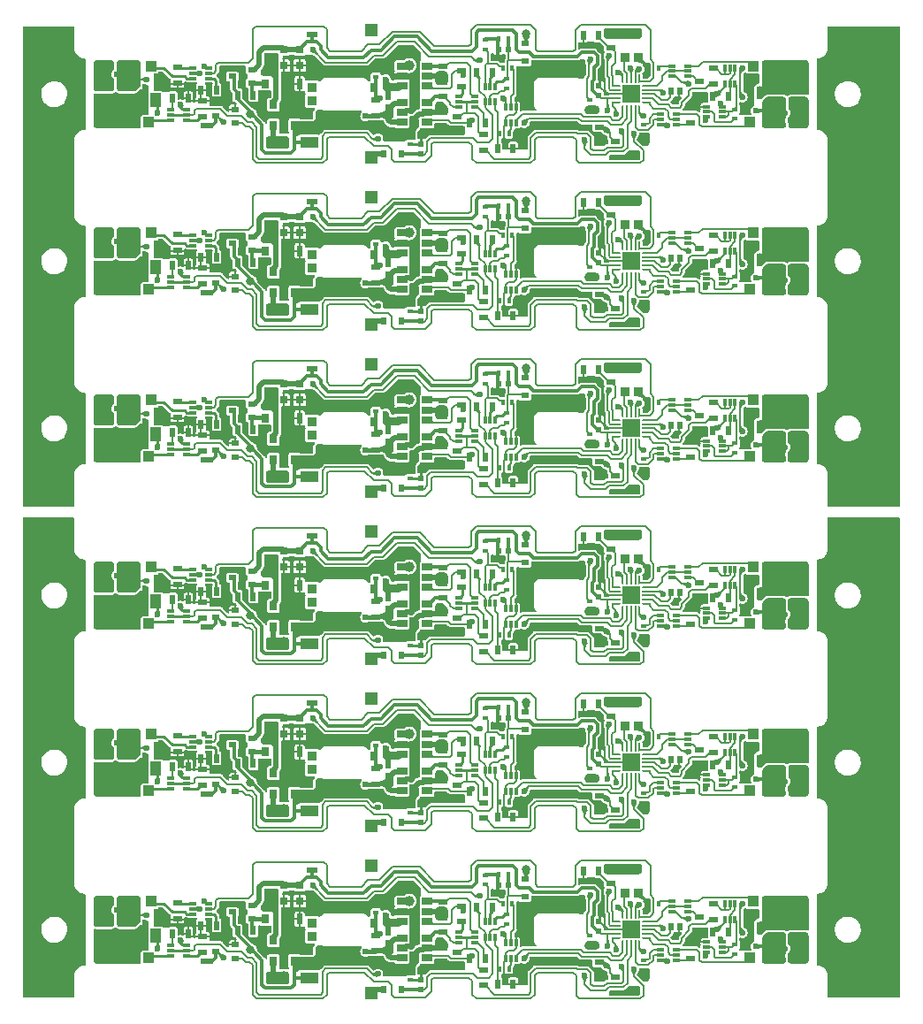
<source format=gtl>
G04 #@! TF.GenerationSoftware,KiCad,Pcbnew,7.0.11*
G04 #@! TF.CreationDate,2024-06-06T00:44:58+09:00*
G04 #@! TF.ProjectId,motordecoder2-K3057,6d6f746f-7264-4656-936f-646572322d4b,rev?*
G04 #@! TF.SameCoordinates,Original*
G04 #@! TF.FileFunction,Copper,L1,Top*
G04 #@! TF.FilePolarity,Positive*
%FSLAX46Y46*%
G04 Gerber Fmt 4.6, Leading zero omitted, Abs format (unit mm)*
G04 Created by KiCad (PCBNEW 7.0.11) date 2024-06-06 00:44:58*
%MOMM*%
%LPD*%
G01*
G04 APERTURE LIST*
G04 Aperture macros list*
%AMRoundRect*
0 Rectangle with rounded corners*
0 $1 Rounding radius*
0 $2 $3 $4 $5 $6 $7 $8 $9 X,Y pos of 4 corners*
0 Add a 4 corners polygon primitive as box body*
4,1,4,$2,$3,$4,$5,$6,$7,$8,$9,$2,$3,0*
0 Add four circle primitives for the rounded corners*
1,1,$1+$1,$2,$3*
1,1,$1+$1,$4,$5*
1,1,$1+$1,$6,$7*
1,1,$1+$1,$8,$9*
0 Add four rect primitives between the rounded corners*
20,1,$1+$1,$2,$3,$4,$5,0*
20,1,$1+$1,$4,$5,$6,$7,0*
20,1,$1+$1,$6,$7,$8,$9,0*
20,1,$1+$1,$8,$9,$2,$3,0*%
%AMFreePoly0*
4,1,14,0.334644,0.085355,0.385355,0.034644,0.400000,-0.000711,0.400000,-0.050000,0.385355,-0.085355,0.350000,-0.100000,-0.350000,-0.100000,-0.385355,-0.085355,-0.400000,-0.050000,-0.400000,0.050000,-0.385355,0.085355,-0.350000,0.100000,0.299289,0.100000,0.334644,0.085355,0.334644,0.085355,$1*%
%AMFreePoly1*
4,1,14,0.385355,0.085355,0.400000,0.050000,0.400000,0.000711,0.385355,-0.034644,0.334644,-0.085355,0.299289,-0.100000,-0.350000,-0.100000,-0.385355,-0.085355,-0.400000,-0.050000,-0.400000,0.050000,-0.385355,0.085355,-0.350000,0.100000,0.350000,0.100000,0.385355,0.085355,0.385355,0.085355,$1*%
%AMFreePoly2*
4,1,14,0.085355,0.385355,0.100000,0.350000,0.100000,-0.350000,0.085355,-0.385355,0.050000,-0.400000,-0.050000,-0.400000,-0.085355,-0.385355,-0.100000,-0.350000,-0.100000,0.299289,-0.085355,0.334644,-0.034644,0.385355,0.000711,0.400000,0.050000,0.400000,0.085355,0.385355,0.085355,0.385355,$1*%
%AMFreePoly3*
4,1,14,0.034644,0.385355,0.085355,0.334644,0.100000,0.299289,0.100000,-0.350000,0.085355,-0.385355,0.050000,-0.400000,-0.050000,-0.400000,-0.085355,-0.385355,-0.100000,-0.350000,-0.100000,0.350000,-0.085355,0.385355,-0.050000,0.400000,-0.000711,0.400000,0.034644,0.385355,0.034644,0.385355,$1*%
%AMFreePoly4*
4,1,14,0.385355,0.085355,0.400000,0.050000,0.400000,-0.050000,0.385355,-0.085355,0.350000,-0.100000,-0.299289,-0.100000,-0.334644,-0.085355,-0.385355,-0.034644,-0.400000,0.000711,-0.400000,0.050000,-0.385355,0.085355,-0.350000,0.100000,0.350000,0.100000,0.385355,0.085355,0.385355,0.085355,$1*%
%AMFreePoly5*
4,1,14,0.385355,0.085355,0.400000,0.050000,0.400000,-0.050000,0.385355,-0.085355,0.350000,-0.100000,-0.350000,-0.100000,-0.385355,-0.085355,-0.400000,-0.050000,-0.400000,-0.000711,-0.385355,0.034644,-0.334644,0.085355,-0.299289,0.100000,0.350000,0.100000,0.385355,0.085355,0.385355,0.085355,$1*%
%AMFreePoly6*
4,1,14,0.085355,0.385355,0.100000,0.350000,0.100000,-0.299289,0.085355,-0.334644,0.034644,-0.385355,-0.000711,-0.400000,-0.050000,-0.400000,-0.085355,-0.385355,-0.100000,-0.350000,-0.100000,0.350000,-0.085355,0.385355,-0.050000,0.400000,0.050000,0.400000,0.085355,0.385355,0.085355,0.385355,$1*%
%AMFreePoly7*
4,1,14,0.085355,0.385355,0.100000,0.350000,0.100000,-0.350000,0.085355,-0.385355,0.050000,-0.400000,0.000711,-0.400000,-0.034644,-0.385355,-0.085355,-0.334644,-0.100000,-0.299289,-0.100000,0.350000,-0.085355,0.385355,-0.050000,0.400000,0.050000,0.400000,0.085355,0.385355,0.085355,0.385355,$1*%
G04 Aperture macros list end*
G04 #@! TA.AperFunction,SMDPad,CuDef*
%ADD10R,0.500000X0.550000*%
G04 #@! TD*
G04 #@! TA.AperFunction,SMDPad,CuDef*
%ADD11R,0.800000X0.800000*%
G04 #@! TD*
G04 #@! TA.AperFunction,SMDPad,CuDef*
%ADD12R,0.550000X0.500000*%
G04 #@! TD*
G04 #@! TA.AperFunction,SMDPad,CuDef*
%ADD13R,1.200000X0.900000*%
G04 #@! TD*
G04 #@! TA.AperFunction,SMDPad,CuDef*
%ADD14R,0.800000X0.900000*%
G04 #@! TD*
G04 #@! TA.AperFunction,ComponentPad*
%ADD15R,1.000000X1.000000*%
G04 #@! TD*
G04 #@! TA.AperFunction,SMDPad,CuDef*
%ADD16R,1.800000X1.000000*%
G04 #@! TD*
G04 #@! TA.AperFunction,SMDPad,CuDef*
%ADD17R,0.600000X1.000000*%
G04 #@! TD*
G04 #@! TA.AperFunction,ComponentPad*
%ADD18R,0.950000X0.950000*%
G04 #@! TD*
G04 #@! TA.AperFunction,SMDPad,CuDef*
%ADD19R,1.000000X0.600000*%
G04 #@! TD*
G04 #@! TA.AperFunction,SMDPad,CuDef*
%ADD20R,0.500000X1.200000*%
G04 #@! TD*
G04 #@! TA.AperFunction,SMDPad,CuDef*
%ADD21R,1.000000X0.700000*%
G04 #@! TD*
G04 #@! TA.AperFunction,SMDPad,CuDef*
%ADD22R,0.300000X0.700000*%
G04 #@! TD*
G04 #@! TA.AperFunction,SMDPad,CuDef*
%ADD23R,0.700000X0.300000*%
G04 #@! TD*
G04 #@! TA.AperFunction,SMDPad,CuDef*
%ADD24R,0.900000X0.500000*%
G04 #@! TD*
G04 #@! TA.AperFunction,SMDPad,CuDef*
%ADD25R,0.500000X0.900000*%
G04 #@! TD*
G04 #@! TA.AperFunction,SMDPad,CuDef*
%ADD26R,0.600000X0.400000*%
G04 #@! TD*
G04 #@! TA.AperFunction,SMDPad,CuDef*
%ADD27R,0.400000X0.600000*%
G04 #@! TD*
G04 #@! TA.AperFunction,SMDPad,CuDef*
%ADD28FreePoly0,0.000000*%
G04 #@! TD*
G04 #@! TA.AperFunction,SMDPad,CuDef*
%ADD29RoundRect,0.050000X-0.350000X-0.050000X0.350000X-0.050000X0.350000X0.050000X-0.350000X0.050000X0*%
G04 #@! TD*
G04 #@! TA.AperFunction,SMDPad,CuDef*
%ADD30FreePoly1,0.000000*%
G04 #@! TD*
G04 #@! TA.AperFunction,SMDPad,CuDef*
%ADD31FreePoly2,0.000000*%
G04 #@! TD*
G04 #@! TA.AperFunction,SMDPad,CuDef*
%ADD32RoundRect,0.050000X-0.050000X-0.350000X0.050000X-0.350000X0.050000X0.350000X-0.050000X0.350000X0*%
G04 #@! TD*
G04 #@! TA.AperFunction,SMDPad,CuDef*
%ADD33FreePoly3,0.000000*%
G04 #@! TD*
G04 #@! TA.AperFunction,SMDPad,CuDef*
%ADD34FreePoly4,0.000000*%
G04 #@! TD*
G04 #@! TA.AperFunction,SMDPad,CuDef*
%ADD35FreePoly5,0.000000*%
G04 #@! TD*
G04 #@! TA.AperFunction,SMDPad,CuDef*
%ADD36FreePoly6,0.000000*%
G04 #@! TD*
G04 #@! TA.AperFunction,SMDPad,CuDef*
%ADD37FreePoly7,0.000000*%
G04 #@! TD*
G04 #@! TA.AperFunction,SMDPad,CuDef*
%ADD38R,1.700000X1.700000*%
G04 #@! TD*
G04 #@! TA.AperFunction,SMDPad,CuDef*
%ADD39R,0.800000X0.600000*%
G04 #@! TD*
G04 #@! TA.AperFunction,SMDPad,CuDef*
%ADD40R,0.600000X0.700000*%
G04 #@! TD*
G04 #@! TA.AperFunction,SMDPad,CuDef*
%ADD41R,0.700000X0.800000*%
G04 #@! TD*
G04 #@! TA.AperFunction,SMDPad,CuDef*
%ADD42R,0.800000X0.500000*%
G04 #@! TD*
G04 #@! TA.AperFunction,SMDPad,CuDef*
%ADD43R,1.400000X1.000000*%
G04 #@! TD*
G04 #@! TA.AperFunction,SMDPad,CuDef*
%ADD44R,1.000000X1.400000*%
G04 #@! TD*
G04 #@! TA.AperFunction,SMDPad,CuDef*
%ADD45R,0.500000X1.450000*%
G04 #@! TD*
G04 #@! TA.AperFunction,SMDPad,CuDef*
%ADD46R,0.750000X1.300000*%
G04 #@! TD*
G04 #@! TA.AperFunction,SMDPad,CuDef*
%ADD47R,0.300000X0.500000*%
G04 #@! TD*
G04 #@! TA.AperFunction,SMDPad,CuDef*
%ADD48R,1.200000X0.500000*%
G04 #@! TD*
G04 #@! TA.AperFunction,SMDPad,CuDef*
%ADD49R,0.600000X0.800000*%
G04 #@! TD*
G04 #@! TA.AperFunction,ComponentPad*
%ADD50R,1.200000X1.200000*%
G04 #@! TD*
G04 #@! TA.AperFunction,ViaPad*
%ADD51C,0.600000*%
G04 #@! TD*
G04 #@! TA.AperFunction,ViaPad*
%ADD52C,1.000000*%
G04 #@! TD*
G04 #@! TA.AperFunction,ViaPad*
%ADD53C,0.800000*%
G04 #@! TD*
G04 #@! TA.AperFunction,Conductor*
%ADD54C,0.500000*%
G04 #@! TD*
G04 #@! TA.AperFunction,Conductor*
%ADD55C,0.300000*%
G04 #@! TD*
G04 #@! TA.AperFunction,Conductor*
%ADD56C,0.400000*%
G04 #@! TD*
G04 #@! TA.AperFunction,Conductor*
%ADD57C,0.200000*%
G04 #@! TD*
G04 #@! TA.AperFunction,Conductor*
%ADD58C,0.250000*%
G04 #@! TD*
G04 #@! TA.AperFunction,Conductor*
%ADD59C,0.180000*%
G04 #@! TD*
G04 #@! TA.AperFunction,Conductor*
%ADD60C,0.600000*%
G04 #@! TD*
G04 APERTURE END LIST*
D10*
X115000000Y-44975000D03*
X115000000Y-44025000D03*
D11*
X114000000Y-37725000D03*
X114000000Y-39275000D03*
D10*
X142650000Y-42125000D03*
X142650000Y-41175000D03*
X122500000Y-42275000D03*
X122500000Y-43225000D03*
D12*
X133975000Y-37750000D03*
X133025000Y-37750000D03*
D10*
X125600000Y-47725000D03*
X125600000Y-46775000D03*
D13*
X113300000Y-43000000D03*
D14*
X111500000Y-43000000D03*
X111500000Y-45000000D03*
X113500000Y-45000000D03*
X110700000Y-41000000D03*
X112800000Y-41000000D03*
D15*
X157100000Y-44700000D03*
X157400000Y-39300000D03*
D16*
X114900000Y-46600000D03*
D17*
X114000000Y-41000000D03*
D18*
X145165000Y-38500000D03*
X146435000Y-38500000D03*
D19*
X115200000Y-36300000D03*
D20*
X115200000Y-39500000D03*
D21*
X126200000Y-41200000D03*
X126200000Y-40250000D03*
X126200000Y-39300000D03*
X123800000Y-39300000D03*
X123800000Y-40250000D03*
X123800000Y-41200000D03*
X126200000Y-44700000D03*
X126200000Y-43750000D03*
X126200000Y-42800000D03*
X123800000Y-42800000D03*
X123800000Y-43750000D03*
X123800000Y-44700000D03*
D22*
X154700000Y-41050000D03*
X155200000Y-41050000D03*
X155700000Y-41050000D03*
X155700000Y-39550000D03*
X155200000Y-39550000D03*
X154700000Y-39550000D03*
D23*
X152950000Y-43200000D03*
X152950000Y-43700000D03*
X152950000Y-44200000D03*
X154450000Y-44200000D03*
X154450000Y-43700000D03*
X154450000Y-43200000D03*
X103750000Y-39500000D03*
X103750000Y-40000000D03*
X103750000Y-40500000D03*
X105250000Y-40500000D03*
X105250000Y-40000000D03*
X105250000Y-39500000D03*
X103150000Y-44500000D03*
X103150000Y-44000000D03*
X103150000Y-43500000D03*
X101650000Y-43500000D03*
X101650000Y-44000000D03*
X101650000Y-44500000D03*
X149650000Y-39300000D03*
X149650000Y-39800000D03*
X149650000Y-40300000D03*
X151150000Y-40300000D03*
X151150000Y-39800000D03*
X151150000Y-39300000D03*
D22*
X131750000Y-42750000D03*
X132250000Y-42750000D03*
X132750000Y-42750000D03*
X132750000Y-41250000D03*
X132250000Y-41250000D03*
X131750000Y-41250000D03*
X134750000Y-43250000D03*
X134250000Y-43250000D03*
X133750000Y-43250000D03*
X133750000Y-44750000D03*
X134250000Y-44750000D03*
X134750000Y-44750000D03*
D24*
X143800000Y-36050000D03*
X143800000Y-37550000D03*
X144200000Y-48050000D03*
X144200000Y-46550000D03*
X127750000Y-40850000D03*
X127750000Y-39350000D03*
X127750000Y-43750000D03*
X127750000Y-42250000D03*
D25*
X131750000Y-44750000D03*
X130250000Y-44750000D03*
D24*
X131600000Y-47350000D03*
X131600000Y-45850000D03*
D26*
X141750000Y-42550000D03*
X141750000Y-43450000D03*
D25*
X108050000Y-42100000D03*
X109550000Y-42100000D03*
D24*
X153600000Y-39550000D03*
X153600000Y-41050000D03*
D26*
X155700000Y-43450000D03*
X155700000Y-44350000D03*
D24*
X102300000Y-39450000D03*
X102300000Y-40950000D03*
X151400000Y-44750000D03*
X151400000Y-43250000D03*
D26*
X146900000Y-44950000D03*
X146900000Y-45850000D03*
D24*
X104700000Y-44150000D03*
X104700000Y-42650000D03*
D27*
X148350000Y-39500000D03*
X147450000Y-39500000D03*
D25*
X106050000Y-41600000D03*
X104550000Y-41600000D03*
D26*
X133800000Y-41450000D03*
X133800000Y-40550000D03*
D27*
X133950000Y-36750000D03*
X133050000Y-36750000D03*
D26*
X131750000Y-37700000D03*
X131750000Y-36800000D03*
D27*
X134350000Y-39500000D03*
X133450000Y-39500000D03*
D25*
X132950000Y-47200000D03*
X134450000Y-47200000D03*
D27*
X134050000Y-45750000D03*
X133150000Y-45750000D03*
D28*
X144300000Y-41200000D03*
D29*
X144300000Y-41600000D03*
X144300000Y-42000000D03*
X144300000Y-42400000D03*
D30*
X144300000Y-42800000D03*
D31*
X144950000Y-43450000D03*
D32*
X145350000Y-43450000D03*
X145750000Y-43450000D03*
X146150000Y-43450000D03*
D33*
X146550000Y-43450000D03*
D34*
X147200000Y-42800000D03*
D29*
X147200000Y-42400000D03*
X147200000Y-42000000D03*
X147200000Y-41600000D03*
D35*
X147200000Y-41200000D03*
D36*
X146550000Y-40550000D03*
D32*
X146150000Y-40550000D03*
X145750000Y-40550000D03*
X145350000Y-40550000D03*
D37*
X144950000Y-40550000D03*
D38*
X145750000Y-42000000D03*
D23*
X129250000Y-42250000D03*
X129250000Y-42750000D03*
X129250000Y-43250000D03*
X130750000Y-43250000D03*
X130750000Y-42750000D03*
X130750000Y-42250000D03*
D24*
X129100000Y-44150000D03*
X129100000Y-45650000D03*
D25*
X121000000Y-41400000D03*
X122500000Y-41400000D03*
D24*
X121250000Y-42550000D03*
X121250000Y-44050000D03*
D25*
X132450000Y-39900000D03*
X130950000Y-39900000D03*
D24*
X129500000Y-41250000D03*
X129500000Y-39750000D03*
D26*
X124600000Y-47700000D03*
X124600000Y-46800000D03*
D39*
X135600000Y-38850000D03*
X135600000Y-37150000D03*
D25*
X155050000Y-42200000D03*
X153550000Y-42200000D03*
D15*
X99800000Y-39300000D03*
D24*
X152300000Y-40750000D03*
X152300000Y-42250000D03*
D23*
X150050000Y-44900000D03*
X150050000Y-44400000D03*
X150050000Y-43900000D03*
X148550000Y-43900000D03*
X148550000Y-44400000D03*
X148550000Y-44900000D03*
D40*
X149600000Y-41700000D03*
X150400000Y-41700000D03*
D25*
X101850000Y-42400000D03*
X103350000Y-42400000D03*
D15*
X99500000Y-44700000D03*
D41*
X112500000Y-37725000D03*
X112500000Y-39275000D03*
D42*
X109450000Y-40950000D03*
X109450000Y-39650000D03*
X107550000Y-40300000D03*
D26*
X121300000Y-40350000D03*
X121300000Y-39450000D03*
D25*
X142650000Y-36400000D03*
X141150000Y-36400000D03*
D24*
X142700000Y-45150000D03*
X142700000Y-46650000D03*
D43*
X139500000Y-39500000D03*
D44*
X100200000Y-42600000D03*
D45*
X97750000Y-40625000D03*
D46*
X98375000Y-40700000D03*
D47*
X97750000Y-41450000D03*
X97750000Y-42550000D03*
D46*
X98375000Y-43300000D03*
D45*
X97750000Y-43375000D03*
X159250000Y-43375000D03*
D46*
X158625000Y-43300000D03*
D47*
X159250000Y-42550000D03*
X159250000Y-41450000D03*
D46*
X158625000Y-40700000D03*
D45*
X159250000Y-40625000D03*
X162050000Y-43375000D03*
D46*
X161425000Y-43300000D03*
D47*
X162050000Y-42550000D03*
X162050000Y-41450000D03*
D46*
X161425000Y-40700000D03*
D45*
X162050000Y-40625000D03*
X94950000Y-40625000D03*
D46*
X95575000Y-40700000D03*
D47*
X94950000Y-41450000D03*
X94950000Y-42550000D03*
D46*
X95575000Y-43300000D03*
D45*
X94950000Y-43375000D03*
D48*
X105100000Y-45000000D03*
D49*
X123750000Y-47750000D03*
X122050000Y-47750000D03*
D42*
X107850000Y-44750000D03*
X107850000Y-43450000D03*
X105950000Y-44100000D03*
D24*
X153600000Y-103550000D03*
X153600000Y-105050000D03*
D27*
X134050000Y-125750000D03*
X133150000Y-125750000D03*
D41*
X112500000Y-85725000D03*
X112500000Y-87275000D03*
D26*
X131750000Y-69700000D03*
X131750000Y-68800000D03*
D24*
X104700000Y-124150000D03*
X104700000Y-122650000D03*
D42*
X109450000Y-72950000D03*
X109450000Y-71650000D03*
X107550000Y-72300000D03*
D10*
X115000000Y-76975000D03*
X115000000Y-76025000D03*
D24*
X102300000Y-87450000D03*
X102300000Y-88950000D03*
D21*
X126200000Y-89200000D03*
X126200000Y-88250000D03*
X126200000Y-87300000D03*
X123800000Y-87300000D03*
X123800000Y-88250000D03*
X123800000Y-89200000D03*
D25*
X155050000Y-90200000D03*
X153550000Y-90200000D03*
D10*
X122500000Y-106275000D03*
X122500000Y-107225000D03*
D15*
X157400000Y-55300000D03*
D26*
X121300000Y-88350000D03*
X121300000Y-87450000D03*
D10*
X115000000Y-60975000D03*
X115000000Y-60025000D03*
D21*
X126200000Y-108700000D03*
X126200000Y-107750000D03*
X126200000Y-106800000D03*
X123800000Y-106800000D03*
X123800000Y-107750000D03*
X123800000Y-108700000D03*
D40*
X149600000Y-105700000D03*
X150400000Y-105700000D03*
D49*
X123750000Y-63750000D03*
X122050000Y-63750000D03*
D24*
X143800000Y-116050000D03*
X143800000Y-117550000D03*
D50*
X120900000Y-128100000D03*
D24*
X152300000Y-72750000D03*
X152300000Y-74250000D03*
D26*
X131750000Y-117700000D03*
X131750000Y-116800000D03*
X121300000Y-104350000D03*
X121300000Y-103450000D03*
D25*
X131750000Y-92750000D03*
X130250000Y-92750000D03*
D48*
X105100000Y-93000000D03*
D22*
X131750000Y-58750000D03*
X132250000Y-58750000D03*
X132750000Y-58750000D03*
X132750000Y-57250000D03*
X132250000Y-57250000D03*
X131750000Y-57250000D03*
D24*
X129500000Y-73250000D03*
X129500000Y-71750000D03*
D49*
X123750000Y-79750000D03*
X122050000Y-79750000D03*
D45*
X159250000Y-59375000D03*
D46*
X158625000Y-59300000D03*
D47*
X159250000Y-58550000D03*
X159250000Y-57450000D03*
D46*
X158625000Y-56700000D03*
D45*
X159250000Y-56625000D03*
D23*
X129250000Y-90250000D03*
X129250000Y-90750000D03*
X129250000Y-91250000D03*
X130750000Y-91250000D03*
X130750000Y-90750000D03*
X130750000Y-90250000D03*
D49*
X123750000Y-127750000D03*
X122050000Y-127750000D03*
D45*
X94950000Y-88625000D03*
D46*
X95575000Y-88700000D03*
D47*
X94950000Y-89450000D03*
X94950000Y-90550000D03*
D46*
X95575000Y-91300000D03*
D45*
X94950000Y-91375000D03*
D24*
X129500000Y-89250000D03*
X129500000Y-87750000D03*
D28*
X144300000Y-73200000D03*
D29*
X144300000Y-73600000D03*
X144300000Y-74000000D03*
X144300000Y-74400000D03*
D30*
X144300000Y-74800000D03*
D31*
X144950000Y-75450000D03*
D32*
X145350000Y-75450000D03*
X145750000Y-75450000D03*
X146150000Y-75450000D03*
D33*
X146550000Y-75450000D03*
D34*
X147200000Y-74800000D03*
D29*
X147200000Y-74400000D03*
X147200000Y-74000000D03*
X147200000Y-73600000D03*
D35*
X147200000Y-73200000D03*
D36*
X146550000Y-72550000D03*
D32*
X146150000Y-72550000D03*
X145750000Y-72550000D03*
X145350000Y-72550000D03*
D37*
X144950000Y-72550000D03*
D38*
X145750000Y-74000000D03*
D24*
X142700000Y-125150000D03*
X142700000Y-126650000D03*
D23*
X129250000Y-106250000D03*
X129250000Y-106750000D03*
X129250000Y-107250000D03*
X130750000Y-107250000D03*
X130750000Y-106750000D03*
X130750000Y-106250000D03*
D24*
X152300000Y-104750000D03*
X152300000Y-106250000D03*
X121250000Y-122550000D03*
X121250000Y-124050000D03*
D25*
X108050000Y-58100000D03*
X109550000Y-58100000D03*
D15*
X99500000Y-76700000D03*
D23*
X152950000Y-91200000D03*
X152950000Y-91700000D03*
X152950000Y-92200000D03*
X154450000Y-92200000D03*
X154450000Y-91700000D03*
X154450000Y-91200000D03*
D25*
X101850000Y-122400000D03*
X103350000Y-122400000D03*
D10*
X142650000Y-90125000D03*
X142650000Y-89175000D03*
D28*
X144300000Y-105200000D03*
D29*
X144300000Y-105600000D03*
X144300000Y-106000000D03*
X144300000Y-106400000D03*
D30*
X144300000Y-106800000D03*
D31*
X144950000Y-107450000D03*
D32*
X145350000Y-107450000D03*
X145750000Y-107450000D03*
X146150000Y-107450000D03*
D33*
X146550000Y-107450000D03*
D34*
X147200000Y-106800000D03*
D29*
X147200000Y-106400000D03*
X147200000Y-106000000D03*
X147200000Y-105600000D03*
D35*
X147200000Y-105200000D03*
D36*
X146550000Y-104550000D03*
D32*
X146150000Y-104550000D03*
X145750000Y-104550000D03*
X145350000Y-104550000D03*
D37*
X144950000Y-104550000D03*
D38*
X145750000Y-106000000D03*
D24*
X127750000Y-56850000D03*
X127750000Y-55350000D03*
D23*
X103150000Y-60500000D03*
X103150000Y-60000000D03*
X103150000Y-59500000D03*
X101650000Y-59500000D03*
X101650000Y-60000000D03*
X101650000Y-60500000D03*
X103750000Y-55500000D03*
X103750000Y-56000000D03*
X103750000Y-56500000D03*
X105250000Y-56500000D03*
X105250000Y-56000000D03*
X105250000Y-55500000D03*
D27*
X133950000Y-52750000D03*
X133050000Y-52750000D03*
D25*
X142650000Y-116400000D03*
X141150000Y-116400000D03*
D20*
X115200000Y-71500000D03*
D18*
X145165000Y-102500000D03*
X146435000Y-102500000D03*
X145165000Y-86500000D03*
X146435000Y-86500000D03*
D27*
X133950000Y-68750000D03*
X133050000Y-68750000D03*
X134050000Y-77750000D03*
X133150000Y-77750000D03*
D25*
X108050000Y-74100000D03*
X109550000Y-74100000D03*
D48*
X105100000Y-77000000D03*
D26*
X133800000Y-89450000D03*
X133800000Y-88550000D03*
D12*
X133975000Y-69750000D03*
X133025000Y-69750000D03*
D19*
X115200000Y-116300000D03*
D44*
X100200000Y-106600000D03*
D14*
X110700000Y-57000000D03*
X112800000Y-57000000D03*
D15*
X99500000Y-124700000D03*
D14*
X110700000Y-121000000D03*
X112800000Y-121000000D03*
D15*
X157100000Y-92700000D03*
D40*
X149600000Y-89700000D03*
X150400000Y-89700000D03*
D23*
X152950000Y-123200000D03*
X152950000Y-123700000D03*
X152950000Y-124200000D03*
X154450000Y-124200000D03*
X154450000Y-123700000D03*
X154450000Y-123200000D03*
D48*
X105100000Y-61000000D03*
D15*
X157400000Y-119300000D03*
D23*
X129250000Y-122250000D03*
X129250000Y-122750000D03*
X129250000Y-123250000D03*
X130750000Y-123250000D03*
X130750000Y-122750000D03*
X130750000Y-122250000D03*
D27*
X134350000Y-87500000D03*
X133450000Y-87500000D03*
D23*
X129250000Y-58250000D03*
X129250000Y-58750000D03*
X129250000Y-59250000D03*
X130750000Y-59250000D03*
X130750000Y-58750000D03*
X130750000Y-58250000D03*
D10*
X125600000Y-63725000D03*
X125600000Y-62775000D03*
D15*
X99500000Y-60700000D03*
D25*
X106050000Y-89600000D03*
X104550000Y-89600000D03*
X131750000Y-76750000D03*
X130250000Y-76750000D03*
D24*
X153600000Y-119550000D03*
X153600000Y-121050000D03*
D23*
X103750000Y-103500000D03*
X103750000Y-104000000D03*
X103750000Y-104500000D03*
X105250000Y-104500000D03*
X105250000Y-104000000D03*
X105250000Y-103500000D03*
X150050000Y-108900000D03*
X150050000Y-108400000D03*
X150050000Y-107900000D03*
X148550000Y-107900000D03*
X148550000Y-108400000D03*
X148550000Y-108900000D03*
D24*
X131600000Y-79350000D03*
X131600000Y-77850000D03*
D26*
X133800000Y-73450000D03*
X133800000Y-72550000D03*
D24*
X142700000Y-61150000D03*
X142700000Y-62650000D03*
D22*
X131750000Y-106750000D03*
X132250000Y-106750000D03*
X132750000Y-106750000D03*
X132750000Y-105250000D03*
X132250000Y-105250000D03*
X131750000Y-105250000D03*
D15*
X99800000Y-119300000D03*
D43*
X139500000Y-71500000D03*
D45*
X162050000Y-107375000D03*
D46*
X161425000Y-107300000D03*
D47*
X162050000Y-106550000D03*
X162050000Y-105450000D03*
D46*
X161425000Y-104700000D03*
D45*
X162050000Y-104625000D03*
D26*
X155700000Y-75450000D03*
X155700000Y-76350000D03*
D45*
X159250000Y-91375000D03*
D46*
X158625000Y-91300000D03*
D47*
X159250000Y-90550000D03*
X159250000Y-89450000D03*
D46*
X158625000Y-88700000D03*
D45*
X159250000Y-88625000D03*
D24*
X152300000Y-120750000D03*
X152300000Y-122250000D03*
D45*
X159250000Y-123375000D03*
D46*
X158625000Y-123300000D03*
D47*
X159250000Y-122550000D03*
X159250000Y-121450000D03*
D46*
X158625000Y-120700000D03*
D45*
X159250000Y-120625000D03*
D25*
X101850000Y-58400000D03*
X103350000Y-58400000D03*
D27*
X134350000Y-119500000D03*
X133450000Y-119500000D03*
D13*
X113300000Y-59000000D03*
D14*
X111500000Y-59000000D03*
X111500000Y-61000000D03*
X113500000Y-61000000D03*
D45*
X159250000Y-75375000D03*
D46*
X158625000Y-75300000D03*
D47*
X159250000Y-74550000D03*
X159250000Y-73450000D03*
D46*
X158625000Y-72700000D03*
D45*
X159250000Y-72625000D03*
D15*
X157100000Y-108700000D03*
D26*
X155700000Y-123450000D03*
X155700000Y-124350000D03*
D23*
X103150000Y-76500000D03*
X103150000Y-76000000D03*
X103150000Y-75500000D03*
X101650000Y-75500000D03*
X101650000Y-76000000D03*
X101650000Y-76500000D03*
D26*
X124600000Y-111700000D03*
X124600000Y-110800000D03*
X146900000Y-108950000D03*
X146900000Y-109850000D03*
D10*
X125600000Y-95725000D03*
X125600000Y-94775000D03*
D24*
X129100000Y-76150000D03*
X129100000Y-77650000D03*
D22*
X131750000Y-74750000D03*
X132250000Y-74750000D03*
X132750000Y-74750000D03*
X132750000Y-73250000D03*
X132250000Y-73250000D03*
X131750000Y-73250000D03*
D23*
X149650000Y-119300000D03*
X149650000Y-119800000D03*
X149650000Y-120300000D03*
X151150000Y-120300000D03*
X151150000Y-119800000D03*
X151150000Y-119300000D03*
D21*
X126200000Y-57200000D03*
X126200000Y-56250000D03*
X126200000Y-55300000D03*
X123800000Y-55300000D03*
X123800000Y-56250000D03*
X123800000Y-57200000D03*
D25*
X132450000Y-119900000D03*
X130950000Y-119900000D03*
D27*
X133950000Y-84750000D03*
X133050000Y-84750000D03*
D24*
X129500000Y-57250000D03*
X129500000Y-55750000D03*
D25*
X101850000Y-90400000D03*
X103350000Y-90400000D03*
D21*
X126200000Y-60700000D03*
X126200000Y-59750000D03*
X126200000Y-58800000D03*
X123800000Y-58800000D03*
X123800000Y-59750000D03*
X123800000Y-60700000D03*
D27*
X133950000Y-116750000D03*
X133050000Y-116750000D03*
D26*
X141750000Y-106550000D03*
X141750000Y-107450000D03*
D24*
X144200000Y-80050000D03*
X144200000Y-78550000D03*
X127750000Y-88850000D03*
X127750000Y-87350000D03*
D39*
X135600000Y-86850000D03*
X135600000Y-85150000D03*
D26*
X124600000Y-63700000D03*
X124600000Y-62800000D03*
D17*
X114000000Y-57000000D03*
D24*
X142700000Y-93150000D03*
X142700000Y-94650000D03*
D25*
X121000000Y-73400000D03*
X122500000Y-73400000D03*
D24*
X102300000Y-103450000D03*
X102300000Y-104950000D03*
D28*
X144300000Y-121200000D03*
D29*
X144300000Y-121600000D03*
X144300000Y-122000000D03*
X144300000Y-122400000D03*
D30*
X144300000Y-122800000D03*
D31*
X144950000Y-123450000D03*
D32*
X145350000Y-123450000D03*
X145750000Y-123450000D03*
X146150000Y-123450000D03*
D33*
X146550000Y-123450000D03*
D34*
X147200000Y-122800000D03*
D29*
X147200000Y-122400000D03*
X147200000Y-122000000D03*
X147200000Y-121600000D03*
D35*
X147200000Y-121200000D03*
D36*
X146550000Y-120550000D03*
D32*
X146150000Y-120550000D03*
X145750000Y-120550000D03*
X145350000Y-120550000D03*
D37*
X144950000Y-120550000D03*
D38*
X145750000Y-122000000D03*
D25*
X121000000Y-57400000D03*
X122500000Y-57400000D03*
D24*
X104700000Y-108150000D03*
X104700000Y-106650000D03*
D42*
X107850000Y-124750000D03*
X107850000Y-123450000D03*
X105950000Y-124100000D03*
D23*
X103750000Y-119500000D03*
X103750000Y-120000000D03*
X103750000Y-120500000D03*
X105250000Y-120500000D03*
X105250000Y-120000000D03*
X105250000Y-119500000D03*
D25*
X142650000Y-84400000D03*
X141150000Y-84400000D03*
D26*
X121300000Y-120350000D03*
X121300000Y-119450000D03*
D11*
X114000000Y-53725000D03*
X114000000Y-55275000D03*
D26*
X124600000Y-95700000D03*
X124600000Y-94800000D03*
D18*
X115200000Y-105365000D03*
X115200000Y-106635000D03*
D23*
X152950000Y-75200000D03*
X152950000Y-75700000D03*
X152950000Y-76200000D03*
X154450000Y-76200000D03*
X154450000Y-75700000D03*
X154450000Y-75200000D03*
D10*
X122500000Y-58275000D03*
X122500000Y-59225000D03*
D11*
X114000000Y-85725000D03*
X114000000Y-87275000D03*
D44*
X100200000Y-90600000D03*
D10*
X122500000Y-90275000D03*
X122500000Y-91225000D03*
D19*
X115200000Y-52300000D03*
D17*
X114000000Y-121000000D03*
D19*
X115200000Y-100300000D03*
D15*
X157100000Y-76700000D03*
D25*
X121000000Y-89400000D03*
X122500000Y-89400000D03*
D45*
X97750000Y-120625000D03*
D46*
X98375000Y-120700000D03*
D47*
X97750000Y-121450000D03*
X97750000Y-122550000D03*
D46*
X98375000Y-123300000D03*
D45*
X97750000Y-123375000D03*
D39*
X135600000Y-102850000D03*
X135600000Y-101150000D03*
D15*
X157100000Y-124700000D03*
X157400000Y-87300000D03*
D24*
X131600000Y-111350000D03*
X131600000Y-109850000D03*
D25*
X155050000Y-106200000D03*
X153550000Y-106200000D03*
D19*
X115200000Y-84300000D03*
D18*
X115200000Y-121365000D03*
X115200000Y-122635000D03*
D25*
X101850000Y-106400000D03*
X103350000Y-106400000D03*
D24*
X144200000Y-64050000D03*
X144200000Y-62550000D03*
D10*
X115000000Y-124975000D03*
X115000000Y-124025000D03*
D25*
X142650000Y-52400000D03*
X141150000Y-52400000D03*
D24*
X127750000Y-107750000D03*
X127750000Y-106250000D03*
D25*
X132950000Y-79200000D03*
X134450000Y-79200000D03*
D24*
X102300000Y-71450000D03*
X102300000Y-72950000D03*
D21*
X126200000Y-121200000D03*
X126200000Y-120250000D03*
X126200000Y-119300000D03*
X123800000Y-119300000D03*
X123800000Y-120250000D03*
X123800000Y-121200000D03*
D24*
X127750000Y-91750000D03*
X127750000Y-90250000D03*
D50*
X120900000Y-80100000D03*
D26*
X131750000Y-53700000D03*
X131750000Y-52800000D03*
D27*
X134350000Y-103500000D03*
X133450000Y-103500000D03*
X134050000Y-93750000D03*
X133150000Y-93750000D03*
D13*
X113300000Y-107000000D03*
D14*
X111500000Y-107000000D03*
X111500000Y-109000000D03*
X113500000Y-109000000D03*
D10*
X142650000Y-74125000D03*
X142650000Y-73175000D03*
D45*
X97750000Y-88625000D03*
D46*
X98375000Y-88700000D03*
D47*
X97750000Y-89450000D03*
X97750000Y-90550000D03*
D46*
X98375000Y-91300000D03*
D45*
X97750000Y-91375000D03*
D10*
X142650000Y-122125000D03*
X142650000Y-121175000D03*
D11*
X114000000Y-117725000D03*
X114000000Y-119275000D03*
D23*
X103150000Y-108500000D03*
X103150000Y-108000000D03*
X103150000Y-107500000D03*
X101650000Y-107500000D03*
X101650000Y-108000000D03*
X101650000Y-108500000D03*
D25*
X131750000Y-108750000D03*
X130250000Y-108750000D03*
D10*
X122500000Y-122275000D03*
X122500000Y-123225000D03*
D24*
X129100000Y-124150000D03*
X129100000Y-125650000D03*
D26*
X146900000Y-124950000D03*
X146900000Y-125850000D03*
D24*
X131600000Y-127350000D03*
X131600000Y-125850000D03*
D27*
X148350000Y-71500000D03*
X147450000Y-71500000D03*
D19*
X115200000Y-68300000D03*
D15*
X99800000Y-87300000D03*
D24*
X131600000Y-95350000D03*
X131600000Y-93850000D03*
D18*
X115200000Y-73365000D03*
X115200000Y-74635000D03*
D50*
X120900000Y-99900000D03*
D18*
X115200000Y-57365000D03*
X115200000Y-58635000D03*
D25*
X132450000Y-103900000D03*
X130950000Y-103900000D03*
D26*
X131750000Y-101700000D03*
X131750000Y-100800000D03*
D24*
X102300000Y-55450000D03*
X102300000Y-56950000D03*
D25*
X142650000Y-68400000D03*
X141150000Y-68400000D03*
D43*
X139500000Y-55500000D03*
D50*
X120900000Y-115900000D03*
D48*
X105100000Y-125000000D03*
D12*
X133975000Y-85750000D03*
X133025000Y-85750000D03*
D23*
X149650000Y-71300000D03*
X149650000Y-71800000D03*
X149650000Y-72300000D03*
X151150000Y-72300000D03*
X151150000Y-71800000D03*
X151150000Y-71300000D03*
D22*
X134750000Y-75250000D03*
X134250000Y-75250000D03*
X133750000Y-75250000D03*
X133750000Y-76750000D03*
X134250000Y-76750000D03*
X134750000Y-76750000D03*
D10*
X115000000Y-108975000D03*
X115000000Y-108025000D03*
D25*
X155050000Y-74200000D03*
X153550000Y-74200000D03*
D18*
X145165000Y-118500000D03*
X146435000Y-118500000D03*
D26*
X141750000Y-74550000D03*
X141750000Y-75450000D03*
D25*
X131750000Y-124750000D03*
X130250000Y-124750000D03*
D21*
X126200000Y-124700000D03*
X126200000Y-123750000D03*
X126200000Y-122800000D03*
X123800000Y-122800000D03*
X123800000Y-123750000D03*
X123800000Y-124700000D03*
D15*
X99800000Y-55300000D03*
D14*
X110700000Y-89000000D03*
X112800000Y-89000000D03*
D15*
X99800000Y-103300000D03*
D25*
X101850000Y-74400000D03*
X103350000Y-74400000D03*
D23*
X150050000Y-60900000D03*
X150050000Y-60400000D03*
X150050000Y-59900000D03*
X148550000Y-59900000D03*
X148550000Y-60400000D03*
X148550000Y-60900000D03*
D24*
X144200000Y-96050000D03*
X144200000Y-94550000D03*
D25*
X108050000Y-90100000D03*
X109550000Y-90100000D03*
D15*
X99800000Y-71300000D03*
D16*
X114900000Y-110600000D03*
D45*
X162050000Y-123375000D03*
D46*
X161425000Y-123300000D03*
D47*
X162050000Y-122550000D03*
X162050000Y-121450000D03*
D46*
X161425000Y-120700000D03*
D45*
X162050000Y-120625000D03*
D26*
X155700000Y-59450000D03*
X155700000Y-60350000D03*
D23*
X152950000Y-59200000D03*
X152950000Y-59700000D03*
X152950000Y-60200000D03*
X154450000Y-60200000D03*
X154450000Y-59700000D03*
X154450000Y-59200000D03*
D26*
X146900000Y-76950000D03*
X146900000Y-77850000D03*
D16*
X114900000Y-62600000D03*
D43*
X139500000Y-119500000D03*
D45*
X94950000Y-56625000D03*
D46*
X95575000Y-56700000D03*
D47*
X94950000Y-57450000D03*
X94950000Y-58550000D03*
D46*
X95575000Y-59300000D03*
D45*
X94950000Y-59375000D03*
D23*
X149650000Y-103300000D03*
X149650000Y-103800000D03*
X149650000Y-104300000D03*
X151150000Y-104300000D03*
X151150000Y-103800000D03*
X151150000Y-103300000D03*
D25*
X121000000Y-105400000D03*
X122500000Y-105400000D03*
D14*
X110700000Y-105000000D03*
X112800000Y-105000000D03*
D10*
X125600000Y-111725000D03*
X125600000Y-110775000D03*
D42*
X107850000Y-60750000D03*
X107850000Y-59450000D03*
X105950000Y-60100000D03*
D15*
X157400000Y-71300000D03*
D23*
X103750000Y-71500000D03*
X103750000Y-72000000D03*
X103750000Y-72500000D03*
X105250000Y-72500000D03*
X105250000Y-72000000D03*
X105250000Y-71500000D03*
D42*
X107850000Y-108750000D03*
X107850000Y-107450000D03*
X105950000Y-108100000D03*
D50*
X120900000Y-67900000D03*
D26*
X133800000Y-105450000D03*
X133800000Y-104550000D03*
D11*
X114000000Y-101725000D03*
X114000000Y-103275000D03*
D27*
X134050000Y-61750000D03*
X133150000Y-61750000D03*
D25*
X132950000Y-127200000D03*
X134450000Y-127200000D03*
D12*
X133975000Y-101750000D03*
X133025000Y-101750000D03*
D24*
X151400000Y-60750000D03*
X151400000Y-59250000D03*
D25*
X121000000Y-121400000D03*
X122500000Y-121400000D03*
D39*
X135600000Y-118850000D03*
X135600000Y-117150000D03*
D26*
X155700000Y-107450000D03*
X155700000Y-108350000D03*
X131750000Y-85700000D03*
X131750000Y-84800000D03*
D10*
X142650000Y-106125000D03*
X142650000Y-105175000D03*
D24*
X151400000Y-108750000D03*
X151400000Y-107250000D03*
D25*
X108050000Y-106100000D03*
X109550000Y-106100000D03*
D23*
X150050000Y-92900000D03*
X150050000Y-92400000D03*
X150050000Y-91900000D03*
X148550000Y-91900000D03*
X148550000Y-92400000D03*
X148550000Y-92900000D03*
D26*
X133800000Y-121450000D03*
X133800000Y-120550000D03*
D27*
X148350000Y-55500000D03*
X147450000Y-55500000D03*
D20*
X115200000Y-103500000D03*
D50*
X120900000Y-83900000D03*
D18*
X145165000Y-54500000D03*
X146435000Y-54500000D03*
D27*
X134350000Y-55500000D03*
X133450000Y-55500000D03*
D22*
X134750000Y-59250000D03*
X134250000Y-59250000D03*
X133750000Y-59250000D03*
X133750000Y-60750000D03*
X134250000Y-60750000D03*
X134750000Y-60750000D03*
D24*
X121250000Y-58550000D03*
X121250000Y-60050000D03*
D25*
X131750000Y-60750000D03*
X130250000Y-60750000D03*
D24*
X127750000Y-59750000D03*
X127750000Y-58250000D03*
D50*
X120900000Y-64100000D03*
D40*
X149600000Y-121700000D03*
X150400000Y-121700000D03*
D15*
X99500000Y-92700000D03*
D27*
X133950000Y-100750000D03*
X133050000Y-100750000D03*
D44*
X100200000Y-58600000D03*
D25*
X132950000Y-111200000D03*
X134450000Y-111200000D03*
D24*
X142700000Y-77150000D03*
X142700000Y-78650000D03*
D26*
X124600000Y-127700000D03*
X124600000Y-126800000D03*
D17*
X114000000Y-73000000D03*
D25*
X132950000Y-95200000D03*
X134450000Y-95200000D03*
D24*
X121250000Y-90550000D03*
X121250000Y-92050000D03*
X129500000Y-121250000D03*
X129500000Y-119750000D03*
X143800000Y-52050000D03*
X143800000Y-53550000D03*
X129500000Y-105250000D03*
X129500000Y-103750000D03*
D22*
X154700000Y-89050000D03*
X155200000Y-89050000D03*
X155700000Y-89050000D03*
X155700000Y-87550000D03*
X155200000Y-87550000D03*
X154700000Y-87550000D03*
D25*
X132450000Y-55900000D03*
X130950000Y-55900000D03*
D24*
X131600000Y-63350000D03*
X131600000Y-61850000D03*
D25*
X155050000Y-122200000D03*
X153550000Y-122200000D03*
D24*
X152300000Y-56750000D03*
X152300000Y-58250000D03*
X153600000Y-71550000D03*
X153600000Y-73050000D03*
X153600000Y-55550000D03*
X153600000Y-57050000D03*
X151400000Y-124750000D03*
X151400000Y-123250000D03*
D45*
X162050000Y-91375000D03*
D46*
X161425000Y-91300000D03*
D47*
X162050000Y-90550000D03*
X162050000Y-89450000D03*
D46*
X161425000Y-88700000D03*
D45*
X162050000Y-88625000D03*
D15*
X157100000Y-60700000D03*
D26*
X133800000Y-57450000D03*
X133800000Y-56550000D03*
D45*
X162050000Y-59375000D03*
D46*
X161425000Y-59300000D03*
D47*
X162050000Y-58550000D03*
X162050000Y-57450000D03*
D46*
X161425000Y-56700000D03*
D45*
X162050000Y-56625000D03*
D10*
X125600000Y-127725000D03*
X125600000Y-126775000D03*
D42*
X107850000Y-76750000D03*
X107850000Y-75450000D03*
X105950000Y-76100000D03*
D45*
X159250000Y-107375000D03*
D46*
X158625000Y-107300000D03*
D47*
X159250000Y-106550000D03*
X159250000Y-105450000D03*
D46*
X158625000Y-104700000D03*
D45*
X159250000Y-104625000D03*
D15*
X157400000Y-103300000D03*
D23*
X150050000Y-124900000D03*
X150050000Y-124400000D03*
X150050000Y-123900000D03*
X148550000Y-123900000D03*
X148550000Y-124400000D03*
X148550000Y-124900000D03*
D42*
X109450000Y-104950000D03*
X109450000Y-103650000D03*
X107550000Y-104300000D03*
D24*
X121250000Y-106550000D03*
X121250000Y-108050000D03*
D22*
X154700000Y-105050000D03*
X155200000Y-105050000D03*
X155700000Y-105050000D03*
X155700000Y-103550000D03*
X155200000Y-103550000D03*
X154700000Y-103550000D03*
D50*
X120900000Y-48100000D03*
D25*
X132450000Y-87900000D03*
X130950000Y-87900000D03*
D24*
X104700000Y-60150000D03*
X104700000Y-58650000D03*
D39*
X135600000Y-70850000D03*
X135600000Y-69150000D03*
D44*
X100200000Y-74600000D03*
D45*
X97750000Y-72625000D03*
D46*
X98375000Y-72700000D03*
D47*
X97750000Y-73450000D03*
X97750000Y-74550000D03*
D46*
X98375000Y-75300000D03*
D45*
X97750000Y-75375000D03*
D17*
X114000000Y-89000000D03*
D25*
X142650000Y-100400000D03*
X141150000Y-100400000D03*
D45*
X94950000Y-72625000D03*
D46*
X95575000Y-72700000D03*
D47*
X94950000Y-73450000D03*
X94950000Y-74550000D03*
D46*
X95575000Y-75300000D03*
D45*
X94950000Y-75375000D03*
D40*
X149600000Y-73700000D03*
X150400000Y-73700000D03*
D10*
X125600000Y-79725000D03*
X125600000Y-78775000D03*
D40*
X149600000Y-57700000D03*
X150400000Y-57700000D03*
D25*
X108050000Y-122100000D03*
X109550000Y-122100000D03*
D41*
X112500000Y-53725000D03*
X112500000Y-55275000D03*
D27*
X134350000Y-71500000D03*
X133450000Y-71500000D03*
D22*
X131750000Y-122750000D03*
X132250000Y-122750000D03*
X132750000Y-122750000D03*
X132750000Y-121250000D03*
X132250000Y-121250000D03*
X131750000Y-121250000D03*
D41*
X112500000Y-117725000D03*
X112500000Y-119275000D03*
D24*
X127750000Y-75750000D03*
X127750000Y-74250000D03*
D27*
X148350000Y-103500000D03*
X147450000Y-103500000D03*
D50*
X120900000Y-51900000D03*
D23*
X103750000Y-87500000D03*
X103750000Y-88000000D03*
X103750000Y-88500000D03*
X105250000Y-88500000D03*
X105250000Y-88000000D03*
X105250000Y-87500000D03*
D18*
X115200000Y-41365000D03*
X115200000Y-42635000D03*
D39*
X135600000Y-54850000D03*
X135600000Y-53150000D03*
D24*
X151400000Y-92750000D03*
X151400000Y-91250000D03*
D27*
X148350000Y-119500000D03*
X147450000Y-119500000D03*
D28*
X144300000Y-57200000D03*
D29*
X144300000Y-57600000D03*
X144300000Y-58000000D03*
X144300000Y-58400000D03*
D30*
X144300000Y-58800000D03*
D31*
X144950000Y-59450000D03*
D32*
X145350000Y-59450000D03*
X145750000Y-59450000D03*
X146150000Y-59450000D03*
D33*
X146550000Y-59450000D03*
D34*
X147200000Y-58800000D03*
D29*
X147200000Y-58400000D03*
X147200000Y-58000000D03*
X147200000Y-57600000D03*
D35*
X147200000Y-57200000D03*
D36*
X146550000Y-56550000D03*
D32*
X146150000Y-56550000D03*
X145750000Y-56550000D03*
X145350000Y-56550000D03*
D37*
X144950000Y-56550000D03*
D38*
X145750000Y-58000000D03*
D45*
X97750000Y-104625000D03*
D46*
X98375000Y-104700000D03*
D47*
X97750000Y-105450000D03*
X97750000Y-106550000D03*
D46*
X98375000Y-107300000D03*
D45*
X97750000Y-107375000D03*
D24*
X143800000Y-84050000D03*
X143800000Y-85550000D03*
D23*
X129250000Y-74250000D03*
X129250000Y-74750000D03*
X129250000Y-75250000D03*
X130750000Y-75250000D03*
X130750000Y-74750000D03*
X130750000Y-74250000D03*
D24*
X129100000Y-60150000D03*
X129100000Y-61650000D03*
D41*
X112500000Y-69725000D03*
X112500000Y-71275000D03*
D23*
X150050000Y-76900000D03*
X150050000Y-76400000D03*
X150050000Y-75900000D03*
X148550000Y-75900000D03*
X148550000Y-76400000D03*
X148550000Y-76900000D03*
D24*
X104700000Y-92150000D03*
X104700000Y-90650000D03*
D23*
X149650000Y-87300000D03*
X149650000Y-87800000D03*
X149650000Y-88300000D03*
X151150000Y-88300000D03*
X151150000Y-87800000D03*
X151150000Y-87300000D03*
X149650000Y-55300000D03*
X149650000Y-55800000D03*
X149650000Y-56300000D03*
X151150000Y-56300000D03*
X151150000Y-55800000D03*
X151150000Y-55300000D03*
D24*
X102300000Y-119450000D03*
X102300000Y-120950000D03*
D10*
X115000000Y-92975000D03*
X115000000Y-92025000D03*
D25*
X132950000Y-63200000D03*
X134450000Y-63200000D03*
D24*
X127750000Y-120850000D03*
X127750000Y-119350000D03*
D42*
X109450000Y-120950000D03*
X109450000Y-119650000D03*
X107550000Y-120300000D03*
D25*
X106050000Y-73600000D03*
X104550000Y-73600000D03*
X106050000Y-105600000D03*
X104550000Y-105600000D03*
D24*
X143800000Y-68050000D03*
X143800000Y-69550000D03*
X127750000Y-72850000D03*
X127750000Y-71350000D03*
D23*
X152950000Y-107200000D03*
X152950000Y-107700000D03*
X152950000Y-108200000D03*
X154450000Y-108200000D03*
X154450000Y-107700000D03*
X154450000Y-107200000D03*
D50*
X120900000Y-35900000D03*
D43*
X139500000Y-103500000D03*
D45*
X94950000Y-104625000D03*
D46*
X95575000Y-104700000D03*
D47*
X94950000Y-105450000D03*
X94950000Y-106550000D03*
D46*
X95575000Y-107300000D03*
D45*
X94950000Y-107375000D03*
D26*
X124600000Y-79700000D03*
X124600000Y-78800000D03*
D22*
X154700000Y-57050000D03*
X155200000Y-57050000D03*
X155700000Y-57050000D03*
X155700000Y-55550000D03*
X155200000Y-55550000D03*
X154700000Y-55550000D03*
D42*
X109450000Y-88950000D03*
X109450000Y-87650000D03*
X107550000Y-88300000D03*
D27*
X134050000Y-109750000D03*
X133150000Y-109750000D03*
D24*
X129100000Y-92150000D03*
X129100000Y-93650000D03*
D26*
X121300000Y-72350000D03*
X121300000Y-71450000D03*
X146900000Y-92950000D03*
X146900000Y-93850000D03*
D10*
X122500000Y-74275000D03*
X122500000Y-75225000D03*
D26*
X146900000Y-60950000D03*
X146900000Y-61850000D03*
D21*
X126200000Y-73200000D03*
X126200000Y-72250000D03*
X126200000Y-71300000D03*
X123800000Y-71300000D03*
X123800000Y-72250000D03*
X123800000Y-73200000D03*
D49*
X123750000Y-111750000D03*
X122050000Y-111750000D03*
D14*
X110700000Y-73000000D03*
X112800000Y-73000000D03*
D11*
X114000000Y-69725000D03*
X114000000Y-71275000D03*
D24*
X121250000Y-74550000D03*
X121250000Y-76050000D03*
D18*
X115200000Y-89365000D03*
X115200000Y-90635000D03*
X145165000Y-70500000D03*
X146435000Y-70500000D03*
D24*
X153600000Y-87550000D03*
X153600000Y-89050000D03*
D15*
X99500000Y-108700000D03*
D26*
X141750000Y-122550000D03*
X141750000Y-123450000D03*
D24*
X151400000Y-76750000D03*
X151400000Y-75250000D03*
D42*
X109450000Y-56950000D03*
X109450000Y-55650000D03*
X107550000Y-56300000D03*
D48*
X105100000Y-109000000D03*
D22*
X154700000Y-73050000D03*
X155200000Y-73050000D03*
X155700000Y-73050000D03*
X155700000Y-71550000D03*
X155200000Y-71550000D03*
X154700000Y-71550000D03*
D10*
X142650000Y-58125000D03*
X142650000Y-57175000D03*
D13*
X113300000Y-75000000D03*
D14*
X111500000Y-75000000D03*
X111500000Y-77000000D03*
X113500000Y-77000000D03*
D24*
X104700000Y-76150000D03*
X104700000Y-74650000D03*
D13*
X113300000Y-91000000D03*
D14*
X111500000Y-91000000D03*
X111500000Y-93000000D03*
X113500000Y-93000000D03*
D45*
X97750000Y-56625000D03*
D46*
X98375000Y-56700000D03*
D47*
X97750000Y-57450000D03*
X97750000Y-58550000D03*
D46*
X98375000Y-59300000D03*
D45*
X97750000Y-59375000D03*
D24*
X144200000Y-112050000D03*
X144200000Y-110550000D03*
X152300000Y-88750000D03*
X152300000Y-90250000D03*
D12*
X133975000Y-53750000D03*
X133025000Y-53750000D03*
D24*
X129100000Y-108150000D03*
X129100000Y-109650000D03*
D16*
X114900000Y-126600000D03*
D22*
X134750000Y-123250000D03*
X134250000Y-123250000D03*
X133750000Y-123250000D03*
X133750000Y-124750000D03*
X134250000Y-124750000D03*
X134750000Y-124750000D03*
D25*
X106050000Y-121600000D03*
X104550000Y-121600000D03*
D12*
X133975000Y-117750000D03*
X133025000Y-117750000D03*
D22*
X134750000Y-91250000D03*
X134250000Y-91250000D03*
X133750000Y-91250000D03*
X133750000Y-92750000D03*
X134250000Y-92750000D03*
X134750000Y-92750000D03*
D20*
X115200000Y-55500000D03*
D26*
X141750000Y-90550000D03*
X141750000Y-91450000D03*
D21*
X126200000Y-76700000D03*
X126200000Y-75750000D03*
X126200000Y-74800000D03*
X123800000Y-74800000D03*
X123800000Y-75750000D03*
X123800000Y-76700000D03*
D22*
X131750000Y-90750000D03*
X132250000Y-90750000D03*
X132750000Y-90750000D03*
X132750000Y-89250000D03*
X132250000Y-89250000D03*
X131750000Y-89250000D03*
D24*
X127750000Y-123750000D03*
X127750000Y-122250000D03*
D25*
X132450000Y-71900000D03*
X130950000Y-71900000D03*
D21*
X126200000Y-105200000D03*
X126200000Y-104250000D03*
X126200000Y-103300000D03*
X123800000Y-103300000D03*
X123800000Y-104250000D03*
X123800000Y-105200000D03*
D44*
X100200000Y-122600000D03*
D42*
X107850000Y-92750000D03*
X107850000Y-91450000D03*
X105950000Y-92100000D03*
D26*
X155700000Y-91450000D03*
X155700000Y-92350000D03*
D24*
X143800000Y-100050000D03*
X143800000Y-101550000D03*
D23*
X103150000Y-92500000D03*
X103150000Y-92000000D03*
X103150000Y-91500000D03*
X101650000Y-91500000D03*
X101650000Y-92000000D03*
X101650000Y-92500000D03*
D20*
X115200000Y-119500000D03*
D23*
X103150000Y-124500000D03*
X103150000Y-124000000D03*
X103150000Y-123500000D03*
X101650000Y-123500000D03*
X101650000Y-124000000D03*
X101650000Y-124500000D03*
D24*
X127750000Y-104850000D03*
X127750000Y-103350000D03*
D16*
X114900000Y-78600000D03*
D49*
X123750000Y-95750000D03*
X122050000Y-95750000D03*
D24*
X142700000Y-109150000D03*
X142700000Y-110650000D03*
D45*
X162050000Y-75375000D03*
D46*
X161425000Y-75300000D03*
D47*
X162050000Y-74550000D03*
X162050000Y-73450000D03*
D46*
X161425000Y-72700000D03*
D45*
X162050000Y-72625000D03*
D28*
X144300000Y-89200000D03*
D29*
X144300000Y-89600000D03*
X144300000Y-90000000D03*
X144300000Y-90400000D03*
D30*
X144300000Y-90800000D03*
D31*
X144950000Y-91450000D03*
D32*
X145350000Y-91450000D03*
X145750000Y-91450000D03*
X146150000Y-91450000D03*
D33*
X146550000Y-91450000D03*
D34*
X147200000Y-90800000D03*
D29*
X147200000Y-90400000D03*
X147200000Y-90000000D03*
X147200000Y-89600000D03*
D35*
X147200000Y-89200000D03*
D36*
X146550000Y-88550000D03*
D32*
X146150000Y-88550000D03*
X145750000Y-88550000D03*
X145350000Y-88550000D03*
D37*
X144950000Y-88550000D03*
D38*
X145750000Y-90000000D03*
D45*
X94950000Y-120625000D03*
D46*
X95575000Y-120700000D03*
D47*
X94950000Y-121450000D03*
X94950000Y-122550000D03*
D46*
X95575000Y-123300000D03*
D45*
X94950000Y-123375000D03*
D16*
X114900000Y-94600000D03*
D24*
X144200000Y-128050000D03*
X144200000Y-126550000D03*
D43*
X139500000Y-87500000D03*
D22*
X154700000Y-121050000D03*
X155200000Y-121050000D03*
X155700000Y-121050000D03*
X155700000Y-119550000D03*
X155200000Y-119550000D03*
X154700000Y-119550000D03*
D50*
X120900000Y-96100000D03*
D26*
X141750000Y-58550000D03*
X141750000Y-59450000D03*
D22*
X134750000Y-107250000D03*
X134250000Y-107250000D03*
X133750000Y-107250000D03*
X133750000Y-108750000D03*
X134250000Y-108750000D03*
X134750000Y-108750000D03*
D20*
X115200000Y-87500000D03*
D25*
X155050000Y-58200000D03*
X153550000Y-58200000D03*
D26*
X121300000Y-56350000D03*
X121300000Y-55450000D03*
D21*
X126200000Y-92700000D03*
X126200000Y-91750000D03*
X126200000Y-90800000D03*
X123800000Y-90800000D03*
X123800000Y-91750000D03*
X123800000Y-92700000D03*
D50*
X120900000Y-112100000D03*
D27*
X148350000Y-87500000D03*
X147450000Y-87500000D03*
D25*
X106050000Y-57600000D03*
X104550000Y-57600000D03*
D13*
X113300000Y-123000000D03*
D14*
X111500000Y-123000000D03*
X111500000Y-125000000D03*
X113500000Y-125000000D03*
D41*
X112500000Y-101725000D03*
X112500000Y-103275000D03*
D17*
X114000000Y-105000000D03*
D51*
X122250000Y-40600000D03*
X122886810Y-89201574D03*
X122250000Y-56600000D03*
D52*
X124500000Y-39250000D03*
D51*
X122886810Y-41201574D03*
X122250000Y-88600000D03*
X122886810Y-73201574D03*
X122886810Y-105201574D03*
D52*
X124500000Y-71250000D03*
D51*
X122250000Y-72600000D03*
D52*
X124500000Y-87250000D03*
X124500000Y-55250000D03*
D51*
X122250000Y-104600000D03*
D52*
X124500000Y-119250000D03*
X124500000Y-103250000D03*
D51*
X122250000Y-120600000D03*
X122886810Y-57201574D03*
X122886810Y-121201574D03*
X120300000Y-44100000D03*
D52*
X122500000Y-92000000D03*
X122500000Y-60000000D03*
X122500000Y-44000000D03*
D51*
X120300000Y-92100000D03*
D52*
X122500000Y-76000000D03*
X122500000Y-124000000D03*
D51*
X120300000Y-108100000D03*
D52*
X122500000Y-108000000D03*
D51*
X120300000Y-76100000D03*
X120300000Y-124100000D03*
X120300000Y-60100000D03*
D53*
X146100000Y-36200000D03*
D51*
X156400000Y-39500000D03*
D52*
X111300000Y-39600000D03*
X111300000Y-38600000D03*
D53*
X135700000Y-36250000D03*
X135700000Y-116250000D03*
D51*
X156400000Y-55500000D03*
X154300000Y-122900000D03*
X156400000Y-74300000D03*
D53*
X146100000Y-84200000D03*
D52*
X111300000Y-71600000D03*
D51*
X156400000Y-119500000D03*
D53*
X135700000Y-68250000D03*
D51*
X154300000Y-90900000D03*
D53*
X145000000Y-84200000D03*
D52*
X111300000Y-55600000D03*
D51*
X156400000Y-90300000D03*
X154300000Y-74900000D03*
D53*
X146100000Y-100200000D03*
D51*
X156400000Y-71500000D03*
D53*
X145000000Y-100200000D03*
X145000000Y-36200000D03*
D51*
X156400000Y-103500000D03*
D52*
X111300000Y-118600000D03*
D53*
X146100000Y-52200000D03*
D52*
X111300000Y-119600000D03*
D53*
X145000000Y-116200000D03*
D52*
X111300000Y-70600000D03*
D51*
X156400000Y-122300000D03*
D52*
X111300000Y-87600000D03*
D51*
X156400000Y-58300000D03*
D52*
X111300000Y-102600000D03*
D51*
X154300000Y-42900000D03*
D53*
X135700000Y-84250000D03*
D52*
X111300000Y-103600000D03*
D53*
X145000000Y-68200000D03*
X146100000Y-68200000D03*
X135700000Y-100250000D03*
X135700000Y-52250000D03*
D51*
X156400000Y-87500000D03*
X156400000Y-106300000D03*
D52*
X111300000Y-54600000D03*
D51*
X156400000Y-42300000D03*
D53*
X146100000Y-116200000D03*
X145000000Y-52200000D03*
D52*
X111300000Y-86600000D03*
D51*
X154300000Y-58900000D03*
X154300000Y-106900000D03*
D52*
X112500000Y-46500000D03*
X111400000Y-110500000D03*
X111400000Y-94500000D03*
X112500000Y-78500000D03*
D51*
X152900000Y-44500000D03*
X152900000Y-108500000D03*
X152900000Y-76500000D03*
X145500000Y-95900000D03*
D52*
X112500000Y-94500000D03*
D51*
X145500000Y-111900000D03*
D52*
X111400000Y-126500000D03*
D51*
X146200000Y-111900000D03*
X146200000Y-95900000D03*
X146200000Y-47900000D03*
D52*
X111400000Y-62500000D03*
D51*
X145500000Y-79900000D03*
D52*
X111400000Y-46500000D03*
D51*
X152900000Y-60500000D03*
X145500000Y-47900000D03*
D52*
X112500000Y-62500000D03*
X111400000Y-78500000D03*
D51*
X152900000Y-124500000D03*
X146200000Y-79900000D03*
X146200000Y-63900000D03*
X146200000Y-127900000D03*
X152900000Y-92500000D03*
D52*
X112500000Y-126500000D03*
X112500000Y-110500000D03*
D51*
X145500000Y-127900000D03*
X145500000Y-63900000D03*
D53*
X159900000Y-39200000D03*
X96700000Y-60700000D03*
X99000000Y-58000000D03*
X99000000Y-74000000D03*
D51*
X158100000Y-106000000D03*
D53*
X159900000Y-55200000D03*
X109300000Y-123900000D03*
X109300000Y-107900000D03*
D52*
X127500000Y-43250000D03*
X127500000Y-123250000D03*
X127500000Y-72300000D03*
D53*
X99000000Y-106000000D03*
D52*
X127500000Y-75250000D03*
D53*
X99000000Y-90000000D03*
D51*
X158100000Y-90000000D03*
D53*
X159900000Y-103200000D03*
X96700000Y-108700000D03*
X96700000Y-124700000D03*
X109300000Y-59900000D03*
D52*
X127500000Y-88300000D03*
X127500000Y-56300000D03*
D53*
X109300000Y-75900000D03*
X96700000Y-60700000D03*
D52*
X127500000Y-107250000D03*
D53*
X159900000Y-87200000D03*
X96700000Y-76700000D03*
X159900000Y-119200000D03*
X99000000Y-122000000D03*
D52*
X127500000Y-104300000D03*
X127500000Y-120300000D03*
D53*
X96700000Y-76700000D03*
D52*
X127500000Y-91250000D03*
D51*
X158100000Y-122000000D03*
D53*
X159900000Y-71200000D03*
X96700000Y-92700000D03*
D51*
X158100000Y-58000000D03*
D53*
X96700000Y-92700000D03*
X96700000Y-108700000D03*
D52*
X127500000Y-59250000D03*
D53*
X96700000Y-124700000D03*
D52*
X127500000Y-40300000D03*
D53*
X96700000Y-44700000D03*
X109300000Y-43900000D03*
X99000000Y-42000000D03*
D51*
X158100000Y-74000000D03*
D53*
X109300000Y-91900000D03*
X96700000Y-44700000D03*
D51*
X158100000Y-42000000D03*
D52*
X135500000Y-41250000D03*
D51*
X141100000Y-40000000D03*
X135100000Y-39700000D03*
X147300000Y-40100000D03*
X132600000Y-38500000D03*
X108500000Y-56300000D03*
X142900000Y-119900000D03*
X142900000Y-120500000D03*
D53*
X125000000Y-73000000D03*
D51*
X156900000Y-120600000D03*
X150000000Y-122700000D03*
X112500000Y-93100000D03*
X113300000Y-90000000D03*
X145250000Y-42500000D03*
X146250000Y-105500000D03*
X146250000Y-89500000D03*
X146250000Y-121500000D03*
X156900000Y-104600000D03*
D52*
X112500000Y-60000000D03*
X124750000Y-86000000D03*
D53*
X127500000Y-45200000D03*
X135100000Y-109700000D03*
D51*
X146900000Y-94400000D03*
X132600000Y-70500000D03*
D53*
X127500000Y-61200000D03*
D52*
X135500000Y-57250000D03*
D51*
X146900000Y-126400000D03*
X142900000Y-72500000D03*
D52*
X107000000Y-42500000D03*
D53*
X123600000Y-117800000D03*
D51*
X113300000Y-122000000D03*
X156900000Y-40600000D03*
D53*
X125000000Y-74900000D03*
D51*
X141100000Y-104000000D03*
D53*
X125000000Y-121000000D03*
D51*
X133300000Y-38600000D03*
D53*
X142700000Y-94100000D03*
D51*
X147300000Y-104100000D03*
D53*
X125750000Y-45750000D03*
D52*
X101000000Y-121000000D03*
X107000000Y-90500000D03*
D51*
X132600000Y-54500000D03*
D53*
X123600000Y-69800000D03*
X127500000Y-109200000D03*
D51*
X156700000Y-107100000D03*
X147300000Y-88100000D03*
D52*
X135500000Y-121250000D03*
D53*
X125000000Y-58900000D03*
X135500000Y-106500000D03*
X127500000Y-77200000D03*
X135500000Y-74500000D03*
X123600000Y-85800000D03*
D51*
X108500000Y-40300000D03*
X133300000Y-54600000D03*
D52*
X101000000Y-41000000D03*
D51*
X141500000Y-109200000D03*
X142900000Y-71900000D03*
X108500000Y-88300000D03*
X156700000Y-43100000D03*
X135100000Y-87700000D03*
X108500000Y-104300000D03*
X113300000Y-106000000D03*
X141500000Y-61200000D03*
D53*
X125000000Y-42900000D03*
D51*
X157600000Y-72600000D03*
X113300000Y-42000000D03*
X142900000Y-56500000D03*
D52*
X107000000Y-122500000D03*
D53*
X135100000Y-125700000D03*
D52*
X124750000Y-102000000D03*
D53*
X125000000Y-41000000D03*
X110500000Y-74100000D03*
X110500000Y-90100000D03*
D51*
X150000000Y-42700000D03*
D53*
X135500000Y-42500000D03*
X125750000Y-77750000D03*
D51*
X150000000Y-106700000D03*
D52*
X135500000Y-89250000D03*
D51*
X112500000Y-77100000D03*
X156900000Y-56600000D03*
X147300000Y-56100000D03*
D53*
X142700000Y-78100000D03*
X142700000Y-46100000D03*
X125750000Y-61750000D03*
D51*
X142900000Y-39900000D03*
X156700000Y-91100000D03*
X141100000Y-72000000D03*
X145250000Y-106500000D03*
X150000000Y-90700000D03*
X156900000Y-72600000D03*
D52*
X101000000Y-57000000D03*
X124750000Y-70000000D03*
D51*
X133300000Y-102600000D03*
D53*
X135100000Y-61700000D03*
D51*
X142900000Y-55900000D03*
X141500000Y-77200000D03*
X156700000Y-75100000D03*
X147300000Y-72100000D03*
X113300000Y-74000000D03*
D52*
X112500000Y-44000000D03*
D51*
X157600000Y-104600000D03*
D53*
X127500000Y-125200000D03*
X152000000Y-90950000D03*
D51*
X150000000Y-74700000D03*
X156700000Y-59100000D03*
D52*
X101000000Y-73000000D03*
X107000000Y-74500000D03*
D51*
X112500000Y-125100000D03*
X142900000Y-104500000D03*
D52*
X101000000Y-89000000D03*
D51*
X157600000Y-88600000D03*
D53*
X152000000Y-106950000D03*
D51*
X142900000Y-87900000D03*
X132600000Y-118500000D03*
D53*
X123600000Y-101800000D03*
D51*
X132600000Y-102500000D03*
D53*
X135500000Y-122500000D03*
D51*
X132600000Y-86500000D03*
X145250000Y-74500000D03*
D53*
X125750000Y-109750000D03*
D51*
X135100000Y-55700000D03*
D53*
X135500000Y-90500000D03*
X110500000Y-106100000D03*
D51*
X146900000Y-78400000D03*
D53*
X125000000Y-105000000D03*
X123600000Y-37800000D03*
D51*
X156900000Y-88600000D03*
D52*
X124750000Y-38000000D03*
X112500000Y-108000000D03*
X124750000Y-118000000D03*
D53*
X110500000Y-42100000D03*
X135100000Y-77700000D03*
X123600000Y-53800000D03*
X125000000Y-122900000D03*
X152000000Y-122950000D03*
D51*
X112500000Y-109100000D03*
D52*
X135500000Y-73250000D03*
X112500000Y-76000000D03*
X112500000Y-92000000D03*
D51*
X141100000Y-56000000D03*
X146250000Y-41500000D03*
X146250000Y-73500000D03*
X135100000Y-71700000D03*
X142900000Y-103900000D03*
D53*
X125000000Y-90900000D03*
D51*
X150000000Y-58700000D03*
D53*
X152000000Y-42950000D03*
D51*
X157600000Y-40600000D03*
X145250000Y-90500000D03*
D53*
X142700000Y-110100000D03*
D51*
X133300000Y-118600000D03*
X133300000Y-86600000D03*
X108500000Y-120300000D03*
D52*
X124750000Y-54000000D03*
D53*
X110500000Y-122100000D03*
X135100000Y-93700000D03*
D51*
X141500000Y-93200000D03*
D52*
X107000000Y-106500000D03*
D53*
X135100000Y-45700000D03*
X127500000Y-93200000D03*
D51*
X142900000Y-88500000D03*
X135100000Y-103700000D03*
D53*
X125750000Y-93750000D03*
D51*
X141500000Y-125200000D03*
X157600000Y-120600000D03*
X157600000Y-56600000D03*
D53*
X135500000Y-58500000D03*
D52*
X107000000Y-58500000D03*
D53*
X142700000Y-126100000D03*
D51*
X145250000Y-122500000D03*
X112500000Y-45100000D03*
X145250000Y-58500000D03*
X141100000Y-88000000D03*
X146900000Y-110400000D03*
X141100000Y-120000000D03*
D52*
X112500000Y-124000000D03*
D53*
X125000000Y-106900000D03*
X142700000Y-62100000D03*
D51*
X146250000Y-57500000D03*
D53*
X125750000Y-125750000D03*
X152000000Y-58950000D03*
D51*
X135100000Y-119700000D03*
X141500000Y-45200000D03*
X146900000Y-46400000D03*
X146900000Y-62400000D03*
X147300000Y-120100000D03*
X142900000Y-40500000D03*
D53*
X110500000Y-58100000D03*
X125000000Y-57000000D03*
D52*
X135500000Y-105250000D03*
D53*
X125000000Y-89000000D03*
D51*
X156700000Y-123100000D03*
X113300000Y-58000000D03*
X112500000Y-61100000D03*
X108500000Y-72300000D03*
D52*
X101000000Y-105000000D03*
D53*
X152000000Y-74950000D03*
D51*
X133300000Y-70600000D03*
X143500000Y-91600000D03*
X143500000Y-59600000D03*
X143500000Y-123600000D03*
X143500000Y-75600000D03*
X143500000Y-43600000D03*
X154000000Y-58000000D03*
X154000000Y-42000000D03*
X154000000Y-122000000D03*
X154000000Y-90000000D03*
X154000000Y-74000000D03*
X143500000Y-107600000D03*
X154000000Y-106000000D03*
X96500000Y-120100000D03*
X104900000Y-87300000D03*
X96500000Y-88100000D03*
X96500000Y-104100000D03*
X104900000Y-119300000D03*
X96500000Y-56100000D03*
X104900000Y-71300000D03*
X99400000Y-40600000D03*
X104900000Y-55300000D03*
X99400000Y-120600000D03*
X99400000Y-72600000D03*
X96500000Y-40100000D03*
X99400000Y-56600000D03*
X104900000Y-103300000D03*
X99400000Y-88600000D03*
X99400000Y-104600000D03*
X104900000Y-39300000D03*
X96500000Y-72100000D03*
X149200000Y-77000000D03*
X160500000Y-75800000D03*
X149200000Y-61000000D03*
X149200000Y-45000000D03*
X157700000Y-59600000D03*
X149200000Y-109000000D03*
X157700000Y-123600000D03*
X160500000Y-43800000D03*
X157700000Y-75600000D03*
X160500000Y-107800000D03*
X160500000Y-91800000D03*
X149200000Y-93000000D03*
X160500000Y-123800000D03*
X160500000Y-59800000D03*
X157700000Y-91600000D03*
X157700000Y-107600000D03*
X157700000Y-43600000D03*
X149200000Y-125000000D03*
X151300000Y-73000000D03*
X161000000Y-44500000D03*
X151300000Y-41000000D03*
X151300000Y-57000000D03*
X161000000Y-124500000D03*
X151300000Y-89000000D03*
X151300000Y-105000000D03*
X161000000Y-108500000D03*
X161000000Y-92500000D03*
X161000000Y-76500000D03*
X161000000Y-60500000D03*
X151300000Y-121000000D03*
X102600000Y-123000000D03*
X95900000Y-87500000D03*
X95900000Y-103500000D03*
X102600000Y-59000000D03*
X102600000Y-43000000D03*
X95900000Y-55500000D03*
X95900000Y-71500000D03*
X95900000Y-119500000D03*
X102600000Y-91000000D03*
X102600000Y-75000000D03*
X95900000Y-39500000D03*
X102600000Y-107000000D03*
X129700000Y-56200000D03*
X145700000Y-87500000D03*
X129700000Y-40200000D03*
X145700000Y-55500000D03*
X145700000Y-71500000D03*
X129700000Y-72200000D03*
X145700000Y-119500000D03*
X129700000Y-104200000D03*
X145700000Y-39500000D03*
X129700000Y-120200000D03*
X145700000Y-103500000D03*
X129700000Y-88200000D03*
X100400000Y-123800000D03*
X100400000Y-107800000D03*
X106700000Y-92700000D03*
X106700000Y-108700000D03*
X106700000Y-76700000D03*
X106700000Y-44700000D03*
X100400000Y-43800000D03*
X106700000Y-60700000D03*
X100400000Y-59800000D03*
X100400000Y-75800000D03*
X100400000Y-91800000D03*
X106700000Y-124700000D03*
X130500000Y-44500000D03*
X130500000Y-76500000D03*
X130500000Y-108500000D03*
X130500000Y-60500000D03*
X135500000Y-92750000D03*
X135500000Y-76750000D03*
X135500000Y-124750000D03*
X135500000Y-60750000D03*
X130500000Y-92500000D03*
X135500000Y-108750000D03*
X130500000Y-124500000D03*
X135500000Y-44750000D03*
X131250000Y-102750000D03*
X104398498Y-87999999D03*
X104398498Y-39999999D03*
X131250000Y-118750000D03*
X115250000Y-53750000D03*
X131250000Y-70750000D03*
X104398498Y-103999999D03*
X143600000Y-86300000D03*
X131250000Y-86750000D03*
X131250000Y-38750000D03*
X143600000Y-118300000D03*
X143600000Y-54300000D03*
X143600000Y-38300000D03*
X115250000Y-101750000D03*
X115250000Y-85750000D03*
X131250000Y-54750000D03*
X104398498Y-55999999D03*
X104398498Y-119999999D03*
X143600000Y-102300000D03*
X115250000Y-37750000D03*
X143600000Y-70300000D03*
X115250000Y-69750000D03*
X115250000Y-117750000D03*
X104398498Y-71999999D03*
X146900000Y-60100000D03*
X146900000Y-108100000D03*
X146000000Y-45800000D03*
X146000000Y-61800000D03*
X146900000Y-124100000D03*
X146900000Y-44100000D03*
X146000000Y-77800000D03*
X146900000Y-92100000D03*
X146900000Y-76100000D03*
X146000000Y-125800000D03*
X146000000Y-93800000D03*
X146000000Y-109800000D03*
X141300000Y-46400000D03*
X141300000Y-126400000D03*
X121500000Y-126250000D03*
X121500000Y-78250000D03*
X141300000Y-62400000D03*
X121500000Y-46250000D03*
X121500000Y-62250000D03*
X141300000Y-110400000D03*
X141300000Y-78400000D03*
X121500000Y-110250000D03*
X141300000Y-94400000D03*
X121500000Y-94250000D03*
X133500000Y-90400000D03*
X133500000Y-106400000D03*
X133500000Y-122400000D03*
X146500000Y-87600000D03*
X146500000Y-55600000D03*
X146500000Y-103600000D03*
X146500000Y-119600000D03*
X133500000Y-74400000D03*
X133500000Y-42400000D03*
X146500000Y-71600000D03*
X133500000Y-58400000D03*
X146500000Y-39600000D03*
X144800000Y-109500000D03*
X144800000Y-61500000D03*
X148800000Y-41900000D03*
X144800000Y-125500000D03*
X144800000Y-93500000D03*
X144800000Y-77500000D03*
X148800000Y-73900000D03*
X148800000Y-89900000D03*
X144800000Y-45500000D03*
X148800000Y-57900000D03*
X148800000Y-105900000D03*
X148800000Y-121900000D03*
X141850000Y-118700000D03*
X144500000Y-103900000D03*
X144500000Y-39900000D03*
X141850000Y-102700000D03*
X141850000Y-38700000D03*
X144500000Y-55900000D03*
X141850000Y-86700000D03*
X141850000Y-54700000D03*
X141850000Y-70700000D03*
X144500000Y-119900000D03*
X144500000Y-87900000D03*
X144500000Y-71900000D03*
X142200000Y-43400000D03*
X142200000Y-91400000D03*
X121750000Y-58400000D03*
X142200000Y-59400000D03*
X121750000Y-74400000D03*
X121750000Y-122400000D03*
X142200000Y-123400000D03*
X142200000Y-75400000D03*
X121750000Y-42400000D03*
X121750000Y-106400000D03*
X121750000Y-90400000D03*
X142200000Y-107400000D03*
X144300000Y-75900000D03*
X143372243Y-93427757D03*
X144300000Y-59900000D03*
X144300000Y-123900000D03*
X143372243Y-125427757D03*
X144300000Y-107900000D03*
X143372243Y-45427757D03*
X143372243Y-77427757D03*
X144300000Y-43900000D03*
X144300000Y-91900000D03*
X143372243Y-61427757D03*
X143372243Y-109427757D03*
D54*
X122500000Y-89500000D02*
X123000000Y-89500000D01*
X122275000Y-121500000D02*
X122500000Y-121500000D01*
D55*
X123750000Y-121150000D02*
X123800000Y-121200000D01*
D54*
X123800000Y-55300000D02*
X124700000Y-55300000D01*
D55*
X122750000Y-89150000D02*
X123750000Y-89150000D01*
D54*
X122250000Y-88750000D02*
X122250000Y-89150000D01*
X122250000Y-40750000D02*
X122250000Y-41150000D01*
D55*
X122750000Y-105150000D02*
X123750000Y-105150000D01*
D54*
X122500000Y-90225000D02*
X122500000Y-89500000D01*
X122250000Y-89150000D02*
X122250000Y-89475000D01*
X122250000Y-57150000D02*
X122250000Y-57475000D01*
D55*
X122650000Y-41150000D02*
X122750000Y-41150000D01*
X122250000Y-104750000D02*
X122650000Y-105150000D01*
D54*
X122250000Y-105475000D02*
X122275000Y-105500000D01*
X124700000Y-39300000D02*
X124750000Y-39250000D01*
X122250000Y-56750000D02*
X122250000Y-57150000D01*
X122250000Y-121475000D02*
X122275000Y-121500000D01*
X124700000Y-71300000D02*
X124750000Y-71250000D01*
X122250000Y-41150000D02*
X122250000Y-41475000D01*
X122275000Y-89500000D02*
X122500000Y-89500000D01*
X122275000Y-57500000D02*
X122500000Y-57500000D01*
X122250000Y-72750000D02*
X122250000Y-73150000D01*
X124700000Y-55300000D02*
X124750000Y-55250000D01*
X123000000Y-73500000D02*
X123500000Y-73500000D01*
D55*
X122250000Y-57150000D02*
X122750000Y-57150000D01*
D54*
X124700000Y-103300000D02*
X124750000Y-103250000D01*
X122500000Y-58225000D02*
X122500000Y-57500000D01*
D55*
X122750000Y-121150000D02*
X123750000Y-121150000D01*
X122250000Y-40750000D02*
X122650000Y-41150000D01*
D54*
X123000000Y-57500000D02*
X123500000Y-57500000D01*
X122250000Y-41475000D02*
X122275000Y-41500000D01*
X122250000Y-57475000D02*
X122275000Y-57500000D01*
X123500000Y-121500000D02*
X123800000Y-121200000D01*
X122500000Y-74225000D02*
X122500000Y-73500000D01*
X122500000Y-57500000D02*
X123000000Y-57500000D01*
X123000000Y-121500000D02*
X123500000Y-121500000D01*
D55*
X122250000Y-73150000D02*
X122750000Y-73150000D01*
D54*
X122500000Y-106225000D02*
X122500000Y-105500000D01*
X123800000Y-71300000D02*
X124700000Y-71300000D01*
D55*
X122650000Y-121150000D02*
X122750000Y-121150000D01*
D54*
X122250000Y-121150000D02*
X122250000Y-121475000D01*
D55*
X122250000Y-105150000D02*
X122750000Y-105150000D01*
D54*
X123500000Y-89500000D02*
X123800000Y-89200000D01*
X123800000Y-119300000D02*
X124700000Y-119300000D01*
X122275000Y-41500000D02*
X122500000Y-41500000D01*
X123500000Y-73500000D02*
X123800000Y-73200000D01*
D55*
X122750000Y-57150000D02*
X123750000Y-57150000D01*
X122250000Y-89150000D02*
X122750000Y-89150000D01*
X122250000Y-41150000D02*
X122750000Y-41150000D01*
D54*
X123000000Y-89500000D02*
X123500000Y-89500000D01*
X122250000Y-104750000D02*
X122250000Y-105150000D01*
D55*
X123750000Y-105150000D02*
X123800000Y-105200000D01*
D54*
X122250000Y-120750000D02*
X122250000Y-121150000D01*
X122500000Y-105500000D02*
X123000000Y-105500000D01*
D55*
X122750000Y-73150000D02*
X123750000Y-73150000D01*
X122650000Y-89150000D02*
X122750000Y-89150000D01*
D54*
X122500000Y-41500000D02*
X123000000Y-41500000D01*
X122275000Y-73500000D02*
X122500000Y-73500000D01*
D55*
X123750000Y-41150000D02*
X123800000Y-41200000D01*
D54*
X122500000Y-121500000D02*
X123000000Y-121500000D01*
D55*
X122250000Y-72750000D02*
X122650000Y-73150000D01*
X122250000Y-121150000D02*
X122750000Y-121150000D01*
D54*
X122250000Y-105150000D02*
X122250000Y-105475000D01*
X123800000Y-87300000D02*
X124700000Y-87300000D01*
X122250000Y-89475000D02*
X122275000Y-89500000D01*
D55*
X122650000Y-73150000D02*
X122750000Y-73150000D01*
D54*
X123800000Y-39300000D02*
X124700000Y-39300000D01*
D55*
X122650000Y-57150000D02*
X122750000Y-57150000D01*
D54*
X124700000Y-87300000D02*
X124750000Y-87250000D01*
X122275000Y-105500000D02*
X122500000Y-105500000D01*
D55*
X123750000Y-57150000D02*
X123800000Y-57200000D01*
D54*
X123500000Y-105500000D02*
X123800000Y-105200000D01*
D55*
X123750000Y-89150000D02*
X123800000Y-89200000D01*
X123750000Y-73150000D02*
X123800000Y-73200000D01*
D54*
X122250000Y-73150000D02*
X122250000Y-73475000D01*
D55*
X122250000Y-56750000D02*
X122650000Y-57150000D01*
D54*
X123500000Y-41500000D02*
X123800000Y-41200000D01*
D55*
X122750000Y-41150000D02*
X123750000Y-41150000D01*
X122250000Y-88750000D02*
X122650000Y-89150000D01*
X122650000Y-105150000D02*
X122750000Y-105150000D01*
D54*
X122500000Y-73500000D02*
X123000000Y-73500000D01*
X122500000Y-42225000D02*
X122500000Y-41500000D01*
X122500000Y-122225000D02*
X122500000Y-121500000D01*
D55*
X122250000Y-120750000D02*
X122650000Y-121150000D01*
D54*
X122250000Y-73475000D02*
X122275000Y-73500000D01*
X123000000Y-105500000D02*
X123500000Y-105500000D01*
X123000000Y-41500000D02*
X123500000Y-41500000D01*
X123500000Y-57500000D02*
X123800000Y-57200000D01*
X123800000Y-103300000D02*
X124700000Y-103300000D01*
X124700000Y-119300000D02*
X124750000Y-119250000D01*
X122500000Y-108000000D02*
X122500000Y-107500000D01*
X123800000Y-76700000D02*
X122700000Y-76700000D01*
X122500000Y-124000000D02*
X122500000Y-124500000D01*
X123800000Y-124700000D02*
X122700000Y-124700000D01*
X122500000Y-91500000D02*
X123100000Y-90900000D01*
D56*
X120300000Y-44100000D02*
X121175000Y-44100000D01*
X121275000Y-44000000D02*
X121250000Y-44025000D01*
D54*
X123800000Y-108700000D02*
X122700000Y-108700000D01*
X122500000Y-76000000D02*
X122500000Y-75500000D01*
X123100000Y-90900000D02*
X123700000Y-90900000D01*
X123100000Y-122900000D02*
X123700000Y-122900000D01*
X122700000Y-44700000D02*
X122500000Y-44500000D01*
D56*
X120300000Y-124100000D02*
X121175000Y-124100000D01*
D54*
X122700000Y-108700000D02*
X122500000Y-108500000D01*
X122700000Y-92700000D02*
X122500000Y-92500000D01*
D56*
X121175000Y-124100000D02*
X121250000Y-124025000D01*
D54*
X122700000Y-124700000D02*
X122500000Y-124500000D01*
X123700000Y-106900000D02*
X123800000Y-106800000D01*
D56*
X121275000Y-108000000D02*
X121250000Y-108025000D01*
D54*
X123100000Y-42900000D02*
X123700000Y-42900000D01*
X122500000Y-60000000D02*
X122500000Y-59500000D01*
X122500000Y-108000000D02*
X122500000Y-108500000D01*
D56*
X122500000Y-44000000D02*
X121275000Y-44000000D01*
D54*
X123800000Y-44700000D02*
X122700000Y-44700000D01*
D56*
X122500000Y-124000000D02*
X121275000Y-124000000D01*
D54*
X123800000Y-92700000D02*
X122700000Y-92700000D01*
X123700000Y-58900000D02*
X123800000Y-58800000D01*
D56*
X121175000Y-60100000D02*
X121250000Y-60025000D01*
X121175000Y-92100000D02*
X121250000Y-92025000D01*
D54*
X123700000Y-122900000D02*
X123800000Y-122800000D01*
X122500000Y-44000000D02*
X122500000Y-44500000D01*
X122500000Y-59500000D02*
X123100000Y-58900000D01*
X122500000Y-60000000D02*
X122500000Y-60500000D01*
X123700000Y-90900000D02*
X123800000Y-90800000D01*
X122700000Y-60700000D02*
X122500000Y-60500000D01*
D56*
X120300000Y-76100000D02*
X121175000Y-76100000D01*
D54*
X122500000Y-124000000D02*
X122500000Y-123500000D01*
D56*
X121275000Y-124000000D02*
X121250000Y-124025000D01*
D54*
X122700000Y-76700000D02*
X122500000Y-76500000D01*
D56*
X122500000Y-92000000D02*
X121275000Y-92000000D01*
D54*
X123800000Y-60700000D02*
X122700000Y-60700000D01*
X122500000Y-44000000D02*
X122500000Y-43500000D01*
X123100000Y-106900000D02*
X123700000Y-106900000D01*
D56*
X121275000Y-76000000D02*
X121250000Y-76025000D01*
X121175000Y-76100000D02*
X121250000Y-76025000D01*
X120300000Y-60100000D02*
X121175000Y-60100000D01*
D54*
X123700000Y-74900000D02*
X123800000Y-74800000D01*
D56*
X120300000Y-92100000D02*
X121175000Y-92100000D01*
D54*
X122500000Y-107500000D02*
X123100000Y-106900000D01*
X123100000Y-74900000D02*
X123700000Y-74900000D01*
D56*
X122500000Y-108000000D02*
X121275000Y-108000000D01*
D54*
X122500000Y-76000000D02*
X122500000Y-76500000D01*
D56*
X120300000Y-108100000D02*
X121175000Y-108100000D01*
D54*
X122500000Y-43500000D02*
X123100000Y-42900000D01*
X122500000Y-92000000D02*
X122500000Y-92500000D01*
X122500000Y-123500000D02*
X123100000Y-122900000D01*
D56*
X122500000Y-76000000D02*
X121275000Y-76000000D01*
D54*
X123700000Y-42900000D02*
X123800000Y-42800000D01*
D56*
X121275000Y-60000000D02*
X121250000Y-60025000D01*
D54*
X122500000Y-75500000D02*
X123100000Y-74900000D01*
D56*
X122500000Y-60000000D02*
X121275000Y-60000000D01*
X121175000Y-44100000D02*
X121250000Y-44025000D01*
D54*
X122500000Y-92000000D02*
X122500000Y-91500000D01*
D56*
X121275000Y-92000000D02*
X121250000Y-92025000D01*
X121175000Y-108100000D02*
X121250000Y-108025000D01*
D54*
X123100000Y-58900000D02*
X123700000Y-58900000D01*
X111300000Y-102600000D02*
X111300000Y-103500000D01*
D57*
X156200000Y-56900000D02*
X156200000Y-55700000D01*
X145000000Y-68100000D02*
X146100000Y-68100000D01*
X143850000Y-100100000D02*
X143800000Y-100050000D01*
D54*
X111750000Y-106500000D02*
X111750000Y-104350000D01*
X111750000Y-40350000D02*
X111300000Y-39900000D01*
D57*
X156200000Y-89900000D02*
X156400000Y-90100000D01*
X156200000Y-90300000D02*
X156200000Y-88900000D01*
D54*
X111750000Y-104350000D02*
X111750000Y-104013002D01*
X111500000Y-122750000D02*
X111750000Y-122500000D01*
D57*
X156200000Y-105900000D02*
X156400000Y-106100000D01*
D54*
X111750000Y-56350000D02*
X111750000Y-56013002D01*
X111500000Y-75000000D02*
X111500000Y-74750000D01*
X111750000Y-74500000D02*
X111750000Y-72350000D01*
D57*
X154150000Y-42900000D02*
X154450000Y-43200000D01*
D55*
X135700000Y-84750000D02*
X135700000Y-84250000D01*
D57*
X154150000Y-122900000D02*
X154450000Y-123200000D01*
X156200000Y-122300000D02*
X156200000Y-120900000D01*
D54*
X111750000Y-120350000D02*
X111300000Y-119900000D01*
X111750000Y-42500000D02*
X111750000Y-40350000D01*
D57*
X156200000Y-41900000D02*
X156400000Y-42100000D01*
X145000000Y-100100000D02*
X143850000Y-100100000D01*
D54*
X111500000Y-74750000D02*
X111750000Y-74500000D01*
D57*
X156400000Y-39600000D02*
X156500000Y-39500000D01*
D54*
X111300000Y-55900000D02*
X111300000Y-55500000D01*
X111750000Y-72350000D02*
X111750000Y-72013002D01*
D57*
X154150000Y-90900000D02*
X154450000Y-91200000D01*
X145000000Y-84100000D02*
X143850000Y-84100000D01*
X156400000Y-103600000D02*
X156500000Y-103500000D01*
D54*
X111300000Y-103900000D02*
X111300000Y-103500000D01*
X111300000Y-87900000D02*
X111300000Y-87500000D01*
X111750000Y-88350000D02*
X111300000Y-87900000D01*
D57*
X154150000Y-58900000D02*
X154450000Y-59200000D01*
D54*
X111750000Y-104350000D02*
X111300000Y-103900000D01*
X111500000Y-42750000D02*
X111750000Y-42500000D01*
D57*
X145000000Y-52100000D02*
X146100000Y-52100000D01*
X145000000Y-100100000D02*
X146100000Y-100100000D01*
D54*
X111500000Y-106750000D02*
X111750000Y-106500000D01*
X111500000Y-58750000D02*
X111750000Y-58500000D01*
D55*
X135700000Y-85150000D02*
X135700000Y-84750000D01*
D57*
X156200000Y-42300000D02*
X156200000Y-40900000D01*
X156200000Y-72900000D02*
X156200000Y-71700000D01*
D55*
X135700000Y-37150000D02*
X135700000Y-36750000D01*
D57*
X156400000Y-87600000D02*
X156500000Y-87500000D01*
D54*
X111500000Y-59000000D02*
X111500000Y-58750000D01*
D57*
X154150000Y-106900000D02*
X154450000Y-107200000D01*
D54*
X111750000Y-72350000D02*
X111300000Y-71900000D01*
D57*
X156200000Y-71700000D02*
X156400000Y-71500000D01*
D54*
X111500000Y-107000000D02*
X111500000Y-106750000D01*
X111750000Y-40350000D02*
X111750000Y-40013002D01*
X111750000Y-56350000D02*
X111300000Y-55900000D01*
X111500000Y-43000000D02*
X111500000Y-42750000D01*
D57*
X143850000Y-84100000D02*
X143800000Y-84050000D01*
D55*
X135700000Y-100750000D02*
X135700000Y-100250000D01*
D57*
X156200000Y-74300000D02*
X156200000Y-72900000D01*
D54*
X111750000Y-88350000D02*
X111750000Y-88013002D01*
D57*
X145000000Y-68100000D02*
X143850000Y-68100000D01*
X156400000Y-71600000D02*
X156500000Y-71500000D01*
D55*
X135700000Y-117150000D02*
X135700000Y-116750000D01*
D57*
X143850000Y-68100000D02*
X143800000Y-68050000D01*
X145000000Y-36100000D02*
X143850000Y-36100000D01*
X156200000Y-40900000D02*
X156200000Y-39700000D01*
D54*
X111300000Y-38600000D02*
X111300000Y-39500000D01*
D57*
X156200000Y-39700000D02*
X156400000Y-39500000D01*
X156200000Y-57900000D02*
X156400000Y-58100000D01*
D55*
X135700000Y-68750000D02*
X135700000Y-68250000D01*
D54*
X111750000Y-122500000D02*
X111750000Y-120350000D01*
D55*
X135700000Y-52750000D02*
X135700000Y-52250000D01*
D57*
X145000000Y-116100000D02*
X143850000Y-116100000D01*
D54*
X111300000Y-119900000D02*
X111300000Y-119500000D01*
D57*
X154150000Y-74900000D02*
X154450000Y-75200000D01*
D54*
X111300000Y-118600000D02*
X111300000Y-119500000D01*
D57*
X156200000Y-120900000D02*
X156200000Y-119700000D01*
X156200000Y-87700000D02*
X156400000Y-87500000D01*
D54*
X111500000Y-91000000D02*
X111500000Y-90750000D01*
D57*
X145000000Y-36100000D02*
X146100000Y-36100000D01*
D55*
X135700000Y-36750000D02*
X135700000Y-36250000D01*
D57*
X156200000Y-88900000D02*
X156200000Y-87700000D01*
D54*
X111300000Y-70600000D02*
X111300000Y-71500000D01*
D55*
X135700000Y-116750000D02*
X135700000Y-116250000D01*
D57*
X143850000Y-36100000D02*
X143800000Y-36050000D01*
D54*
X111750000Y-120350000D02*
X111750000Y-120013002D01*
D57*
X145000000Y-84100000D02*
X146100000Y-84100000D01*
X145000000Y-52100000D02*
X143850000Y-52100000D01*
D54*
X111750000Y-58500000D02*
X111750000Y-56350000D01*
D57*
X143850000Y-116100000D02*
X143800000Y-116050000D01*
X145000000Y-116100000D02*
X146100000Y-116100000D01*
X156400000Y-55600000D02*
X156500000Y-55500000D01*
X156400000Y-119600000D02*
X156500000Y-119500000D01*
D55*
X135700000Y-53150000D02*
X135700000Y-52750000D01*
D54*
X111300000Y-39900000D02*
X111300000Y-39500000D01*
X111500000Y-123000000D02*
X111500000Y-122750000D01*
D55*
X135700000Y-69150000D02*
X135700000Y-68750000D01*
D57*
X156200000Y-103700000D02*
X156400000Y-103500000D01*
X156200000Y-73900000D02*
X156400000Y-74100000D01*
X156200000Y-104900000D02*
X156200000Y-103700000D01*
D54*
X111300000Y-71900000D02*
X111300000Y-71500000D01*
D57*
X156200000Y-58300000D02*
X156200000Y-56900000D01*
X143850000Y-52100000D02*
X143800000Y-52050000D01*
D55*
X135700000Y-101150000D02*
X135700000Y-100750000D01*
D54*
X111500000Y-90750000D02*
X111750000Y-90500000D01*
D57*
X156200000Y-119700000D02*
X156400000Y-119500000D01*
D54*
X111300000Y-54600000D02*
X111300000Y-55500000D01*
X111750000Y-90500000D02*
X111750000Y-88350000D01*
D57*
X156200000Y-106300000D02*
X156200000Y-104900000D01*
X156200000Y-121900000D02*
X156400000Y-122100000D01*
D54*
X111300000Y-86600000D02*
X111300000Y-87500000D01*
D57*
X156200000Y-55700000D02*
X156400000Y-55500000D01*
D54*
X111500000Y-110200000D02*
X111500000Y-109750000D01*
X111500000Y-62500000D02*
X111500000Y-61750000D01*
D57*
X152800000Y-108350000D02*
X152950000Y-108200000D01*
D54*
X111500000Y-46500000D02*
X111500000Y-45750000D01*
X111500000Y-125750000D02*
X111500000Y-125000000D01*
D57*
X121350000Y-47750000D02*
X120750000Y-47750000D01*
D54*
X111500000Y-78200000D02*
X111500000Y-77750000D01*
X112400000Y-46500000D02*
X111500000Y-46500000D01*
X121900000Y-47750000D02*
X121250000Y-47750000D01*
X111500000Y-94500000D02*
X111500000Y-93750000D01*
D57*
X152800000Y-124500000D02*
X152800000Y-124350000D01*
D54*
X121900000Y-111750000D02*
X121250000Y-111750000D01*
X111500000Y-126500000D02*
X111500000Y-125750000D01*
D57*
X152800000Y-92350000D02*
X152950000Y-92200000D01*
D54*
X112400000Y-78500000D02*
X111500000Y-78500000D01*
D57*
X121350000Y-79750000D02*
X120750000Y-79750000D01*
D54*
X121250000Y-111750000D02*
X120900000Y-112100000D01*
X111500000Y-46200000D02*
X111500000Y-45750000D01*
X121250000Y-63750000D02*
X120900000Y-64100000D01*
X121250000Y-127750000D02*
X120900000Y-128100000D01*
D57*
X152800000Y-44500000D02*
X152800000Y-44350000D01*
D54*
X121900000Y-63750000D02*
X121250000Y-63750000D01*
D57*
X152800000Y-76350000D02*
X152950000Y-76200000D01*
D54*
X121250000Y-95750000D02*
X120900000Y-96100000D01*
X111500000Y-61750000D02*
X111500000Y-61000000D01*
X111500000Y-109750000D02*
X111500000Y-109000000D01*
X112400000Y-126500000D02*
X111500000Y-126500000D01*
X112400000Y-62500000D02*
X111500000Y-62500000D01*
X111500000Y-45750000D02*
X111500000Y-45000000D01*
X111500000Y-62200000D02*
X111500000Y-61750000D01*
D57*
X152800000Y-76500000D02*
X152800000Y-76350000D01*
X152800000Y-60500000D02*
X152800000Y-60350000D01*
X152800000Y-60350000D02*
X152950000Y-60200000D01*
X121350000Y-111750000D02*
X120750000Y-111750000D01*
X121350000Y-63750000D02*
X120750000Y-63750000D01*
D54*
X121250000Y-79750000D02*
X120900000Y-80100000D01*
X121250000Y-47750000D02*
X120900000Y-48100000D01*
X121900000Y-95750000D02*
X121250000Y-95750000D01*
X111500000Y-93750000D02*
X111500000Y-93000000D01*
X111500000Y-126200000D02*
X111500000Y-125750000D01*
D57*
X152800000Y-108500000D02*
X152800000Y-108350000D01*
D54*
X121900000Y-79750000D02*
X121250000Y-79750000D01*
X111500000Y-77750000D02*
X111500000Y-77000000D01*
X121900000Y-127750000D02*
X121250000Y-127750000D01*
X111500000Y-94200000D02*
X111500000Y-93750000D01*
D57*
X152800000Y-124350000D02*
X152950000Y-124200000D01*
D54*
X111500000Y-78500000D02*
X111500000Y-77750000D01*
X112400000Y-110500000D02*
X111500000Y-110500000D01*
D57*
X152800000Y-92500000D02*
X152800000Y-92350000D01*
D54*
X112400000Y-94500000D02*
X111500000Y-94500000D01*
X111500000Y-110500000D02*
X111500000Y-109750000D01*
D57*
X121350000Y-127750000D02*
X120750000Y-127750000D01*
X152800000Y-44350000D02*
X152950000Y-44200000D01*
X121350000Y-95750000D02*
X120750000Y-95750000D01*
D54*
X127250000Y-104250000D02*
X127500000Y-104500000D01*
D57*
X115000000Y-76775000D02*
X114425000Y-76775000D01*
D55*
X109300000Y-59900000D02*
X109300000Y-59700000D01*
X113200000Y-111600000D02*
X110700000Y-111600000D01*
D58*
X159175000Y-56700000D02*
X159250000Y-56625000D01*
D57*
X115000000Y-76775000D02*
X115925000Y-76775000D01*
D59*
X97750000Y-90550000D02*
X97750000Y-91175000D01*
D55*
X113500000Y-62600000D02*
X114900000Y-62600000D01*
D54*
X126200000Y-107750000D02*
X127675000Y-107750000D01*
X127250000Y-56250000D02*
X127500000Y-56500000D01*
D58*
X161975000Y-56700000D02*
X162050000Y-56625000D01*
D55*
X109300000Y-91900000D02*
X109300000Y-91700000D01*
D58*
X159175000Y-72700000D02*
X159250000Y-72625000D01*
D54*
X125000000Y-125150000D02*
X125000000Y-124311998D01*
D58*
X158100000Y-57900000D02*
X158000000Y-57900000D01*
D55*
X113200000Y-79600000D02*
X110700000Y-79600000D01*
X98375000Y-75225000D02*
X98375000Y-75300000D01*
D58*
X113500000Y-61000000D02*
X114400000Y-61000000D01*
X158800000Y-73900000D02*
X159250000Y-73450000D01*
X159250000Y-40625000D02*
X159250000Y-39150000D01*
D55*
X113500000Y-46600000D02*
X114900000Y-46600000D01*
X99000000Y-58600000D02*
X98375000Y-59225000D01*
D54*
X127750000Y-123725000D02*
X127750000Y-123500000D01*
D55*
X97700000Y-59475000D02*
X97875000Y-59300000D01*
D54*
X127250000Y-40250000D02*
X127500000Y-40500000D01*
D59*
X97750000Y-75175000D02*
X97875000Y-75300000D01*
D54*
X126000000Y-107750000D02*
X126200000Y-107750000D01*
D58*
X162050000Y-72625000D02*
X162050000Y-73450000D01*
X161425000Y-120700000D02*
X161975000Y-120700000D01*
D55*
X158000000Y-41900000D02*
X158000000Y-41500000D01*
X109300000Y-59700000D02*
X108050000Y-58450000D01*
X113500000Y-110600000D02*
X113500000Y-111300000D01*
X110400000Y-76900000D02*
X109700000Y-76200000D01*
X158000000Y-57900000D02*
X158000000Y-57500000D01*
D57*
X113725000Y-60775000D02*
X113500000Y-61000000D01*
D58*
X158625000Y-72700000D02*
X159175000Y-72700000D01*
D55*
X109300000Y-107900000D02*
X109400000Y-107900000D01*
D54*
X120000000Y-45000000D02*
X121750000Y-45000000D01*
D58*
X159125000Y-120700000D02*
X159125000Y-120875000D01*
D54*
X120000000Y-93000000D02*
X121750000Y-93000000D01*
D55*
X97700000Y-44300000D02*
X97700000Y-43475000D01*
X97400000Y-108600000D02*
X97700000Y-108300000D01*
D58*
X162050000Y-39150000D02*
X159250000Y-39150000D01*
D54*
X125844001Y-107905999D02*
X126000000Y-107750000D01*
X127250000Y-72250000D02*
X127500000Y-72500000D01*
X115950000Y-60750000D02*
X119750000Y-60750000D01*
X125844001Y-75905999D02*
X126000000Y-75750000D01*
D58*
X162050000Y-56625000D02*
X162050000Y-57450000D01*
D57*
X114400000Y-76800000D02*
X114425000Y-76775000D01*
D54*
X124450000Y-93700000D02*
X125000000Y-93150000D01*
D57*
X115925000Y-60775000D02*
X115950000Y-60750000D01*
D58*
X158100000Y-89900000D02*
X158800000Y-89900000D01*
D55*
X97400000Y-92600000D02*
X97700000Y-92300000D01*
X110400000Y-60900000D02*
X109700000Y-60200000D01*
X97700000Y-60300000D02*
X97700000Y-59475000D01*
X109300000Y-75700000D02*
X108050000Y-74450000D01*
D54*
X127500000Y-72500000D02*
X127500000Y-72575000D01*
D57*
X114400000Y-61000000D02*
X114400000Y-60800000D01*
D55*
X113500000Y-77000000D02*
X113500000Y-78600000D01*
D54*
X124450000Y-61700000D02*
X125000000Y-61150000D01*
D58*
X158625000Y-104700000D02*
X159175000Y-104700000D01*
X159125000Y-104700000D02*
X159125000Y-104875000D01*
X162050000Y-71150000D02*
X159250000Y-71150000D01*
D54*
X126200000Y-104250000D02*
X127250000Y-104250000D01*
D55*
X97875000Y-75300000D02*
X97875000Y-75025000D01*
D58*
X158100000Y-121900000D02*
X158000000Y-121900000D01*
D54*
X125000000Y-92311998D02*
X125405999Y-91905999D01*
X127750000Y-91725000D02*
X127750000Y-91500000D01*
X126000000Y-43750000D02*
X126200000Y-43750000D01*
D58*
X158100000Y-121900000D02*
X158800000Y-121900000D01*
X162050000Y-104625000D02*
X162050000Y-103150000D01*
D54*
X126000000Y-59750000D02*
X126200000Y-59750000D01*
D55*
X97400000Y-76600000D02*
X97700000Y-76300000D01*
D54*
X115950000Y-108750000D02*
X119750000Y-108750000D01*
D57*
X115000000Y-124775000D02*
X115000000Y-125500000D01*
D58*
X159125000Y-56700000D02*
X159125000Y-56875000D01*
D55*
X113500000Y-61000000D02*
X113500000Y-62600000D01*
D58*
X159250000Y-57450000D02*
X159250000Y-56625000D01*
D55*
X99000000Y-106000000D02*
X99000000Y-106600000D01*
X110700000Y-127600000D02*
X110400000Y-127300000D01*
X113500000Y-127300000D02*
X113200000Y-127600000D01*
D59*
X96800000Y-107300000D02*
X96750000Y-107250000D01*
X159250000Y-120825000D02*
X159125000Y-120700000D01*
D55*
X110400000Y-108900000D02*
X109700000Y-108200000D01*
D58*
X162050000Y-104625000D02*
X162050000Y-105450000D01*
X161975000Y-120700000D02*
X162050000Y-120625000D01*
D54*
X124450000Y-77700000D02*
X125000000Y-77150000D01*
D55*
X108050000Y-106450000D02*
X108050000Y-105875000D01*
D54*
X122450000Y-61700000D02*
X124450000Y-61700000D01*
D58*
X158800000Y-105900000D02*
X159250000Y-105450000D01*
D55*
X110400000Y-47300000D02*
X110400000Y-44900000D01*
X113500000Y-93000000D02*
X113500000Y-94600000D01*
X109300000Y-75900000D02*
X109300000Y-75800000D01*
D54*
X120000000Y-77000000D02*
X121750000Y-77000000D01*
D58*
X159300000Y-40525000D02*
X159125000Y-40700000D01*
D57*
X114400000Y-125000000D02*
X114400000Y-124800000D01*
D55*
X97875000Y-91300000D02*
X97875000Y-91025000D01*
D54*
X115950000Y-124750000D02*
X119750000Y-124750000D01*
D55*
X158625000Y-104875000D02*
X158625000Y-104700000D01*
D54*
X127750000Y-75725000D02*
X127750000Y-75500000D01*
D55*
X98375000Y-43225000D02*
X98375000Y-43300000D01*
D58*
X162050000Y-72625000D02*
X162050000Y-71150000D01*
D55*
X107700000Y-105525000D02*
X107700000Y-104450000D01*
D58*
X162050000Y-40625000D02*
X162050000Y-39150000D01*
D55*
X110400000Y-111300000D02*
X110400000Y-108900000D01*
X110400000Y-79300000D02*
X110400000Y-76900000D01*
X158625000Y-88875000D02*
X158625000Y-88700000D01*
X110400000Y-95300000D02*
X110400000Y-92900000D01*
X113200000Y-47600000D02*
X110700000Y-47600000D01*
D54*
X119750000Y-76750000D02*
X120000000Y-77000000D01*
D58*
X162050000Y-87150000D02*
X159250000Y-87150000D01*
X159300000Y-56525000D02*
X159125000Y-56700000D01*
X161975000Y-88700000D02*
X162050000Y-88625000D01*
X158625000Y-40700000D02*
X159175000Y-40700000D01*
D55*
X109400000Y-123900000D02*
X109700000Y-124200000D01*
X97700000Y-92300000D02*
X97700000Y-91475000D01*
X109300000Y-43900000D02*
X109300000Y-43800000D01*
D59*
X97750000Y-107175000D02*
X97875000Y-107300000D01*
D55*
X108050000Y-121875000D02*
X107700000Y-121525000D01*
D54*
X122450000Y-45700000D02*
X124450000Y-45700000D01*
D58*
X162050000Y-103150000D02*
X159250000Y-103150000D01*
D55*
X109400000Y-107900000D02*
X109700000Y-108200000D01*
D57*
X115000000Y-60775000D02*
X115000000Y-61500000D01*
X115000000Y-92775000D02*
X114425000Y-92775000D01*
D55*
X97400000Y-44600000D02*
X97700000Y-44300000D01*
D54*
X119750000Y-60750000D02*
X120000000Y-61000000D01*
X125000000Y-108311998D02*
X125405999Y-107905999D01*
D58*
X159250000Y-72625000D02*
X159250000Y-71150000D01*
D54*
X127750000Y-123500000D02*
X127500000Y-123250000D01*
D55*
X110400000Y-92900000D02*
X109700000Y-92200000D01*
X97875000Y-107300000D02*
X97875000Y-107025000D01*
D54*
X125000000Y-44311998D02*
X125405999Y-43905999D01*
X125000000Y-93150000D02*
X125000000Y-92311998D01*
X125405999Y-91905999D02*
X125844001Y-91905999D01*
D55*
X113500000Y-79300000D02*
X113200000Y-79600000D01*
D59*
X97750000Y-122550000D02*
X97750000Y-123175000D01*
D55*
X110400000Y-124900000D02*
X109700000Y-124200000D01*
X99000000Y-122000000D02*
X99000000Y-122600000D01*
X113200000Y-95600000D02*
X110700000Y-95600000D01*
D59*
X97750000Y-91175000D02*
X97875000Y-91300000D01*
D58*
X159250000Y-105450000D02*
X159250000Y-104625000D01*
X158100000Y-89900000D02*
X158000000Y-89900000D01*
D59*
X159250000Y-121450000D02*
X159250000Y-120825000D01*
D55*
X107700000Y-41525000D02*
X107700000Y-40450000D01*
X113500000Y-126600000D02*
X114900000Y-126600000D01*
D59*
X97875000Y-59300000D02*
X96800000Y-59300000D01*
X159250000Y-57450000D02*
X159250000Y-56825000D01*
D55*
X95300000Y-44600000D02*
X97400000Y-44600000D01*
X158000000Y-89900000D02*
X158000000Y-89500000D01*
D57*
X114400000Y-108800000D02*
X114425000Y-108775000D01*
D55*
X109300000Y-91900000D02*
X109300000Y-91800000D01*
X108050000Y-122450000D02*
X108050000Y-121875000D01*
D54*
X127500000Y-104500000D02*
X127500000Y-104575000D01*
D55*
X99000000Y-74600000D02*
X98375000Y-75225000D01*
X99000000Y-106600000D02*
X98375000Y-107225000D01*
D57*
X114400000Y-92800000D02*
X114425000Y-92775000D01*
D59*
X97750000Y-58550000D02*
X97750000Y-59175000D01*
D55*
X110400000Y-63300000D02*
X110400000Y-60900000D01*
D58*
X162050000Y-88625000D02*
X162050000Y-89450000D01*
D54*
X124450000Y-109700000D02*
X125000000Y-109150000D01*
X122450000Y-109700000D02*
X124450000Y-109700000D01*
D59*
X97875000Y-43300000D02*
X96800000Y-43300000D01*
D54*
X115950000Y-76750000D02*
X119750000Y-76750000D01*
D58*
X159250000Y-56625000D02*
X159250000Y-55150000D01*
D59*
X159250000Y-56825000D02*
X159125000Y-56700000D01*
D58*
X159125000Y-40700000D02*
X159125000Y-40875000D01*
D57*
X114400000Y-124800000D02*
X114425000Y-124775000D01*
D55*
X109300000Y-107700000D02*
X108050000Y-106450000D01*
D59*
X96800000Y-123300000D02*
X96750000Y-123250000D01*
D57*
X115925000Y-44775000D02*
X115950000Y-44750000D01*
D58*
X158625000Y-120700000D02*
X159175000Y-120700000D01*
D54*
X127750000Y-107725000D02*
X127750000Y-107500000D01*
X127750000Y-75500000D02*
X127500000Y-75250000D01*
D58*
X159300000Y-120525000D02*
X159125000Y-120700000D01*
D54*
X125844001Y-43905999D02*
X126000000Y-43750000D01*
D55*
X109400000Y-91900000D02*
X109700000Y-92200000D01*
D59*
X97750000Y-123175000D02*
X97875000Y-123300000D01*
D54*
X125405999Y-107905999D02*
X125844001Y-107905999D01*
D55*
X97700000Y-108300000D02*
X97700000Y-107475000D01*
D54*
X119750000Y-92750000D02*
X120000000Y-93000000D01*
D58*
X161425000Y-40700000D02*
X161975000Y-40700000D01*
D55*
X158625000Y-120875000D02*
X158625000Y-120700000D01*
D58*
X159250000Y-88625000D02*
X159250000Y-87150000D01*
D54*
X120000000Y-109000000D02*
X121750000Y-109000000D01*
X125405999Y-123905999D02*
X125844001Y-123905999D01*
D57*
X113725000Y-76775000D02*
X113500000Y-77000000D01*
D58*
X159250000Y-120625000D02*
X159250000Y-119150000D01*
D55*
X109300000Y-107900000D02*
X109300000Y-107700000D01*
D58*
X159250000Y-73450000D02*
X159250000Y-72625000D01*
D54*
X119750000Y-124750000D02*
X120000000Y-125000000D01*
D57*
X114400000Y-44800000D02*
X114425000Y-44775000D01*
D58*
X159175000Y-104700000D02*
X159250000Y-104625000D01*
X158625000Y-56700000D02*
X159175000Y-56700000D01*
D55*
X158000000Y-73900000D02*
X158000000Y-73500000D01*
X108050000Y-58450000D02*
X108050000Y-57875000D01*
D54*
X115950000Y-92750000D02*
X119750000Y-92750000D01*
D58*
X159300000Y-72525000D02*
X159125000Y-72700000D01*
D55*
X113500000Y-78600000D02*
X114900000Y-78600000D01*
D58*
X158100000Y-41900000D02*
X158800000Y-41900000D01*
D55*
X107700000Y-73525000D02*
X107700000Y-72450000D01*
X98375000Y-91225000D02*
X98375000Y-91300000D01*
X110400000Y-44900000D02*
X109700000Y-44200000D01*
D57*
X113725000Y-108775000D02*
X113500000Y-109000000D01*
D55*
X98375000Y-107225000D02*
X98375000Y-107300000D01*
X113500000Y-111300000D02*
X113200000Y-111600000D01*
X109300000Y-43700000D02*
X108050000Y-42450000D01*
X110700000Y-95600000D02*
X110400000Y-95300000D01*
X99000000Y-58000000D02*
X99000000Y-58600000D01*
X99000000Y-122600000D02*
X98375000Y-123225000D01*
D57*
X115000000Y-108775000D02*
X115000000Y-109500000D01*
D55*
X108050000Y-90450000D02*
X108050000Y-89875000D01*
D58*
X158100000Y-57900000D02*
X158800000Y-57900000D01*
D55*
X95300000Y-76600000D02*
X97400000Y-76600000D01*
X99000000Y-90000000D02*
X99000000Y-90600000D01*
X109300000Y-123900000D02*
X109400000Y-123900000D01*
D58*
X159250000Y-104625000D02*
X159250000Y-103150000D01*
D55*
X97700000Y-91475000D02*
X97875000Y-91300000D01*
D57*
X115000000Y-44775000D02*
X114425000Y-44775000D01*
D55*
X107700000Y-120450000D02*
X107550000Y-120300000D01*
D54*
X125844001Y-59905999D02*
X126000000Y-59750000D01*
D55*
X107700000Y-40450000D02*
X107550000Y-40300000D01*
X95300000Y-60600000D02*
X97400000Y-60600000D01*
X99000000Y-74000000D02*
X99000000Y-74600000D01*
D58*
X162050000Y-55150000D02*
X159250000Y-55150000D01*
X161425000Y-104700000D02*
X161975000Y-104700000D01*
D54*
X126200000Y-88250000D02*
X127250000Y-88250000D01*
D58*
X158625000Y-88700000D02*
X159175000Y-88700000D01*
X159125000Y-72700000D02*
X159125000Y-72875000D01*
D55*
X113500000Y-94600000D02*
X113500000Y-95300000D01*
D57*
X115000000Y-108775000D02*
X114425000Y-108775000D01*
D59*
X96800000Y-91300000D02*
X96750000Y-91250000D01*
D57*
X115925000Y-76775000D02*
X115950000Y-76750000D01*
D54*
X125000000Y-77150000D02*
X125000000Y-76311998D01*
X124450000Y-45700000D02*
X125000000Y-45150000D01*
D58*
X159175000Y-88700000D02*
X159250000Y-88625000D01*
D54*
X125000000Y-124311998D02*
X125405999Y-123905999D01*
D59*
X96800000Y-43300000D02*
X96750000Y-43250000D01*
X97750000Y-42550000D02*
X97750000Y-43175000D01*
D58*
X159300000Y-88525000D02*
X159125000Y-88700000D01*
X158800000Y-121900000D02*
X159250000Y-121450000D01*
D59*
X97750000Y-59175000D02*
X97875000Y-59300000D01*
D55*
X108050000Y-89875000D02*
X107700000Y-89525000D01*
D59*
X159250000Y-41450000D02*
X159250000Y-40825000D01*
D55*
X97700000Y-107475000D02*
X97875000Y-107300000D01*
D58*
X159175000Y-120700000D02*
X159250000Y-120625000D01*
D54*
X121750000Y-45000000D02*
X122450000Y-45700000D01*
D59*
X97875000Y-123300000D02*
X96800000Y-123300000D01*
D54*
X126200000Y-43750000D02*
X127675000Y-43750000D01*
X121750000Y-125000000D02*
X122450000Y-125700000D01*
D58*
X161975000Y-72700000D02*
X162050000Y-72625000D01*
D55*
X97700000Y-123475000D02*
X97875000Y-123300000D01*
X95300000Y-124600000D02*
X97400000Y-124600000D01*
D54*
X125405999Y-43905999D02*
X125844001Y-43905999D01*
D57*
X115000000Y-60775000D02*
X114425000Y-60775000D01*
X115000000Y-60775000D02*
X115925000Y-60775000D01*
D58*
X158100000Y-41900000D02*
X158000000Y-41900000D01*
D55*
X109300000Y-43900000D02*
X109400000Y-43900000D01*
X99000000Y-42600000D02*
X98375000Y-43225000D01*
D54*
X127750000Y-43725000D02*
X127750000Y-43500000D01*
D58*
X158100000Y-73900000D02*
X158800000Y-73900000D01*
D55*
X113500000Y-108750000D02*
X113500000Y-109000000D01*
D54*
X126200000Y-59750000D02*
X127675000Y-59750000D01*
X122450000Y-125700000D02*
X124450000Y-125700000D01*
D55*
X109400000Y-75900000D02*
X109700000Y-76200000D01*
X113200000Y-127600000D02*
X110700000Y-127600000D01*
X109300000Y-75900000D02*
X109400000Y-75900000D01*
X113500000Y-124750000D02*
X113500000Y-125000000D01*
D54*
X115950000Y-44750000D02*
X119750000Y-44750000D01*
D55*
X110700000Y-79600000D02*
X110400000Y-79300000D01*
X109300000Y-91700000D02*
X108050000Y-90450000D01*
D57*
X114400000Y-109000000D02*
X114400000Y-108800000D01*
D55*
X98375000Y-123225000D02*
X98375000Y-123300000D01*
X113500000Y-109000000D02*
X113500000Y-110600000D01*
D54*
X126200000Y-75750000D02*
X127675000Y-75750000D01*
D55*
X113500000Y-62600000D02*
X113500000Y-63300000D01*
D59*
X159250000Y-73450000D02*
X159250000Y-72825000D01*
X97875000Y-91300000D02*
X96800000Y-91300000D01*
D58*
X158100000Y-105900000D02*
X158800000Y-105900000D01*
D55*
X108050000Y-74450000D02*
X108050000Y-73875000D01*
X97700000Y-75475000D02*
X97875000Y-75300000D01*
D58*
X158100000Y-73900000D02*
X158000000Y-73900000D01*
D55*
X108050000Y-41875000D02*
X107700000Y-41525000D01*
X109400000Y-43900000D02*
X109700000Y-44200000D01*
X110700000Y-111600000D02*
X110400000Y-111300000D01*
D54*
X127750000Y-59725000D02*
X127750000Y-59500000D01*
D55*
X107700000Y-89525000D02*
X107700000Y-88450000D01*
D57*
X115000000Y-44775000D02*
X115000000Y-45500000D01*
D55*
X108050000Y-57875000D02*
X107700000Y-57525000D01*
D59*
X97875000Y-107300000D02*
X96800000Y-107300000D01*
D55*
X113500000Y-63300000D02*
X113200000Y-63600000D01*
D58*
X113500000Y-93000000D02*
X114400000Y-93000000D01*
D54*
X127500000Y-56500000D02*
X127500000Y-56575000D01*
D57*
X115000000Y-92775000D02*
X115925000Y-92775000D01*
D54*
X126000000Y-75750000D02*
X126200000Y-75750000D01*
D55*
X113500000Y-95300000D02*
X113200000Y-95600000D01*
X97400000Y-124600000D02*
X97700000Y-124300000D01*
X108050000Y-42450000D02*
X108050000Y-41875000D01*
D58*
X161425000Y-56700000D02*
X161975000Y-56700000D01*
D54*
X126200000Y-91750000D02*
X127675000Y-91750000D01*
D58*
X159250000Y-89450000D02*
X159250000Y-88625000D01*
X113500000Y-125000000D02*
X114400000Y-125000000D01*
D55*
X97700000Y-43475000D02*
X97875000Y-43300000D01*
X97400000Y-60600000D02*
X97700000Y-60300000D01*
D54*
X127500000Y-120500000D02*
X127500000Y-120575000D01*
D58*
X158800000Y-89900000D02*
X159250000Y-89450000D01*
D55*
X95300000Y-92600000D02*
X97400000Y-92600000D01*
D57*
X115000000Y-124775000D02*
X115925000Y-124775000D01*
D58*
X113500000Y-45000000D02*
X114400000Y-45000000D01*
D54*
X126200000Y-123750000D02*
X127675000Y-123750000D01*
D58*
X162050000Y-56625000D02*
X162050000Y-55150000D01*
X162050000Y-119150000D02*
X159250000Y-119150000D01*
X162050000Y-120625000D02*
X162050000Y-119150000D01*
D54*
X125000000Y-76311998D02*
X125405999Y-75905999D01*
D59*
X159250000Y-105450000D02*
X159250000Y-104825000D01*
D55*
X113500000Y-92750000D02*
X113500000Y-93000000D01*
D59*
X97750000Y-74550000D02*
X97750000Y-75175000D01*
D57*
X113725000Y-44775000D02*
X113500000Y-45000000D01*
D55*
X107700000Y-104450000D02*
X107550000Y-104300000D01*
X107700000Y-121525000D02*
X107700000Y-120450000D01*
D58*
X113500000Y-77000000D02*
X114400000Y-77000000D01*
D55*
X113500000Y-110600000D02*
X114900000Y-110600000D01*
D54*
X119750000Y-108750000D02*
X120000000Y-109000000D01*
D59*
X159250000Y-40825000D02*
X159125000Y-40700000D01*
D55*
X113200000Y-63600000D02*
X110700000Y-63600000D01*
D57*
X115000000Y-124775000D02*
X114425000Y-124775000D01*
D58*
X162050000Y-40625000D02*
X162050000Y-41450000D01*
D59*
X159250000Y-88825000D02*
X159125000Y-88700000D01*
D57*
X113725000Y-124775000D02*
X113500000Y-125000000D01*
D59*
X159250000Y-104825000D02*
X159125000Y-104700000D01*
D57*
X115000000Y-76775000D02*
X115000000Y-77500000D01*
D54*
X124450000Y-125700000D02*
X125000000Y-125150000D01*
D55*
X107700000Y-57525000D02*
X107700000Y-56450000D01*
X158625000Y-40875000D02*
X158625000Y-40700000D01*
D57*
X114400000Y-77000000D02*
X114400000Y-76800000D01*
X115925000Y-124775000D02*
X115950000Y-124750000D01*
D55*
X95300000Y-108600000D02*
X97400000Y-108600000D01*
X110700000Y-63600000D02*
X110400000Y-63300000D01*
X108050000Y-105875000D02*
X107700000Y-105525000D01*
D59*
X159250000Y-72825000D02*
X159125000Y-72700000D01*
D57*
X115000000Y-92775000D02*
X115000000Y-93500000D01*
D54*
X125844001Y-91905999D02*
X126000000Y-91750000D01*
D55*
X109400000Y-59900000D02*
X109700000Y-60200000D01*
X113500000Y-44750000D02*
X113500000Y-45000000D01*
X97700000Y-76300000D02*
X97700000Y-75475000D01*
D54*
X125405999Y-59905999D02*
X125844001Y-59905999D01*
X127250000Y-88250000D02*
X127500000Y-88500000D01*
D58*
X159250000Y-41450000D02*
X159250000Y-40625000D01*
D55*
X109300000Y-123900000D02*
X109300000Y-123700000D01*
X113500000Y-76750000D02*
X113500000Y-77000000D01*
D59*
X97750000Y-43175000D02*
X97875000Y-43300000D01*
D54*
X126000000Y-123750000D02*
X126200000Y-123750000D01*
X125000000Y-60311998D02*
X125405999Y-59905999D01*
X126200000Y-120250000D02*
X127250000Y-120250000D01*
X126000000Y-91750000D02*
X126200000Y-91750000D01*
D55*
X109300000Y-59900000D02*
X109300000Y-59800000D01*
X107700000Y-56450000D02*
X107550000Y-56300000D01*
D54*
X127500000Y-40500000D02*
X127500000Y-40575000D01*
X120000000Y-125000000D02*
X121750000Y-125000000D01*
D55*
X107700000Y-88450000D02*
X107550000Y-88300000D01*
D54*
X125000000Y-61150000D02*
X125000000Y-60311998D01*
X122450000Y-93700000D02*
X124450000Y-93700000D01*
D58*
X159300000Y-104525000D02*
X159125000Y-104700000D01*
D55*
X158625000Y-72875000D02*
X158625000Y-72700000D01*
D57*
X115925000Y-108775000D02*
X115950000Y-108750000D01*
D55*
X108050000Y-73875000D02*
X107700000Y-73525000D01*
X110400000Y-127300000D02*
X110400000Y-124900000D01*
D54*
X121750000Y-109000000D02*
X122450000Y-109700000D01*
D58*
X158800000Y-41900000D02*
X159250000Y-41450000D01*
D57*
X113725000Y-92775000D02*
X113500000Y-93000000D01*
D58*
X162050000Y-120625000D02*
X162050000Y-121450000D01*
D55*
X109300000Y-107900000D02*
X109300000Y-107800000D01*
D54*
X120000000Y-61000000D02*
X121750000Y-61000000D01*
D59*
X97750000Y-106550000D02*
X97750000Y-107175000D01*
D55*
X99000000Y-42000000D02*
X99000000Y-42600000D01*
D58*
X161975000Y-104700000D02*
X162050000Y-104625000D01*
D54*
X121750000Y-93000000D02*
X122450000Y-93700000D01*
D55*
X109300000Y-59900000D02*
X109400000Y-59900000D01*
X110700000Y-47600000D02*
X110400000Y-47300000D01*
D54*
X127750000Y-91500000D02*
X127500000Y-91250000D01*
D55*
X97875000Y-123300000D02*
X97875000Y-123025000D01*
D59*
X159250000Y-89450000D02*
X159250000Y-88825000D01*
D58*
X161425000Y-88700000D02*
X161975000Y-88700000D01*
D55*
X109300000Y-123700000D02*
X108050000Y-122450000D01*
D54*
X126200000Y-40250000D02*
X127250000Y-40250000D01*
D57*
X114400000Y-93000000D02*
X114400000Y-92800000D01*
D54*
X127750000Y-43500000D02*
X127500000Y-43250000D01*
D55*
X109300000Y-75900000D02*
X109300000Y-75700000D01*
D57*
X114400000Y-45000000D02*
X114400000Y-44800000D01*
D55*
X113500000Y-46600000D02*
X113500000Y-47300000D01*
D58*
X159125000Y-88700000D02*
X159125000Y-88875000D01*
X158800000Y-57900000D02*
X159250000Y-57450000D01*
D55*
X107700000Y-72450000D02*
X107550000Y-72300000D01*
D58*
X161975000Y-40700000D02*
X162050000Y-40625000D01*
D59*
X97875000Y-75300000D02*
X96800000Y-75300000D01*
D55*
X113500000Y-47300000D02*
X113200000Y-47600000D01*
D54*
X127500000Y-88500000D02*
X127500000Y-88575000D01*
X121750000Y-61000000D02*
X122450000Y-61700000D01*
D55*
X158625000Y-56875000D02*
X158625000Y-56700000D01*
X158000000Y-105900000D02*
X158000000Y-105500000D01*
D54*
X125000000Y-45150000D02*
X125000000Y-44311998D01*
D58*
X158100000Y-105900000D02*
X158000000Y-105900000D01*
X161425000Y-72700000D02*
X161975000Y-72700000D01*
D59*
X96800000Y-75300000D02*
X96750000Y-75250000D01*
D55*
X113500000Y-78600000D02*
X113500000Y-79300000D01*
X158000000Y-121900000D02*
X158000000Y-121500000D01*
D54*
X121750000Y-77000000D02*
X122450000Y-77700000D01*
X122450000Y-77700000D02*
X124450000Y-77700000D01*
D55*
X109300000Y-43900000D02*
X109300000Y-43700000D01*
X113500000Y-60750000D02*
X113500000Y-61000000D01*
D54*
X125405999Y-75905999D02*
X125844001Y-75905999D01*
X127750000Y-59500000D02*
X127500000Y-59250000D01*
D58*
X162050000Y-88625000D02*
X162050000Y-87150000D01*
D54*
X127250000Y-120250000D02*
X127500000Y-120500000D01*
D59*
X96800000Y-59300000D02*
X96750000Y-59250000D01*
D55*
X113500000Y-125000000D02*
X113500000Y-126600000D01*
X113500000Y-126600000D02*
X113500000Y-127300000D01*
X109300000Y-123900000D02*
X109300000Y-123800000D01*
D54*
X119750000Y-44750000D02*
X120000000Y-45000000D01*
D57*
X115000000Y-44775000D02*
X115925000Y-44775000D01*
D58*
X159175000Y-40700000D02*
X159250000Y-40625000D01*
D54*
X125000000Y-109150000D02*
X125000000Y-108311998D01*
X125844001Y-123905999D02*
X126000000Y-123750000D01*
D58*
X159250000Y-121450000D02*
X159250000Y-120625000D01*
D54*
X126200000Y-56250000D02*
X127250000Y-56250000D01*
D57*
X115000000Y-108775000D02*
X115925000Y-108775000D01*
D55*
X97700000Y-124300000D02*
X97700000Y-123475000D01*
D54*
X127750000Y-107500000D02*
X127500000Y-107250000D01*
D57*
X115925000Y-92775000D02*
X115950000Y-92750000D01*
D55*
X98375000Y-59225000D02*
X98375000Y-59300000D01*
X113500000Y-45000000D02*
X113500000Y-46600000D01*
X109300000Y-91900000D02*
X109400000Y-91900000D01*
X113500000Y-94600000D02*
X114900000Y-94600000D01*
X97875000Y-43300000D02*
X97875000Y-43025000D01*
D54*
X126200000Y-72250000D02*
X127250000Y-72250000D01*
D55*
X99000000Y-90600000D02*
X98375000Y-91225000D01*
X97875000Y-59300000D02*
X97875000Y-59025000D01*
D57*
X114400000Y-60800000D02*
X114425000Y-60775000D01*
D58*
X113500000Y-109000000D02*
X114400000Y-109000000D01*
D55*
X132975000Y-52750000D02*
X132975000Y-53750000D01*
D54*
X125000000Y-122500000D02*
X125000000Y-122000000D01*
D57*
X104450000Y-121600000D02*
X105200000Y-121600000D01*
D59*
X108800000Y-90500000D02*
X108800000Y-89500000D01*
X110100000Y-107100000D02*
X109400000Y-107100000D01*
D57*
X112800000Y-57000000D02*
X112800000Y-58000000D01*
X112800000Y-104100000D02*
X112800000Y-105000000D01*
D54*
X124250000Y-86000000D02*
X123875000Y-86375000D01*
D58*
X146700000Y-70515000D02*
X146385000Y-70200000D01*
D55*
X132975000Y-116750000D02*
X132975000Y-117750000D01*
D59*
X133800000Y-78400000D02*
X135200000Y-78400000D01*
X114000000Y-73000000D02*
X114000000Y-74000000D01*
X104550000Y-105600000D02*
X104550000Y-106500000D01*
D58*
X142750000Y-57225000D02*
X142750000Y-56550000D01*
D59*
X134750000Y-123250000D02*
X134750000Y-122500000D01*
D57*
X100950000Y-41050000D02*
X103250000Y-41050000D01*
D58*
X142750000Y-120550000D02*
X142900000Y-120400000D01*
D55*
X115000000Y-75725000D02*
X114275000Y-75725000D01*
D54*
X125000000Y-90500000D02*
X125000000Y-90900000D01*
D59*
X110100000Y-59100000D02*
X110100000Y-59600000D01*
D57*
X100950000Y-57050000D02*
X103250000Y-57050000D01*
D59*
X107800000Y-91450000D02*
X107800000Y-90900000D01*
X134000000Y-76000000D02*
X134500000Y-76000000D01*
X150300000Y-122300000D02*
X150300000Y-121900000D01*
D55*
X114000000Y-60000000D02*
X113300000Y-60000000D01*
D57*
X103350000Y-57550000D02*
X103400000Y-57500000D01*
D59*
X143500000Y-58000000D02*
X142750000Y-57250000D01*
D54*
X125000000Y-88500000D02*
X124750000Y-88250000D01*
D59*
X135000000Y-74250000D02*
X135000000Y-74000000D01*
D58*
X124625000Y-78775000D02*
X124600000Y-78800000D01*
D59*
X136250000Y-56000000D02*
X136000000Y-56250000D01*
X157000000Y-72600000D02*
X157000000Y-73200000D01*
X144300000Y-74000000D02*
X143500000Y-74000000D01*
X135500000Y-61750000D02*
X135250000Y-61750000D01*
D58*
X113300000Y-123000000D02*
X113300000Y-123800000D01*
D54*
X122750000Y-102750000D02*
X122750000Y-103250000D01*
D58*
X121300000Y-55450000D02*
X122550000Y-55450000D01*
D59*
X110500000Y-44000000D02*
X110100000Y-43600000D01*
X134750000Y-91250000D02*
X134750000Y-90500000D01*
D58*
X152100000Y-91200000D02*
X152050000Y-91250000D01*
D59*
X114000000Y-87275000D02*
X114000000Y-88000000D01*
D58*
X115200000Y-119500000D02*
X115450000Y-119750000D01*
D57*
X152100000Y-59200000D02*
X152950000Y-59200000D01*
D54*
X124155999Y-91594001D02*
X124594001Y-91594001D01*
D59*
X140500000Y-72000000D02*
X136250000Y-72000000D01*
D57*
X101100000Y-73200000D02*
X100950000Y-73050000D01*
D54*
X122750000Y-118750000D02*
X122750000Y-119250000D01*
D57*
X103300000Y-122650000D02*
X104600000Y-122650000D01*
D59*
X104550000Y-42500000D02*
X104700000Y-42650000D01*
D57*
X101300000Y-57200000D02*
X101100000Y-57200000D01*
X103250000Y-105050000D02*
X103400000Y-105200000D01*
D59*
X114000000Y-119275000D02*
X114000000Y-120000000D01*
X156500000Y-91200000D02*
X157200000Y-90500000D01*
D58*
X121000000Y-39750000D02*
X121300000Y-39450000D01*
D59*
X146900000Y-61925000D02*
X146900000Y-62400000D01*
D57*
X103300000Y-106650000D02*
X104600000Y-106650000D01*
D59*
X133750000Y-60750000D02*
X133750000Y-60250000D01*
D54*
X125000000Y-106000000D02*
X125000000Y-104500000D01*
D59*
X104550000Y-122500000D02*
X104700000Y-122650000D01*
D54*
X122750000Y-119750000D02*
X122750000Y-120000000D01*
D59*
X114000000Y-41000000D02*
X114000000Y-42000000D01*
D57*
X101300000Y-41200000D02*
X101100000Y-41200000D01*
X103250000Y-73050000D02*
X103400000Y-73200000D01*
X127500000Y-45250000D02*
X127500000Y-45000000D01*
D59*
X110100000Y-91100000D02*
X110200000Y-91100000D01*
D57*
X103700000Y-41500000D02*
X103500000Y-41500000D01*
D59*
X110100000Y-107100000D02*
X110200000Y-107100000D01*
D54*
X124000000Y-91750000D02*
X124155999Y-91594001D01*
D59*
X157000000Y-56600000D02*
X157000000Y-57200000D01*
X114000000Y-89000000D02*
X114000000Y-90000000D01*
D55*
X147375000Y-119500000D02*
X147375000Y-119475000D01*
D59*
X109400000Y-107100000D02*
X108800000Y-106500000D01*
D57*
X128250000Y-109750000D02*
X128525000Y-109750000D01*
D54*
X125000000Y-56500000D02*
X124750000Y-56250000D01*
D57*
X102600000Y-122200000D02*
X102600000Y-121700000D01*
D58*
X113300000Y-91000000D02*
X113300000Y-91800000D01*
D57*
X135250000Y-46750000D02*
X135250000Y-46350000D01*
X124000000Y-117750000D02*
X124250000Y-118000000D01*
D58*
X152950000Y-91200000D02*
X152700000Y-91200000D01*
D59*
X110200000Y-123100000D02*
X110500000Y-122800000D01*
X144300000Y-58000000D02*
X145750000Y-58000000D01*
X134750000Y-107750000D02*
X134750000Y-107250000D01*
D58*
X152100000Y-75200000D02*
X152050000Y-75250000D01*
D59*
X134500000Y-92000000D02*
X134750000Y-91750000D01*
X136000000Y-74000000D02*
X135750000Y-74250000D01*
X108800000Y-41500000D02*
X108500000Y-41200000D01*
D54*
X123136998Y-70375000D02*
X122886998Y-70625000D01*
D57*
X135250000Y-126350000D02*
X135250000Y-125750000D01*
D55*
X147375000Y-71475000D02*
X146900000Y-71000000D01*
D54*
X124594001Y-107594001D02*
X125000000Y-107188002D01*
D59*
X114975000Y-87275000D02*
X115200000Y-87500000D01*
X114000000Y-121000000D02*
X114000000Y-122000000D01*
D57*
X114000000Y-102500000D02*
X114000000Y-103275000D01*
D59*
X134750000Y-75250000D02*
X134750000Y-74500000D01*
D56*
X147300000Y-71575000D02*
X147375000Y-71500000D01*
D57*
X104450000Y-121600000D02*
X103800000Y-121600000D01*
X104450000Y-73600000D02*
X103800000Y-73600000D01*
D54*
X125000000Y-91188002D02*
X125000000Y-90500000D01*
D59*
X108800000Y-57500000D02*
X108500000Y-57200000D01*
X134750000Y-106500000D02*
X135000000Y-106250000D01*
X110100000Y-75100000D02*
X110200000Y-75100000D01*
X108800000Y-121500000D02*
X108500000Y-121200000D01*
X114000000Y-57000000D02*
X114000000Y-58000000D01*
X135500000Y-77750000D02*
X135250000Y-77750000D01*
D57*
X135250000Y-110750000D02*
X135250000Y-110350000D01*
X112500000Y-55275000D02*
X112500000Y-54500000D01*
D59*
X142900000Y-39600000D02*
X142900000Y-40200000D01*
X136250000Y-88000000D02*
X136000000Y-88250000D01*
D57*
X102800000Y-122400000D02*
X102600000Y-122200000D01*
X152200000Y-123100000D02*
X152200000Y-122325000D01*
D59*
X150000000Y-42700000D02*
X150000000Y-42600000D01*
X136250000Y-45000000D02*
X135500000Y-45750000D01*
D57*
X100950000Y-89050000D02*
X103250000Y-89050000D01*
D58*
X122550000Y-39450000D02*
X122750000Y-39250000D01*
D59*
X136250000Y-72000000D02*
X136000000Y-72250000D01*
X135000000Y-58250000D02*
X135000000Y-58000000D01*
D57*
X142700000Y-94650000D02*
X142700000Y-93900000D01*
X142700000Y-110650000D02*
X142700000Y-109900000D01*
D59*
X135750000Y-42250000D02*
X135000000Y-42250000D01*
D54*
X123875000Y-54375000D02*
X123136998Y-54375000D01*
D58*
X125600000Y-62775000D02*
X124625000Y-62775000D01*
D59*
X110500000Y-58800000D02*
X110500000Y-58100000D01*
D57*
X103800000Y-121600000D02*
X103700000Y-121500000D01*
D55*
X146900000Y-87000000D02*
X146700000Y-86800000D01*
D59*
X140500000Y-72000000D02*
X140500000Y-71300000D01*
D57*
X127500000Y-45750000D02*
X127500000Y-45250000D01*
D59*
X114000000Y-55275000D02*
X114975000Y-55275000D01*
X133600000Y-78450000D02*
X133700000Y-78550000D01*
X109400000Y-75100000D02*
X108800000Y-74500000D01*
D58*
X152050000Y-123250000D02*
X151400000Y-123250000D01*
D54*
X122750000Y-56000000D02*
X123000000Y-56250000D01*
D58*
X125600000Y-77900000D02*
X125750000Y-77750000D01*
D57*
X134425000Y-127200000D02*
X133700000Y-127200000D01*
D54*
X123875000Y-38375000D02*
X123136998Y-38375000D01*
D58*
X125600000Y-94775000D02*
X124625000Y-94775000D01*
D54*
X125000000Y-90000000D02*
X125000000Y-89000000D01*
D57*
X127500000Y-93250000D02*
X127500000Y-93000000D01*
D55*
X146335000Y-54500000D02*
X146400000Y-54500000D01*
D58*
X121300000Y-71450000D02*
X122550000Y-71450000D01*
D54*
X122750000Y-87750000D02*
X122750000Y-88000000D01*
D57*
X103300000Y-90650000D02*
X104600000Y-90650000D01*
D55*
X132975000Y-84750000D02*
X132975000Y-85750000D01*
X132975000Y-85750000D02*
X132975000Y-86225000D01*
D59*
X142750000Y-121250000D02*
X142750000Y-121225000D01*
D55*
X147375000Y-87500000D02*
X147375000Y-87475000D01*
D58*
X152950000Y-75200000D02*
X152700000Y-75200000D01*
D55*
X133225000Y-54475000D02*
X133266960Y-54475000D01*
D57*
X112500000Y-54500000D02*
X114000000Y-54500000D01*
D59*
X134000000Y-92000000D02*
X134500000Y-92000000D01*
X134750000Y-107250000D02*
X134750000Y-106500000D01*
D57*
X127500000Y-77000000D02*
X127500000Y-77050000D01*
D54*
X122875000Y-118625000D02*
X122750000Y-118750000D01*
D57*
X105800000Y-90900000D02*
X106750000Y-90900000D01*
D55*
X133266960Y-38475000D02*
X133270980Y-38479020D01*
D57*
X112500000Y-103275000D02*
X112500000Y-104000000D01*
D55*
X147375000Y-103475000D02*
X146900000Y-103000000D01*
D57*
X104600000Y-122650000D02*
X105550000Y-122650000D01*
X104450000Y-89600000D02*
X105200000Y-89600000D01*
X134425000Y-63200000D02*
X133700000Y-63200000D01*
D54*
X125000000Y-106500000D02*
X125000000Y-106900000D01*
D57*
X127500000Y-125750000D02*
X127500000Y-125250000D01*
D58*
X124625000Y-46775000D02*
X124600000Y-46800000D01*
X113300000Y-123000000D02*
X114300000Y-123000000D01*
D60*
X124750000Y-104250000D02*
X123800000Y-104250000D01*
D57*
X135250000Y-78750000D02*
X135300000Y-78800000D01*
D58*
X152050000Y-75250000D02*
X151400000Y-75250000D01*
X113300000Y-43000000D02*
X114300000Y-43000000D01*
D57*
X142700000Y-109900000D02*
X142230000Y-109900000D01*
X135300000Y-79200000D02*
X134425000Y-79200000D01*
X101300000Y-89200000D02*
X101100000Y-89200000D01*
X128525000Y-77750000D02*
X129000000Y-77750000D01*
D59*
X110500000Y-42800000D02*
X110500000Y-42100000D01*
D57*
X142230000Y-61900000D02*
X141875000Y-61545000D01*
X101100000Y-105200000D02*
X100950000Y-105050000D01*
X142500000Y-117400000D02*
X142800000Y-117700000D01*
D58*
X113300000Y-43000000D02*
X113300000Y-43800000D01*
D59*
X142750000Y-41250000D02*
X142750000Y-41225000D01*
D55*
X146400000Y-102500000D02*
X146900000Y-103000000D01*
D57*
X103400000Y-41200000D02*
X103400000Y-41500000D01*
D59*
X133800000Y-126400000D02*
X135200000Y-126400000D01*
X133750000Y-44750000D02*
X133750000Y-44950000D01*
X133750000Y-108250000D02*
X134000000Y-108000000D01*
X107850000Y-123450000D02*
X107050000Y-123450000D01*
X157000000Y-89200000D02*
X157200000Y-89400000D01*
D58*
X113300000Y-107000000D02*
X113300000Y-107800000D01*
X152050000Y-43250000D02*
X151400000Y-43250000D01*
D59*
X134750000Y-75750000D02*
X134750000Y-75250000D01*
D57*
X135250000Y-110350000D02*
X135250000Y-109750000D01*
X141200000Y-101400000D02*
X142500000Y-101400000D01*
D55*
X132975000Y-70225000D02*
X133250000Y-70500000D01*
D59*
X144300000Y-90000000D02*
X143500000Y-90000000D01*
D57*
X128250000Y-61750000D02*
X128525000Y-61750000D01*
D58*
X142750000Y-56550000D02*
X142900000Y-56400000D01*
D57*
X128250000Y-109750000D02*
X127500000Y-109750000D01*
D58*
X125600000Y-125900000D02*
X125750000Y-125750000D01*
D57*
X101300000Y-105200000D02*
X101100000Y-105200000D01*
D59*
X108500000Y-57200000D02*
X108500000Y-56300000D01*
D57*
X152200000Y-59100000D02*
X152200000Y-58325000D01*
D58*
X115450000Y-55750000D02*
X121000000Y-55750000D01*
D59*
X133600000Y-110450000D02*
X133700000Y-110550000D01*
D57*
X135250000Y-78350000D02*
X135250000Y-77750000D01*
X112800000Y-88100000D02*
X112800000Y-89000000D01*
X129000000Y-109750000D02*
X129100000Y-109650000D01*
D59*
X157200000Y-90500000D02*
X157200000Y-89400000D01*
D58*
X142750000Y-105225000D02*
X142750000Y-104550000D01*
D57*
X103350000Y-41550000D02*
X103400000Y-41500000D01*
D59*
X133600000Y-45100000D02*
X133600000Y-46450000D01*
X157200000Y-58500000D02*
X157200000Y-57400000D01*
X140800000Y-61200000D02*
X140600000Y-61000000D01*
X134500000Y-108000000D02*
X134750000Y-107750000D01*
D57*
X103400000Y-73200000D02*
X103400000Y-73500000D01*
X128525000Y-61750000D02*
X129000000Y-61750000D01*
D58*
X115450000Y-71750000D02*
X121000000Y-71750000D01*
D57*
X112500000Y-118500000D02*
X114000000Y-118500000D01*
D54*
X123136998Y-86375000D02*
X122886998Y-86625000D01*
D59*
X134750000Y-43750000D02*
X134750000Y-43250000D01*
D54*
X123800000Y-123750000D02*
X124000000Y-123750000D01*
D58*
X146700000Y-54515000D02*
X146385000Y-54200000D01*
D57*
X102800000Y-42400000D02*
X102600000Y-42200000D01*
X123750000Y-53750000D02*
X124750000Y-53750000D01*
D55*
X133225000Y-70475000D02*
X133266960Y-70475000D01*
D54*
X122750000Y-103750000D02*
X122750000Y-104000000D01*
D59*
X134000000Y-108000000D02*
X134500000Y-108000000D01*
D58*
X146700000Y-86515000D02*
X146385000Y-86200000D01*
D57*
X114000000Y-118500000D02*
X114000000Y-119275000D01*
D59*
X133750000Y-44250000D02*
X134000000Y-44000000D01*
X133800000Y-110400000D02*
X135200000Y-110400000D01*
D57*
X152100000Y-43200000D02*
X152200000Y-43100000D01*
D54*
X122875000Y-54625000D02*
X122750000Y-54750000D01*
D58*
X125500000Y-45750000D02*
X125750000Y-45750000D01*
D59*
X107850000Y-107450000D02*
X107050000Y-107450000D01*
D55*
X146400000Y-86500000D02*
X146900000Y-87000000D01*
D58*
X115450000Y-39750000D02*
X121000000Y-39750000D01*
D59*
X134500000Y-76000000D02*
X134750000Y-75750000D01*
D57*
X124000000Y-37750000D02*
X124250000Y-38000000D01*
D59*
X110500000Y-108000000D02*
X110100000Y-107600000D01*
D57*
X135300000Y-47200000D02*
X134425000Y-47200000D01*
D60*
X123800000Y-40250000D02*
X123000000Y-40250000D01*
D59*
X142750000Y-104750000D02*
X142750000Y-104500000D01*
X133800000Y-62400000D02*
X135200000Y-62400000D01*
D57*
X105550000Y-122650000D02*
X105800000Y-122900000D01*
D59*
X114975000Y-119275000D02*
X115200000Y-119500000D01*
D55*
X146335000Y-70500000D02*
X146400000Y-70500000D01*
D57*
X112800000Y-73000000D02*
X112800000Y-74000000D01*
D59*
X141500000Y-77200000D02*
X140800000Y-77200000D01*
D55*
X114000000Y-108000000D02*
X113300000Y-108000000D01*
D57*
X127500000Y-125000000D02*
X127500000Y-125050000D01*
X141150000Y-36400000D02*
X141150000Y-37350000D01*
X124000000Y-85750000D02*
X124250000Y-86000000D01*
X112500000Y-71275000D02*
X112500000Y-70500000D01*
D54*
X123136998Y-54375000D02*
X122886998Y-54625000D01*
D57*
X112500000Y-86500000D02*
X114000000Y-86500000D01*
D59*
X108800000Y-74500000D02*
X108800000Y-73500000D01*
D58*
X124625000Y-110775000D02*
X124600000Y-110800000D01*
D59*
X157000000Y-40600000D02*
X157000000Y-41200000D01*
D57*
X128250000Y-45750000D02*
X128525000Y-45750000D01*
D59*
X150300000Y-105900000D02*
X150500000Y-105700000D01*
D60*
X123800000Y-120250000D02*
X123000000Y-120250000D01*
D59*
X157200000Y-74500000D02*
X157200000Y-73400000D01*
X107850000Y-59450000D02*
X107050000Y-59450000D01*
D57*
X104450000Y-105600000D02*
X103800000Y-105600000D01*
X128250000Y-93750000D02*
X127500000Y-93750000D01*
D59*
X107800000Y-75450000D02*
X107800000Y-74900000D01*
D57*
X135250000Y-126750000D02*
X135300000Y-126800000D01*
X104450000Y-41600000D02*
X103800000Y-41600000D01*
D59*
X104550000Y-106500000D02*
X104700000Y-106650000D01*
D58*
X115200000Y-103500000D02*
X115450000Y-103750000D01*
D55*
X114275000Y-123725000D02*
X114000000Y-124000000D01*
D59*
X133750000Y-92750000D02*
X133750000Y-92250000D01*
D54*
X123875000Y-118375000D02*
X123136998Y-118375000D01*
D59*
X135750000Y-106250000D02*
X135000000Y-106250000D01*
X110100000Y-59100000D02*
X110200000Y-59100000D01*
D54*
X125000000Y-90000000D02*
X125000000Y-88500000D01*
D59*
X107050000Y-106600000D02*
X106750000Y-106900000D01*
D57*
X152100000Y-43200000D02*
X152950000Y-43200000D01*
D59*
X136250000Y-120000000D02*
X136000000Y-120250000D01*
X107100000Y-90600000D02*
X107050000Y-90600000D01*
D57*
X152100000Y-91200000D02*
X152200000Y-91100000D01*
D55*
X146335000Y-102500000D02*
X146400000Y-102500000D01*
D57*
X112500000Y-120000000D02*
X114000000Y-120000000D01*
X135250000Y-46750000D02*
X135300000Y-46800000D01*
D58*
X125600000Y-110775000D02*
X125600000Y-109900000D01*
D59*
X136000000Y-40250000D02*
X136000000Y-42000000D01*
D58*
X142750000Y-40550000D02*
X142900000Y-40400000D01*
D59*
X108800000Y-58500000D02*
X108800000Y-57500000D01*
D58*
X113300000Y-75000000D02*
X113300000Y-75800000D01*
D59*
X107800000Y-123450000D02*
X107800000Y-122900000D01*
D57*
X101100000Y-57200000D02*
X100950000Y-57050000D01*
D58*
X125500000Y-61750000D02*
X125750000Y-61750000D01*
D57*
X135250000Y-126750000D02*
X135250000Y-126350000D01*
D59*
X144300000Y-90000000D02*
X145750000Y-90000000D01*
X109400000Y-43100000D02*
X108800000Y-42500000D01*
D55*
X132975000Y-117750000D02*
X132975000Y-118225000D01*
D59*
X102300000Y-40950000D02*
X102300000Y-41600000D01*
D57*
X133700000Y-126550000D02*
X133750000Y-126500000D01*
D59*
X113300000Y-75800000D02*
X113300000Y-76000000D01*
X114100000Y-88100000D02*
X114000000Y-88000000D01*
X152200000Y-90325000D02*
X152200000Y-90025000D01*
D55*
X115000000Y-123725000D02*
X114275000Y-123725000D01*
D59*
X110100000Y-123100000D02*
X109400000Y-123100000D01*
X114000000Y-71275000D02*
X113325000Y-71275000D01*
X134000000Y-124000000D02*
X134500000Y-124000000D01*
X150000000Y-106700000D02*
X150000000Y-106600000D01*
D57*
X141875000Y-45545000D02*
X141875000Y-45200000D01*
X103400000Y-89200000D02*
X103400000Y-89500000D01*
X124000000Y-53750000D02*
X124250000Y-54000000D01*
D55*
X133266960Y-70475000D02*
X133270980Y-70479020D01*
D59*
X136250000Y-109000000D02*
X135500000Y-109750000D01*
X134750000Y-74500000D02*
X135000000Y-74250000D01*
D57*
X128525000Y-93750000D02*
X129000000Y-93750000D01*
D59*
X113300000Y-76000000D02*
X110500000Y-76000000D01*
X110100000Y-107100000D02*
X110100000Y-107600000D01*
X110100000Y-75100000D02*
X109400000Y-75100000D01*
X140800000Y-93200000D02*
X140600000Y-93000000D01*
D54*
X122750000Y-54750000D02*
X122750000Y-55250000D01*
D57*
X102800000Y-74400000D02*
X102600000Y-74200000D01*
D59*
X142750000Y-120750000D02*
X142750000Y-120500000D01*
X114000000Y-41000000D02*
X114000000Y-40100000D01*
X109400000Y-123100000D02*
X108800000Y-122500000D01*
D54*
X125000000Y-42000000D02*
X125000000Y-41000000D01*
D59*
X110500000Y-60000000D02*
X110100000Y-59600000D01*
X135200000Y-62400000D02*
X135250000Y-62350000D01*
D60*
X123800000Y-88250000D02*
X123000000Y-88250000D01*
D57*
X133700000Y-127200000D02*
X133700000Y-126550000D01*
D59*
X142750000Y-89250000D02*
X142750000Y-89225000D01*
D55*
X147375000Y-39500000D02*
X147375000Y-39475000D01*
D59*
X110100000Y-123100000D02*
X110200000Y-123100000D01*
D58*
X113300000Y-59000000D02*
X114300000Y-59000000D01*
X152100000Y-107200000D02*
X152050000Y-107250000D01*
D55*
X114275000Y-43725000D02*
X114000000Y-44000000D01*
X147375000Y-55500000D02*
X147375000Y-55475000D01*
D58*
X121300000Y-39450000D02*
X122550000Y-39450000D01*
D57*
X103350000Y-58400000D02*
X103350000Y-57550000D01*
D59*
X107850000Y-91450000D02*
X107050000Y-91450000D01*
D57*
X127500000Y-45750000D02*
X125750000Y-45750000D01*
D54*
X122875000Y-102625000D02*
X122750000Y-102750000D01*
D59*
X109400000Y-91100000D02*
X108800000Y-90500000D01*
D54*
X123800000Y-107750000D02*
X124000000Y-107750000D01*
D59*
X133600000Y-77100000D02*
X133600000Y-78450000D01*
D57*
X152100000Y-75200000D02*
X152950000Y-75200000D01*
D54*
X122875000Y-70625000D02*
X122750000Y-70750000D01*
D59*
X140800000Y-109200000D02*
X140600000Y-109000000D01*
X136250000Y-104000000D02*
X136000000Y-104250000D01*
X157200000Y-106500000D02*
X157200000Y-105400000D01*
X114975000Y-39275000D02*
X115200000Y-39500000D01*
D57*
X102800000Y-90400000D02*
X102600000Y-90200000D01*
D58*
X152050000Y-91250000D02*
X151400000Y-91250000D01*
D59*
X152200000Y-122325000D02*
X152200000Y-122025000D01*
D55*
X141875000Y-77200000D02*
X141300000Y-77200000D01*
X133225000Y-86475000D02*
X133266960Y-86475000D01*
D57*
X142230000Y-109900000D02*
X141875000Y-109545000D01*
X103400000Y-105200000D02*
X103400000Y-105500000D01*
D59*
X113300000Y-91800000D02*
X113300000Y-92000000D01*
X114000000Y-103275000D02*
X114000000Y-104000000D01*
D58*
X115200000Y-39500000D02*
X115450000Y-39750000D01*
D54*
X122750000Y-87250000D02*
X122750000Y-87750000D01*
D59*
X140600000Y-93000000D02*
X136250000Y-93000000D01*
X142750000Y-73225000D02*
X142750000Y-72750000D01*
D58*
X115450000Y-103750000D02*
X121000000Y-103750000D01*
D57*
X133700000Y-110550000D02*
X133750000Y-110500000D01*
D54*
X124594001Y-43594001D02*
X125000000Y-43188002D01*
D58*
X113300000Y-123000000D02*
X112400000Y-123000000D01*
D59*
X110100000Y-75100000D02*
X110100000Y-75600000D01*
X142750000Y-40750000D02*
X142750000Y-40500000D01*
X104550000Y-121600000D02*
X104550000Y-122500000D01*
X107850000Y-75450000D02*
X107050000Y-75450000D01*
D57*
X142700000Y-46650000D02*
X142700000Y-45900000D01*
X123750000Y-117750000D02*
X124000000Y-117750000D01*
D59*
X144300000Y-42000000D02*
X145750000Y-42000000D01*
D55*
X147375000Y-55475000D02*
X146900000Y-55000000D01*
D57*
X141150000Y-116400000D02*
X141150000Y-117350000D01*
D59*
X135500000Y-93750000D02*
X135250000Y-93750000D01*
X107800000Y-43450000D02*
X107800000Y-42900000D01*
D57*
X106900000Y-58400000D02*
X107100000Y-58600000D01*
D54*
X124594001Y-59594001D02*
X125000000Y-59188002D01*
D59*
X136250000Y-61000000D02*
X135500000Y-61750000D01*
D58*
X152100000Y-43200000D02*
X152050000Y-43250000D01*
D54*
X124155999Y-107594001D02*
X124594001Y-107594001D01*
D59*
X114975000Y-71275000D02*
X115200000Y-71500000D01*
X157000000Y-104600000D02*
X157000000Y-105200000D01*
D57*
X106900000Y-122000000D02*
X106900000Y-122400000D01*
D58*
X125500000Y-77750000D02*
X125750000Y-77750000D01*
D54*
X125000000Y-122000000D02*
X125000000Y-121000000D01*
D59*
X133750000Y-92250000D02*
X134000000Y-92000000D01*
X114100000Y-72100000D02*
X114000000Y-72000000D01*
D57*
X135250000Y-46350000D02*
X135250000Y-45750000D01*
D55*
X133225000Y-102475000D02*
X133266960Y-102475000D01*
D54*
X125000000Y-42000000D02*
X125000000Y-40500000D01*
D57*
X142500000Y-69400000D02*
X142800000Y-69700000D01*
D59*
X140600000Y-45000000D02*
X136250000Y-45000000D01*
D57*
X103350000Y-106400000D02*
X103350000Y-105550000D01*
D59*
X110200000Y-91100000D02*
X110500000Y-90800000D01*
D57*
X129000000Y-61750000D02*
X129100000Y-61650000D01*
D59*
X135750000Y-58250000D02*
X135000000Y-58250000D01*
D54*
X125000000Y-40500000D02*
X124750000Y-40250000D01*
D59*
X133600000Y-94450000D02*
X133700000Y-94550000D01*
D57*
X135250000Y-62750000D02*
X135300000Y-62800000D01*
X112500000Y-88000000D02*
X114000000Y-88000000D01*
X112800000Y-56100000D02*
X112800000Y-57000000D01*
D58*
X115200000Y-87500000D02*
X115450000Y-87750000D01*
X122550000Y-87450000D02*
X122750000Y-87250000D01*
D57*
X124000000Y-69750000D02*
X124250000Y-70000000D01*
D55*
X147375000Y-87475000D02*
X146900000Y-87000000D01*
X132975000Y-84750000D02*
X131775000Y-84750000D01*
D57*
X103700000Y-89500000D02*
X103500000Y-89500000D01*
D55*
X146900000Y-55000000D02*
X146700000Y-54800000D01*
D59*
X134750000Y-59250000D02*
X134750000Y-58500000D01*
X110200000Y-107100000D02*
X110500000Y-106800000D01*
D57*
X142700000Y-126650000D02*
X142700000Y-125900000D01*
D54*
X123136998Y-118375000D02*
X122886998Y-118625000D01*
D57*
X124000000Y-101750000D02*
X124250000Y-102000000D01*
D59*
X102300000Y-104950000D02*
X102300000Y-105600000D01*
X136250000Y-93000000D02*
X135500000Y-93750000D01*
D57*
X103500000Y-122325000D02*
X103425000Y-122400000D01*
D58*
X121300000Y-103450000D02*
X122550000Y-103450000D01*
D54*
X123136998Y-102375000D02*
X122886998Y-102625000D01*
X124000000Y-107750000D02*
X124155999Y-107594001D01*
D58*
X122550000Y-71450000D02*
X122750000Y-71250000D01*
D59*
X112500000Y-55275000D02*
X113175000Y-55275000D01*
D58*
X124625000Y-94775000D02*
X124600000Y-94800000D01*
D59*
X156500000Y-123200000D02*
X157200000Y-122500000D01*
D54*
X122750000Y-55750000D02*
X122750000Y-56000000D01*
D57*
X105550000Y-106650000D02*
X105800000Y-106900000D01*
X152100000Y-91200000D02*
X152950000Y-91200000D01*
X142230000Y-93900000D02*
X141875000Y-93545000D01*
D59*
X108800000Y-122500000D02*
X108800000Y-121500000D01*
D57*
X128250000Y-77750000D02*
X128525000Y-77750000D01*
D59*
X112500000Y-87275000D02*
X113175000Y-87275000D01*
X110200000Y-43100000D02*
X110500000Y-42800000D01*
D57*
X152100000Y-75200000D02*
X152200000Y-75100000D01*
D59*
X107050000Y-58600000D02*
X106750000Y-58900000D01*
D55*
X132975000Y-86225000D02*
X133250000Y-86500000D01*
D57*
X135250000Y-94750000D02*
X135300000Y-94800000D01*
D58*
X113300000Y-107000000D02*
X114300000Y-107000000D01*
D57*
X141200000Y-117400000D02*
X142500000Y-117400000D01*
D59*
X108800000Y-106500000D02*
X108800000Y-105500000D01*
D54*
X125000000Y-74000000D02*
X125000000Y-73000000D01*
D57*
X112800000Y-40100000D02*
X112800000Y-41000000D01*
D59*
X142900000Y-71600000D02*
X142900000Y-72200000D01*
X112500000Y-103275000D02*
X113175000Y-103275000D01*
X144300000Y-74000000D02*
X145750000Y-74000000D01*
D57*
X123750000Y-37750000D02*
X124750000Y-37750000D01*
D59*
X142750000Y-41225000D02*
X142750000Y-40750000D01*
X114975000Y-55275000D02*
X115200000Y-55500000D01*
X146900000Y-45925000D02*
X146900000Y-46400000D01*
D55*
X146400000Y-70500000D02*
X146900000Y-71000000D01*
D57*
X112500000Y-87275000D02*
X112500000Y-88000000D01*
D59*
X104550000Y-74500000D02*
X104700000Y-74650000D01*
D57*
X106900000Y-122400000D02*
X107100000Y-122600000D01*
D60*
X124750000Y-120250000D02*
X123800000Y-120250000D01*
D59*
X142750000Y-73250000D02*
X142750000Y-73225000D01*
X112500000Y-119275000D02*
X113175000Y-119275000D01*
D57*
X103400000Y-74400000D02*
X102800000Y-74400000D01*
X123750000Y-101750000D02*
X124000000Y-101750000D01*
X141150000Y-52400000D02*
X141150000Y-53350000D01*
X104600000Y-58650000D02*
X105550000Y-58650000D01*
D59*
X157000000Y-121200000D02*
X157200000Y-121400000D01*
D58*
X113300000Y-43000000D02*
X112400000Y-43000000D01*
X125600000Y-61900000D02*
X125750000Y-61750000D01*
D59*
X114000000Y-87275000D02*
X113325000Y-87275000D01*
D57*
X104450000Y-73600000D02*
X105200000Y-73600000D01*
X127500000Y-61000000D02*
X127500000Y-61050000D01*
X141875000Y-125545000D02*
X141875000Y-125200000D01*
D59*
X114975000Y-103275000D02*
X115200000Y-103500000D01*
D57*
X103500000Y-57500000D02*
X103400000Y-57500000D01*
D58*
X125600000Y-45900000D02*
X125750000Y-45750000D01*
D60*
X124750000Y-88250000D02*
X123800000Y-88250000D01*
D59*
X144300000Y-42000000D02*
X143500000Y-42000000D01*
D57*
X127500000Y-125750000D02*
X125750000Y-125750000D01*
X105800000Y-106900000D02*
X106750000Y-106900000D01*
D59*
X146900000Y-93925000D02*
X146900000Y-94400000D01*
D57*
X133700000Y-46550000D02*
X133750000Y-46500000D01*
X135250000Y-62750000D02*
X135250000Y-62350000D01*
D59*
X140800000Y-125200000D02*
X140600000Y-125000000D01*
D57*
X112500000Y-56000000D02*
X114000000Y-56000000D01*
D59*
X133800000Y-46400000D02*
X135200000Y-46400000D01*
D57*
X135300000Y-127200000D02*
X134425000Y-127200000D01*
D59*
X156500000Y-107200000D02*
X157200000Y-106500000D01*
X133750000Y-76750000D02*
X133750000Y-76950000D01*
D57*
X128250000Y-61750000D02*
X127500000Y-61750000D01*
D59*
X113300000Y-43800000D02*
X113300000Y-44000000D01*
D54*
X123875000Y-86375000D02*
X123136998Y-86375000D01*
D59*
X110500000Y-124000000D02*
X110100000Y-123600000D01*
X114000000Y-57000000D02*
X114000000Y-56100000D01*
X136000000Y-90000000D02*
X135750000Y-90250000D01*
X150000000Y-90600000D02*
X150300000Y-90300000D01*
D57*
X103250000Y-57050000D02*
X103400000Y-57200000D01*
X102800000Y-106400000D02*
X102600000Y-106200000D01*
D54*
X124155999Y-123594001D02*
X124594001Y-123594001D01*
D58*
X113300000Y-91000000D02*
X113300000Y-90000000D01*
X152950000Y-107200000D02*
X152700000Y-107200000D01*
D55*
X146900000Y-71000000D02*
X146700000Y-70800000D01*
D57*
X103400000Y-90400000D02*
X102800000Y-90400000D01*
X141200000Y-53400000D02*
X142500000Y-53400000D01*
D59*
X136250000Y-125000000D02*
X135500000Y-125750000D01*
X135200000Y-46400000D02*
X135250000Y-46350000D01*
D57*
X128250000Y-125750000D02*
X127500000Y-125750000D01*
X141200000Y-37400000D02*
X142500000Y-37400000D01*
X152200000Y-107100000D02*
X152200000Y-106325000D01*
X133700000Y-95200000D02*
X133700000Y-94550000D01*
D54*
X122875000Y-38625000D02*
X122750000Y-38750000D01*
X125000000Y-42500000D02*
X125000000Y-42000000D01*
D59*
X107100000Y-122600000D02*
X107050000Y-122600000D01*
D54*
X125000000Y-58000000D02*
X125000000Y-56500000D01*
X123800000Y-59750000D02*
X124000000Y-59750000D01*
D59*
X104550000Y-73600000D02*
X104550000Y-74500000D01*
D58*
X113300000Y-43000000D02*
X113300000Y-42000000D01*
D54*
X125000000Y-42500000D02*
X125000000Y-42900000D01*
D59*
X135750000Y-90250000D02*
X135000000Y-90250000D01*
D56*
X147300000Y-88100000D02*
X147300000Y-87575000D01*
D59*
X133750000Y-44750000D02*
X133750000Y-44250000D01*
D55*
X146400000Y-118500000D02*
X146900000Y-119000000D01*
D57*
X127500000Y-61750000D02*
X125750000Y-61750000D01*
D54*
X122750000Y-71250000D02*
X122750000Y-71750000D01*
X125000000Y-72500000D02*
X124750000Y-72250000D01*
D59*
X107800000Y-107450000D02*
X107800000Y-106900000D01*
D57*
X104600000Y-90650000D02*
X105550000Y-90650000D01*
D59*
X114000000Y-119275000D02*
X114975000Y-119275000D01*
D54*
X124250000Y-38000000D02*
X123875000Y-38375000D01*
D57*
X141875000Y-61545000D02*
X141875000Y-61200000D01*
D55*
X132975000Y-38225000D02*
X133250000Y-38500000D01*
D57*
X142230000Y-77900000D02*
X141875000Y-77545000D01*
D55*
X132975000Y-101750000D02*
X132975000Y-102225000D01*
X114275000Y-107725000D02*
X114000000Y-108000000D01*
D59*
X114000000Y-55275000D02*
X113325000Y-55275000D01*
D54*
X125000000Y-75188002D02*
X125000000Y-74500000D01*
D59*
X135500000Y-109750000D02*
X135250000Y-109750000D01*
X142750000Y-89225000D02*
X142750000Y-88750000D01*
X140500000Y-40000000D02*
X136250000Y-40000000D01*
D57*
X114000000Y-105000000D02*
X112800000Y-105000000D01*
X127500000Y-61250000D02*
X127500000Y-61000000D01*
D54*
X122886998Y-54625000D02*
X122875000Y-54625000D01*
D59*
X133750000Y-108750000D02*
X133750000Y-108250000D01*
X113300000Y-107800000D02*
X113300000Y-108000000D01*
X135500000Y-45750000D02*
X135250000Y-45750000D01*
D57*
X103400000Y-42400000D02*
X102800000Y-42400000D01*
X105800000Y-42900000D02*
X106750000Y-42900000D01*
X133700000Y-47200000D02*
X133700000Y-46550000D01*
D55*
X141875000Y-109200000D02*
X141300000Y-109200000D01*
D57*
X100950000Y-121050000D02*
X103250000Y-121050000D01*
X103500000Y-105500000D02*
X103400000Y-105500000D01*
D54*
X124594001Y-123594001D02*
X125000000Y-123188002D01*
D57*
X127500000Y-109250000D02*
X127500000Y-109000000D01*
D58*
X113300000Y-59000000D02*
X112400000Y-59000000D01*
D54*
X125000000Y-123188002D02*
X125000000Y-122500000D01*
D58*
X152050000Y-107250000D02*
X151400000Y-107250000D01*
D57*
X135300000Y-110800000D02*
X135300000Y-111200000D01*
D58*
X142750000Y-41225000D02*
X142750000Y-40550000D01*
D59*
X134750000Y-91750000D02*
X134750000Y-91250000D01*
X113300000Y-60000000D02*
X110500000Y-60000000D01*
D54*
X125000000Y-74500000D02*
X125000000Y-74900000D01*
X122750000Y-120000000D02*
X123000000Y-120250000D01*
D59*
X108800000Y-73500000D02*
X108500000Y-73200000D01*
D57*
X123750000Y-85750000D02*
X124000000Y-85750000D01*
D59*
X144300000Y-106000000D02*
X143500000Y-106000000D01*
D57*
X104600000Y-42650000D02*
X105550000Y-42650000D01*
D59*
X133750000Y-108750000D02*
X133750000Y-108950000D01*
X107050000Y-42600000D02*
X106750000Y-42900000D01*
D57*
X152100000Y-107200000D02*
X152200000Y-107100000D01*
X112500000Y-55275000D02*
X112500000Y-56000000D01*
X142700000Y-125900000D02*
X142230000Y-125900000D01*
D59*
X140500000Y-104000000D02*
X136250000Y-104000000D01*
X140500000Y-88000000D02*
X140500000Y-87300000D01*
D58*
X121000000Y-119750000D02*
X121300000Y-119450000D01*
D57*
X102600000Y-106200000D02*
X102600000Y-105700000D01*
X112500000Y-103275000D02*
X112500000Y-102500000D01*
D59*
X113300000Y-44000000D02*
X110500000Y-44000000D01*
X140600000Y-61000000D02*
X136250000Y-61000000D01*
D57*
X127500000Y-93750000D02*
X125750000Y-93750000D01*
D54*
X124000000Y-123750000D02*
X124155999Y-123594001D01*
D59*
X150300000Y-90300000D02*
X150300000Y-89900000D01*
D57*
X141150000Y-84400000D02*
X141150000Y-85350000D01*
D59*
X133600000Y-109100000D02*
X133600000Y-110450000D01*
X146900000Y-109925000D02*
X146900000Y-110400000D01*
D60*
X123800000Y-56250000D02*
X123000000Y-56250000D01*
D59*
X110100000Y-43100000D02*
X109400000Y-43100000D01*
X110500000Y-92000000D02*
X110100000Y-91600000D01*
D58*
X115450000Y-87750000D02*
X121000000Y-87750000D01*
D54*
X125000000Y-58000000D02*
X125000000Y-57000000D01*
D58*
X113300000Y-59000000D02*
X113300000Y-58000000D01*
D59*
X157200000Y-42500000D02*
X157200000Y-41400000D01*
X114000000Y-39275000D02*
X114000000Y-40000000D01*
X135000000Y-42250000D02*
X135000000Y-42000000D01*
D57*
X103500000Y-73500000D02*
X103400000Y-73500000D01*
D54*
X124155999Y-59594001D02*
X124594001Y-59594001D01*
D57*
X103400000Y-58400000D02*
X102800000Y-58400000D01*
D59*
X114100000Y-120100000D02*
X114000000Y-120000000D01*
D57*
X141875000Y-93545000D02*
X141875000Y-93200000D01*
X103250000Y-89050000D02*
X103400000Y-89200000D01*
D54*
X122750000Y-38750000D02*
X122750000Y-39250000D01*
D57*
X152100000Y-123200000D02*
X152200000Y-123100000D01*
D54*
X125000000Y-58500000D02*
X125000000Y-58000000D01*
D57*
X142230000Y-125900000D02*
X141875000Y-125545000D01*
D60*
X123800000Y-72250000D02*
X123000000Y-72250000D01*
D54*
X124250000Y-54000000D02*
X123875000Y-54375000D01*
D57*
X152100000Y-107200000D02*
X152950000Y-107200000D01*
X100950000Y-105050000D02*
X103250000Y-105050000D01*
D54*
X125000000Y-43188002D02*
X125000000Y-42500000D01*
X122750000Y-70750000D02*
X122750000Y-71250000D01*
D58*
X125500000Y-109750000D02*
X125750000Y-109750000D01*
D54*
X124250000Y-102000000D02*
X123875000Y-102375000D01*
D57*
X129000000Y-93750000D02*
X129100000Y-93650000D01*
X112500000Y-70500000D02*
X114000000Y-70500000D01*
X141150000Y-117350000D02*
X141200000Y-117400000D01*
X103500000Y-58325000D02*
X103425000Y-58400000D01*
D59*
X140500000Y-56000000D02*
X136250000Y-56000000D01*
D57*
X128525000Y-125750000D02*
X129000000Y-125750000D01*
D54*
X125000000Y-74500000D02*
X125000000Y-74000000D01*
D59*
X144300000Y-122000000D02*
X143500000Y-122000000D01*
X156500000Y-59200000D02*
X157200000Y-58500000D01*
D55*
X146900000Y-119000000D02*
X146700000Y-118800000D01*
X115000000Y-107725000D02*
X114275000Y-107725000D01*
D54*
X122886998Y-118625000D02*
X122875000Y-118625000D01*
D59*
X110100000Y-43100000D02*
X110200000Y-43100000D01*
D57*
X112500000Y-71275000D02*
X112500000Y-72000000D01*
X152200000Y-43100000D02*
X152200000Y-42325000D01*
D55*
X114000000Y-76000000D02*
X113300000Y-76000000D01*
D57*
X129000000Y-77750000D02*
X129100000Y-77650000D01*
D59*
X134000000Y-60000000D02*
X134500000Y-60000000D01*
X108500000Y-105200000D02*
X108500000Y-104300000D01*
X102300000Y-56950000D02*
X102300000Y-57600000D01*
D57*
X135300000Y-62800000D02*
X135300000Y-63200000D01*
D58*
X152050000Y-59250000D02*
X151400000Y-59250000D01*
D54*
X124594001Y-91594001D02*
X125000000Y-91188002D01*
D59*
X143500000Y-74000000D02*
X142750000Y-73250000D01*
D58*
X146700000Y-102515000D02*
X146385000Y-102200000D01*
D59*
X140800000Y-45200000D02*
X140600000Y-45000000D01*
D57*
X103300000Y-42650000D02*
X104600000Y-42650000D01*
D59*
X110500000Y-76000000D02*
X110100000Y-75600000D01*
X142900000Y-55600000D02*
X142900000Y-56200000D01*
D54*
X122750000Y-71750000D02*
X122750000Y-72000000D01*
D59*
X136000000Y-104250000D02*
X136000000Y-106000000D01*
X136000000Y-72250000D02*
X136000000Y-74000000D01*
X134750000Y-43250000D02*
X134750000Y-42500000D01*
X150000000Y-58600000D02*
X150300000Y-58300000D01*
D58*
X121300000Y-119450000D02*
X122550000Y-119450000D01*
D57*
X101100000Y-89200000D02*
X100950000Y-89050000D01*
D59*
X150300000Y-58300000D02*
X150300000Y-57900000D01*
D57*
X106900000Y-90000000D02*
X106900000Y-90400000D01*
X123750000Y-101750000D02*
X124750000Y-101750000D01*
X103800000Y-105600000D02*
X103700000Y-105500000D01*
X135250000Y-110750000D02*
X135300000Y-110800000D01*
D55*
X132975000Y-68750000D02*
X131775000Y-68750000D01*
D58*
X125600000Y-109900000D02*
X125750000Y-109750000D01*
D59*
X133750000Y-60750000D02*
X133750000Y-60950000D01*
D57*
X103400000Y-122400000D02*
X102800000Y-122400000D01*
X128250000Y-125750000D02*
X128525000Y-125750000D01*
D56*
X147300000Y-39575000D02*
X147375000Y-39500000D01*
D57*
X128250000Y-45750000D02*
X127500000Y-45750000D01*
D54*
X122750000Y-40000000D02*
X123000000Y-40250000D01*
D58*
X113300000Y-75000000D02*
X114300000Y-75000000D01*
D59*
X104550000Y-41600000D02*
X104550000Y-42500000D01*
D57*
X103350000Y-42400000D02*
X103350000Y-41550000D01*
X134425000Y-111200000D02*
X133700000Y-111200000D01*
D59*
X112500000Y-39275000D02*
X113175000Y-39275000D01*
D57*
X103400000Y-121200000D02*
X103400000Y-121500000D01*
D59*
X140500000Y-104000000D02*
X140500000Y-103300000D01*
D57*
X142700000Y-62650000D02*
X142700000Y-61900000D01*
D58*
X113300000Y-75000000D02*
X112400000Y-75000000D01*
D59*
X108800000Y-89500000D02*
X108500000Y-89200000D01*
X114000000Y-89000000D02*
X114000000Y-88100000D01*
D58*
X113300000Y-123000000D02*
X113300000Y-122000000D01*
D59*
X142750000Y-88750000D02*
X142750000Y-88500000D01*
X140500000Y-120000000D02*
X140500000Y-119300000D01*
D55*
X147375000Y-103500000D02*
X147375000Y-103475000D01*
D54*
X125000000Y-106500000D02*
X125000000Y-106000000D01*
D57*
X123750000Y-69750000D02*
X124000000Y-69750000D01*
X102800000Y-58400000D02*
X102600000Y-58200000D01*
D59*
X114000000Y-103275000D02*
X114975000Y-103275000D01*
D57*
X135300000Y-126800000D02*
X135300000Y-127200000D01*
D59*
X107050000Y-90600000D02*
X106750000Y-90900000D01*
X142750000Y-57225000D02*
X142750000Y-56750000D01*
X110500000Y-122800000D02*
X110500000Y-122100000D01*
X142750000Y-105225000D02*
X142750000Y-104750000D01*
D55*
X133266960Y-118475000D02*
X133270980Y-118479020D01*
D59*
X152200000Y-74325000D02*
X152200000Y-74025000D01*
X144300000Y-106000000D02*
X145750000Y-106000000D01*
D55*
X115000000Y-59725000D02*
X114275000Y-59725000D01*
D54*
X123136998Y-38375000D02*
X122886998Y-38625000D01*
D57*
X114000000Y-121000000D02*
X112800000Y-121000000D01*
D59*
X134500000Y-124000000D02*
X134750000Y-123750000D01*
X133750000Y-124950000D02*
X133600000Y-125100000D01*
D60*
X123800000Y-104250000D02*
X123000000Y-104250000D01*
D59*
X104550000Y-89600000D02*
X104550000Y-90500000D01*
X150000000Y-42600000D02*
X150300000Y-42300000D01*
X110100000Y-123100000D02*
X110100000Y-123600000D01*
D57*
X152100000Y-123200000D02*
X152950000Y-123200000D01*
D54*
X123800000Y-43750000D02*
X124000000Y-43750000D01*
D57*
X114000000Y-70500000D02*
X114000000Y-71275000D01*
X127500000Y-109000000D02*
X127500000Y-109050000D01*
D56*
X147300000Y-55575000D02*
X147375000Y-55500000D01*
D57*
X103300000Y-74650000D02*
X104600000Y-74650000D01*
D58*
X142750000Y-72550000D02*
X142900000Y-72400000D01*
X142750000Y-104550000D02*
X142900000Y-104400000D01*
D59*
X150300000Y-41900000D02*
X150500000Y-41700000D01*
D55*
X114275000Y-75725000D02*
X114000000Y-76000000D01*
D57*
X106900000Y-74000000D02*
X106900000Y-74400000D01*
D59*
X157000000Y-120600000D02*
X157000000Y-121200000D01*
X144300000Y-122000000D02*
X145750000Y-122000000D01*
X136250000Y-77000000D02*
X135500000Y-77750000D01*
X135000000Y-106250000D02*
X135000000Y-106000000D01*
X113300000Y-124000000D02*
X110500000Y-124000000D01*
X134750000Y-42500000D02*
X135000000Y-42250000D01*
X114000000Y-39275000D02*
X114975000Y-39275000D01*
X150000000Y-90700000D02*
X150000000Y-90600000D01*
D57*
X103300000Y-58650000D02*
X104600000Y-58650000D01*
D59*
X150000000Y-58700000D02*
X150000000Y-58600000D01*
D57*
X103800000Y-57600000D02*
X103700000Y-57500000D01*
D54*
X122886998Y-70625000D02*
X122875000Y-70625000D01*
X124250000Y-118000000D02*
X123875000Y-118375000D01*
D58*
X152950000Y-43200000D02*
X152700000Y-43200000D01*
D55*
X141875000Y-125200000D02*
X141300000Y-125200000D01*
D57*
X128525000Y-45750000D02*
X129000000Y-45750000D01*
X106900000Y-74400000D02*
X107100000Y-74600000D01*
X102600000Y-90200000D02*
X102600000Y-89700000D01*
D55*
X114000000Y-92000000D02*
X113300000Y-92000000D01*
D54*
X122750000Y-39750000D02*
X122750000Y-40000000D01*
D58*
X121300000Y-87450000D02*
X122550000Y-87450000D01*
D57*
X152200000Y-75100000D02*
X152200000Y-74325000D01*
X127500000Y-61750000D02*
X127500000Y-61250000D01*
X105550000Y-58650000D02*
X105800000Y-58900000D01*
X103350000Y-122400000D02*
X103350000Y-121550000D01*
X127500000Y-125250000D02*
X127500000Y-125000000D01*
D59*
X135000000Y-122250000D02*
X135000000Y-122000000D01*
X142900000Y-103600000D02*
X142900000Y-104200000D01*
D54*
X125000000Y-107188002D02*
X125000000Y-106500000D01*
D56*
X147300000Y-104100000D02*
X147300000Y-103575000D01*
D59*
X113300000Y-92000000D02*
X110500000Y-92000000D01*
D54*
X122750000Y-55250000D02*
X122750000Y-55750000D01*
D59*
X114100000Y-40100000D02*
X114000000Y-40000000D01*
D57*
X101100000Y-121200000D02*
X100950000Y-121050000D01*
D59*
X157000000Y-57200000D02*
X157200000Y-57400000D01*
D58*
X142750000Y-121225000D02*
X142750000Y-120550000D01*
D59*
X141500000Y-125200000D02*
X140800000Y-125200000D01*
D58*
X152950000Y-59200000D02*
X152700000Y-59200000D01*
X125600000Y-110775000D02*
X124625000Y-110775000D01*
D57*
X114000000Y-73000000D02*
X112800000Y-73000000D01*
D59*
X110100000Y-59100000D02*
X109400000Y-59100000D01*
X133800000Y-94400000D02*
X135200000Y-94400000D01*
X108500000Y-121200000D02*
X108500000Y-120300000D01*
D57*
X127500000Y-77250000D02*
X127500000Y-77000000D01*
X135250000Y-78750000D02*
X135250000Y-78350000D01*
D59*
X108800000Y-105500000D02*
X108500000Y-105200000D01*
X112500000Y-71275000D02*
X113175000Y-71275000D01*
D58*
X115200000Y-55500000D02*
X115450000Y-55750000D01*
X125600000Y-93900000D02*
X125750000Y-93750000D01*
D57*
X114000000Y-89000000D02*
X112800000Y-89000000D01*
X134425000Y-95200000D02*
X133700000Y-95200000D01*
D59*
X134000000Y-44000000D02*
X134500000Y-44000000D01*
D55*
X147375000Y-71500000D02*
X147375000Y-71475000D01*
D58*
X125600000Y-126775000D02*
X124625000Y-126775000D01*
D59*
X133600000Y-125100000D02*
X133600000Y-126450000D01*
D57*
X104600000Y-74650000D02*
X105550000Y-74650000D01*
D54*
X125000000Y-90500000D02*
X125000000Y-90000000D01*
X122875000Y-86625000D02*
X122750000Y-86750000D01*
D59*
X141500000Y-109200000D02*
X140800000Y-109200000D01*
D54*
X125000000Y-58500000D02*
X125000000Y-58900000D01*
D59*
X107100000Y-74600000D02*
X107050000Y-74600000D01*
D57*
X103700000Y-105500000D02*
X103500000Y-105500000D01*
D59*
X135200000Y-78400000D02*
X135250000Y-78350000D01*
D58*
X125600000Y-126775000D02*
X125600000Y-125900000D01*
D57*
X112800000Y-120100000D02*
X112800000Y-121000000D01*
D55*
X146900000Y-39000000D02*
X146700000Y-38800000D01*
D59*
X114000000Y-39275000D02*
X113325000Y-39275000D01*
D56*
X147300000Y-87575000D02*
X147375000Y-87500000D01*
D59*
X135500000Y-125750000D02*
X135250000Y-125750000D01*
X152200000Y-42325000D02*
X152200000Y-42025000D01*
D58*
X121000000Y-87750000D02*
X121300000Y-87450000D01*
D59*
X136000000Y-58000000D02*
X135750000Y-58250000D01*
X135000000Y-90250000D02*
X135000000Y-90000000D01*
X133750000Y-124750000D02*
X133750000Y-124950000D01*
X140500000Y-40000000D02*
X140500000Y-39300000D01*
D57*
X141150000Y-85350000D02*
X141200000Y-85400000D01*
D59*
X150000000Y-74600000D02*
X150300000Y-74300000D01*
D57*
X112500000Y-87275000D02*
X112500000Y-86500000D01*
X128250000Y-77750000D02*
X127500000Y-77750000D01*
D55*
X133266960Y-54475000D02*
X133270980Y-54479020D01*
D57*
X141150000Y-68400000D02*
X141150000Y-69350000D01*
X142500000Y-53400000D02*
X142800000Y-53700000D01*
D58*
X125500000Y-93750000D02*
X125750000Y-93750000D01*
D59*
X113300000Y-59800000D02*
X113300000Y-60000000D01*
D57*
X112500000Y-39275000D02*
X112500000Y-40000000D01*
D55*
X132975000Y-53750000D02*
X132975000Y-54225000D01*
D57*
X112800000Y-72100000D02*
X112800000Y-73000000D01*
D59*
X133750000Y-124750000D02*
X133750000Y-124250000D01*
X133750000Y-60950000D02*
X133600000Y-61100000D01*
X136000000Y-88250000D02*
X136000000Y-90000000D01*
D57*
X104450000Y-41600000D02*
X105200000Y-41600000D01*
D55*
X132975000Y-36750000D02*
X131775000Y-36750000D01*
D59*
X134750000Y-90500000D02*
X135000000Y-90250000D01*
D57*
X141150000Y-101350000D02*
X141200000Y-101400000D01*
D58*
X125600000Y-78775000D02*
X124625000Y-78775000D01*
D54*
X125000000Y-122000000D02*
X125000000Y-120500000D01*
D59*
X133600000Y-126450000D02*
X133700000Y-126550000D01*
X134500000Y-60000000D02*
X134750000Y-59750000D01*
D57*
X103400000Y-57200000D02*
X103400000Y-57500000D01*
D55*
X115000000Y-43725000D02*
X114275000Y-43725000D01*
D57*
X141150000Y-100400000D02*
X141150000Y-101350000D01*
D59*
X136000000Y-120250000D02*
X136000000Y-122000000D01*
D57*
X104450000Y-57600000D02*
X103800000Y-57600000D01*
D59*
X114100000Y-56100000D02*
X114000000Y-56000000D01*
X150300000Y-121900000D02*
X150500000Y-121700000D01*
D57*
X142500000Y-37400000D02*
X142800000Y-37700000D01*
X141200000Y-85400000D02*
X142500000Y-85400000D01*
D59*
X133750000Y-108950000D02*
X133600000Y-109100000D01*
D58*
X113300000Y-107000000D02*
X113300000Y-106000000D01*
D55*
X114275000Y-59725000D02*
X114000000Y-60000000D01*
D59*
X102300000Y-72950000D02*
X102300000Y-73600000D01*
D57*
X133700000Y-111200000D02*
X133700000Y-110550000D01*
D59*
X133750000Y-124250000D02*
X134000000Y-124000000D01*
D57*
X103250000Y-121050000D02*
X103400000Y-121200000D01*
D59*
X107800000Y-59450000D02*
X107800000Y-58900000D01*
D54*
X124000000Y-75750000D02*
X124155999Y-75594001D01*
D59*
X150300000Y-74300000D02*
X150300000Y-73900000D01*
D58*
X122550000Y-103450000D02*
X122750000Y-103250000D01*
D54*
X123800000Y-75750000D02*
X124000000Y-75750000D01*
X124250000Y-70000000D02*
X123875000Y-70375000D01*
X125000000Y-74000000D02*
X125000000Y-72500000D01*
D59*
X107050000Y-122600000D02*
X106750000Y-122900000D01*
D55*
X141875000Y-45200000D02*
X141300000Y-45200000D01*
D59*
X150300000Y-89900000D02*
X150500000Y-89700000D01*
X143500000Y-122000000D02*
X142750000Y-121250000D01*
D57*
X106900000Y-58000000D02*
X106900000Y-58400000D01*
D58*
X146700000Y-118515000D02*
X146385000Y-118200000D01*
D57*
X102600000Y-42200000D02*
X102600000Y-41700000D01*
D55*
X133225000Y-38475000D02*
X133266960Y-38475000D01*
D57*
X103400000Y-106400000D02*
X102800000Y-106400000D01*
D59*
X144300000Y-58000000D02*
X143500000Y-58000000D01*
D55*
X132975000Y-100750000D02*
X132975000Y-101750000D01*
D59*
X135200000Y-126400000D02*
X135250000Y-126350000D01*
D55*
X133225000Y-118475000D02*
X133266960Y-118475000D01*
D57*
X103500000Y-42325000D02*
X103425000Y-42400000D01*
D55*
X115000000Y-91725000D02*
X114275000Y-91725000D01*
D57*
X103800000Y-89600000D02*
X103700000Y-89500000D01*
D59*
X140600000Y-77000000D02*
X136250000Y-77000000D01*
X136000000Y-56250000D02*
X136000000Y-58000000D01*
X146900000Y-125925000D02*
X146900000Y-126400000D01*
X110200000Y-59100000D02*
X110500000Y-58800000D01*
D57*
X103500000Y-74325000D02*
X103425000Y-74400000D01*
D58*
X125600000Y-78775000D02*
X125600000Y-77900000D01*
D59*
X150300000Y-42300000D02*
X150300000Y-41900000D01*
X156500000Y-75200000D02*
X157200000Y-74500000D01*
D54*
X124594001Y-75594001D02*
X125000000Y-75188002D01*
X122750000Y-103250000D02*
X122750000Y-103750000D01*
D58*
X113300000Y-91000000D02*
X114300000Y-91000000D01*
D59*
X152200000Y-106325000D02*
X152200000Y-106025000D01*
D55*
X132975000Y-37750000D02*
X132975000Y-38225000D01*
D59*
X150300000Y-57900000D02*
X150500000Y-57700000D01*
D57*
X133700000Y-94550000D02*
X133750000Y-94500000D01*
X103700000Y-121500000D02*
X103500000Y-121500000D01*
D59*
X114100000Y-104100000D02*
X114000000Y-104000000D01*
D54*
X122750000Y-119250000D02*
X122750000Y-119750000D01*
D59*
X133750000Y-92750000D02*
X133750000Y-92950000D01*
D57*
X135300000Y-95200000D02*
X134425000Y-95200000D01*
D56*
X147300000Y-40100000D02*
X147300000Y-39575000D01*
D55*
X132975000Y-36750000D02*
X132975000Y-37750000D01*
D57*
X102600000Y-58200000D02*
X102600000Y-57700000D01*
D55*
X132975000Y-102225000D02*
X133250000Y-102500000D01*
D57*
X141200000Y-69400000D02*
X142500000Y-69400000D01*
D59*
X152200000Y-58325000D02*
X152200000Y-58025000D01*
D57*
X103700000Y-73500000D02*
X103500000Y-73500000D01*
D55*
X147375000Y-119475000D02*
X146900000Y-119000000D01*
D57*
X103350000Y-105550000D02*
X103400000Y-105500000D01*
X141875000Y-109545000D02*
X141875000Y-109200000D01*
D55*
X132975000Y-52750000D02*
X131775000Y-52750000D01*
D57*
X104450000Y-105600000D02*
X105200000Y-105600000D01*
X112500000Y-102500000D02*
X114000000Y-102500000D01*
D59*
X136000000Y-42000000D02*
X135750000Y-42250000D01*
D56*
X147300000Y-72100000D02*
X147300000Y-71575000D01*
D57*
X135300000Y-94800000D02*
X135300000Y-95200000D01*
D59*
X113300000Y-123800000D02*
X113300000Y-124000000D01*
D57*
X133700000Y-62550000D02*
X133750000Y-62500000D01*
D54*
X122886998Y-102625000D02*
X122875000Y-102625000D01*
D55*
X133266960Y-102475000D02*
X133270980Y-102479020D01*
X146400000Y-38500000D02*
X146900000Y-39000000D01*
D58*
X113300000Y-91000000D02*
X112400000Y-91000000D01*
X121000000Y-103750000D02*
X121300000Y-103450000D01*
D57*
X103250000Y-41050000D02*
X103400000Y-41200000D01*
X135250000Y-94750000D02*
X135250000Y-94350000D01*
D59*
X133750000Y-92950000D02*
X133600000Y-93100000D01*
X113300000Y-108000000D02*
X110500000Y-108000000D01*
D57*
X129000000Y-45750000D02*
X129100000Y-45650000D01*
D59*
X150000000Y-122700000D02*
X150000000Y-122600000D01*
X107850000Y-43450000D02*
X107050000Y-43450000D01*
X110500000Y-106800000D02*
X110500000Y-106100000D01*
X114000000Y-105000000D02*
X114000000Y-104100000D01*
D58*
X113300000Y-107000000D02*
X112400000Y-107000000D01*
D57*
X114000000Y-86500000D02*
X114000000Y-87275000D01*
X141150000Y-53350000D02*
X141200000Y-53400000D01*
X142700000Y-93900000D02*
X142230000Y-93900000D01*
X133700000Y-78550000D02*
X133750000Y-78500000D01*
D55*
X146900000Y-103000000D02*
X146700000Y-102800000D01*
X133266960Y-86475000D02*
X133270980Y-86479020D01*
D58*
X142750000Y-89225000D02*
X142750000Y-88550000D01*
D54*
X125000000Y-122500000D02*
X125000000Y-122900000D01*
X125000000Y-120500000D02*
X124750000Y-120250000D01*
D59*
X108500000Y-73200000D02*
X108500000Y-72300000D01*
D57*
X123750000Y-117750000D02*
X124750000Y-117750000D01*
X128525000Y-109750000D02*
X129000000Y-109750000D01*
D58*
X142750000Y-73225000D02*
X142750000Y-72550000D01*
D59*
X114000000Y-105000000D02*
X114000000Y-106000000D01*
D57*
X133700000Y-63200000D02*
X133700000Y-62550000D01*
X105550000Y-42650000D02*
X105800000Y-42900000D01*
X142700000Y-45900000D02*
X142230000Y-45900000D01*
D54*
X125000000Y-59188002D02*
X125000000Y-58500000D01*
D58*
X125600000Y-94775000D02*
X125600000Y-93900000D01*
D59*
X133750000Y-76950000D02*
X133600000Y-77100000D01*
D57*
X133700000Y-79200000D02*
X133700000Y-78550000D01*
X105550000Y-74650000D02*
X105800000Y-74900000D01*
D59*
X104550000Y-57600000D02*
X104550000Y-58500000D01*
D57*
X103500000Y-41500000D02*
X103400000Y-41500000D01*
X103800000Y-41600000D02*
X103700000Y-41500000D01*
D55*
X141875000Y-93200000D02*
X141300000Y-93200000D01*
D57*
X134425000Y-79200000D02*
X133700000Y-79200000D01*
D59*
X133600000Y-46450000D02*
X133700000Y-46550000D01*
D57*
X123750000Y-85750000D02*
X124750000Y-85750000D01*
X103500000Y-89500000D02*
X103400000Y-89500000D01*
D54*
X123875000Y-70375000D02*
X123136998Y-70375000D01*
D57*
X105800000Y-122900000D02*
X106750000Y-122900000D01*
D59*
X140500000Y-88000000D02*
X136250000Y-88000000D01*
D58*
X121000000Y-55750000D02*
X121300000Y-55450000D01*
X115450000Y-119750000D02*
X121000000Y-119750000D01*
D59*
X102300000Y-88950000D02*
X102300000Y-89600000D01*
D57*
X104600000Y-106650000D02*
X105550000Y-106650000D01*
X105800000Y-74900000D02*
X106750000Y-74900000D01*
X103800000Y-73600000D02*
X103700000Y-73500000D01*
D59*
X104550000Y-58500000D02*
X104700000Y-58650000D01*
X150000000Y-74700000D02*
X150000000Y-74600000D01*
X150300000Y-73900000D02*
X150500000Y-73700000D01*
D57*
X105800000Y-58900000D02*
X106750000Y-58900000D01*
D58*
X146700000Y-38515000D02*
X146385000Y-38200000D01*
D54*
X124155999Y-75594001D02*
X124594001Y-75594001D01*
D55*
X132975000Y-54225000D02*
X133250000Y-54500000D01*
D59*
X108800000Y-42500000D02*
X108800000Y-41500000D01*
D55*
X132975000Y-100750000D02*
X131775000Y-100750000D01*
D59*
X157000000Y-105200000D02*
X157200000Y-105400000D01*
D57*
X112500000Y-38500000D02*
X114000000Y-38500000D01*
X127500000Y-109750000D02*
X125750000Y-109750000D01*
D59*
X114000000Y-71275000D02*
X114975000Y-71275000D01*
X114000000Y-73000000D02*
X114000000Y-72100000D01*
D54*
X125000000Y-104500000D02*
X124750000Y-104250000D01*
D55*
X114275000Y-91725000D02*
X114000000Y-92000000D01*
D59*
X143500000Y-90000000D02*
X142750000Y-89250000D01*
D57*
X127500000Y-93000000D02*
X127500000Y-93050000D01*
D55*
X114000000Y-124000000D02*
X113300000Y-124000000D01*
X132975000Y-118225000D02*
X133250000Y-118500000D01*
D57*
X100950000Y-73050000D02*
X103250000Y-73050000D01*
X103350000Y-89550000D02*
X103400000Y-89500000D01*
X103350000Y-121550000D02*
X103400000Y-121500000D01*
X142700000Y-61900000D02*
X142230000Y-61900000D01*
D59*
X157000000Y-88600000D02*
X157000000Y-89200000D01*
X135750000Y-122250000D02*
X135000000Y-122250000D01*
D57*
X127500000Y-77750000D02*
X125750000Y-77750000D01*
X141150000Y-37350000D02*
X141200000Y-37400000D01*
X135300000Y-63200000D02*
X134425000Y-63200000D01*
D59*
X114000000Y-103275000D02*
X113325000Y-103275000D01*
D57*
X112800000Y-89000000D02*
X112800000Y-90000000D01*
D55*
X146335000Y-38500000D02*
X146400000Y-38500000D01*
D58*
X125600000Y-46775000D02*
X124625000Y-46775000D01*
D57*
X112500000Y-119275000D02*
X112500000Y-118500000D01*
X112500000Y-104000000D02*
X114000000Y-104000000D01*
D59*
X134750000Y-123750000D02*
X134750000Y-123250000D01*
D57*
X123750000Y-53750000D02*
X124000000Y-53750000D01*
D58*
X122550000Y-55450000D02*
X122750000Y-55250000D01*
D59*
X141500000Y-45200000D02*
X140800000Y-45200000D01*
D57*
X142700000Y-78650000D02*
X142700000Y-77900000D01*
X106900000Y-106000000D02*
X106900000Y-106400000D01*
X103350000Y-90400000D02*
X103350000Y-89550000D01*
D58*
X152100000Y-123200000D02*
X152050000Y-123250000D01*
X113300000Y-75000000D02*
X113300000Y-74000000D01*
D56*
X147300000Y-56100000D02*
X147300000Y-55575000D01*
D57*
X105550000Y-90650000D02*
X105800000Y-90900000D01*
D58*
X124625000Y-62775000D02*
X124600000Y-62800000D01*
D60*
X124750000Y-40250000D02*
X123800000Y-40250000D01*
D59*
X146900000Y-77925000D02*
X146900000Y-78400000D01*
D58*
X152950000Y-123200000D02*
X152700000Y-123200000D01*
D59*
X143500000Y-42000000D02*
X142750000Y-41250000D01*
D57*
X135250000Y-94350000D02*
X135250000Y-93750000D01*
X142700000Y-77900000D02*
X142230000Y-77900000D01*
X114000000Y-57000000D02*
X112800000Y-57000000D01*
D54*
X122750000Y-104000000D02*
X123000000Y-104250000D01*
D57*
X102600000Y-74200000D02*
X102600000Y-73700000D01*
D55*
X132975000Y-69750000D02*
X132975000Y-70225000D01*
D58*
X122550000Y-119450000D02*
X122750000Y-119250000D01*
D59*
X104550000Y-90500000D02*
X104700000Y-90650000D01*
X110100000Y-91100000D02*
X109400000Y-91100000D01*
D57*
X135300000Y-111200000D02*
X134425000Y-111200000D01*
X152100000Y-59200000D02*
X152200000Y-59100000D01*
D55*
X146400000Y-54500000D02*
X146900000Y-55000000D01*
D59*
X133600000Y-61100000D02*
X133600000Y-62450000D01*
X133750000Y-76750000D02*
X133750000Y-76250000D01*
D56*
X147300000Y-103575000D02*
X147375000Y-103500000D01*
D59*
X135750000Y-74250000D02*
X135000000Y-74250000D01*
D58*
X152100000Y-59200000D02*
X152050000Y-59250000D01*
D55*
X141875000Y-61200000D02*
X141300000Y-61200000D01*
D59*
X143500000Y-106000000D02*
X142750000Y-105250000D01*
D54*
X125000000Y-106000000D02*
X125000000Y-105000000D01*
D57*
X127500000Y-93750000D02*
X127500000Y-93250000D01*
D54*
X123875000Y-102375000D02*
X123136998Y-102375000D01*
D57*
X129000000Y-125750000D02*
X129100000Y-125650000D01*
D59*
X110500000Y-74800000D02*
X110500000Y-74100000D01*
X140600000Y-125000000D02*
X136250000Y-125000000D01*
D57*
X141875000Y-77545000D02*
X141875000Y-77200000D01*
D60*
X124750000Y-56250000D02*
X123800000Y-56250000D01*
D59*
X142750000Y-121225000D02*
X142750000Y-120750000D01*
X107050000Y-74600000D02*
X106750000Y-74900000D01*
D57*
X114000000Y-41000000D02*
X112800000Y-41000000D01*
D54*
X122886998Y-38625000D02*
X122875000Y-38625000D01*
D59*
X157200000Y-122500000D02*
X157200000Y-121400000D01*
D58*
X125600000Y-46775000D02*
X125600000Y-45900000D01*
D57*
X112500000Y-40000000D02*
X114000000Y-40000000D01*
X135250000Y-62350000D02*
X135250000Y-61750000D01*
X135300000Y-46800000D02*
X135300000Y-47200000D01*
X141150000Y-69350000D02*
X141200000Y-69400000D01*
D59*
X109400000Y-59100000D02*
X108800000Y-58500000D01*
D57*
X114000000Y-38500000D02*
X114000000Y-39275000D01*
D54*
X123800000Y-91750000D02*
X124000000Y-91750000D01*
X124000000Y-59750000D02*
X124155999Y-59594001D01*
D55*
X132975000Y-116750000D02*
X131775000Y-116750000D01*
D59*
X133600000Y-62450000D02*
X133700000Y-62550000D01*
X140500000Y-120000000D02*
X136250000Y-120000000D01*
X142900000Y-119600000D02*
X142900000Y-120200000D01*
D57*
X112800000Y-41000000D02*
X112800000Y-42000000D01*
X106900000Y-106400000D02*
X107100000Y-106600000D01*
D55*
X132975000Y-68750000D02*
X132975000Y-69750000D01*
D56*
X147300000Y-120100000D02*
X147300000Y-119575000D01*
D55*
X146335000Y-86500000D02*
X146400000Y-86500000D01*
D59*
X107100000Y-106600000D02*
X107050000Y-106600000D01*
X150000000Y-122600000D02*
X150300000Y-122300000D01*
X141500000Y-61200000D02*
X140800000Y-61200000D01*
D57*
X114000000Y-54500000D02*
X114000000Y-55275000D01*
D59*
X140800000Y-77200000D02*
X140600000Y-77000000D01*
D57*
X103350000Y-73550000D02*
X103400000Y-73500000D01*
D59*
X142750000Y-72750000D02*
X142750000Y-72500000D01*
D54*
X124000000Y-43750000D02*
X124155999Y-43594001D01*
D59*
X134750000Y-59750000D02*
X134750000Y-59250000D01*
X136000000Y-122000000D02*
X135750000Y-122250000D01*
D57*
X103500000Y-90325000D02*
X103425000Y-90400000D01*
D59*
X150000000Y-106600000D02*
X150300000Y-106300000D01*
D57*
X127500000Y-45000000D02*
X127500000Y-45050000D01*
D59*
X136000000Y-106000000D02*
X135750000Y-106250000D01*
X134750000Y-122500000D02*
X135000000Y-122250000D01*
D55*
X147375000Y-39475000D02*
X146900000Y-39000000D01*
D54*
X122750000Y-72000000D02*
X123000000Y-72250000D01*
D59*
X157000000Y-41200000D02*
X157200000Y-41400000D01*
D55*
X114000000Y-44000000D02*
X113300000Y-44000000D01*
D59*
X114000000Y-119275000D02*
X113325000Y-119275000D01*
D55*
X146335000Y-118500000D02*
X146400000Y-118500000D01*
D59*
X114000000Y-87275000D02*
X114975000Y-87275000D01*
X157000000Y-73200000D02*
X157200000Y-73400000D01*
X142750000Y-56750000D02*
X142750000Y-56500000D01*
X142900000Y-87600000D02*
X142900000Y-88200000D01*
X114000000Y-55275000D02*
X114000000Y-56000000D01*
D58*
X125600000Y-62775000D02*
X125600000Y-61900000D01*
D57*
X152200000Y-91100000D02*
X152200000Y-90325000D01*
X112500000Y-119275000D02*
X112500000Y-120000000D01*
X134425000Y-47200000D02*
X133700000Y-47200000D01*
X112800000Y-121000000D02*
X112800000Y-122000000D01*
D59*
X142750000Y-57250000D02*
X142750000Y-57225000D01*
D58*
X142750000Y-88550000D02*
X142900000Y-88400000D01*
D57*
X101300000Y-121200000D02*
X101100000Y-121200000D01*
X103500000Y-121500000D02*
X103400000Y-121500000D01*
X103700000Y-57500000D02*
X103500000Y-57500000D01*
D59*
X156500000Y-43200000D02*
X157200000Y-42500000D01*
X133600000Y-93100000D02*
X133600000Y-94450000D01*
X134500000Y-44000000D02*
X134750000Y-43750000D01*
X141500000Y-93200000D02*
X140800000Y-93200000D01*
D57*
X103500000Y-106325000D02*
X103425000Y-106400000D01*
D58*
X121000000Y-71750000D02*
X121300000Y-71450000D01*
D59*
X110500000Y-90800000D02*
X110500000Y-90100000D01*
D57*
X101300000Y-73200000D02*
X101100000Y-73200000D01*
D59*
X140500000Y-56000000D02*
X140500000Y-55300000D01*
D54*
X124155999Y-43594001D02*
X124594001Y-43594001D01*
D57*
X112500000Y-39275000D02*
X112500000Y-38500000D01*
D59*
X133750000Y-60250000D02*
X134000000Y-60000000D01*
X134750000Y-58500000D02*
X135000000Y-58250000D01*
D57*
X106900000Y-42000000D02*
X106900000Y-42400000D01*
X127500000Y-109750000D02*
X127500000Y-109250000D01*
X142500000Y-85400000D02*
X142800000Y-85700000D01*
D58*
X113300000Y-59000000D02*
X113300000Y-59800000D01*
D59*
X114000000Y-71275000D02*
X114000000Y-72000000D01*
X108500000Y-89200000D02*
X108500000Y-88300000D01*
D57*
X128250000Y-93750000D02*
X128525000Y-93750000D01*
D58*
X125500000Y-125750000D02*
X125750000Y-125750000D01*
D54*
X122750000Y-39250000D02*
X122750000Y-39750000D01*
D57*
X135300000Y-78800000D02*
X135300000Y-79200000D01*
D59*
X107100000Y-42600000D02*
X107050000Y-42600000D01*
D57*
X106900000Y-90400000D02*
X107100000Y-90600000D01*
D58*
X124625000Y-126775000D02*
X124600000Y-126800000D01*
D59*
X142750000Y-105250000D02*
X142750000Y-105225000D01*
D54*
X122750000Y-86750000D02*
X122750000Y-87250000D01*
D57*
X142230000Y-45900000D02*
X141875000Y-45545000D01*
X103350000Y-74400000D02*
X103350000Y-73550000D01*
D59*
X140600000Y-109000000D02*
X136250000Y-109000000D01*
D57*
X104450000Y-57600000D02*
X105200000Y-57600000D01*
X104450000Y-89600000D02*
X103800000Y-89600000D01*
X112800000Y-105000000D02*
X112800000Y-106000000D01*
X101100000Y-41200000D02*
X100950000Y-41050000D01*
D59*
X110100000Y-43100000D02*
X110100000Y-43600000D01*
X102300000Y-120950000D02*
X102300000Y-121600000D01*
X136250000Y-40000000D02*
X136000000Y-40250000D01*
D57*
X123750000Y-37750000D02*
X124000000Y-37750000D01*
X127500000Y-77750000D02*
X127500000Y-77250000D01*
D59*
X135200000Y-110400000D02*
X135250000Y-110350000D01*
X150300000Y-106300000D02*
X150300000Y-105900000D01*
X114000000Y-121000000D02*
X114000000Y-120100000D01*
D54*
X122750000Y-88000000D02*
X123000000Y-88250000D01*
D59*
X107100000Y-58600000D02*
X107050000Y-58600000D01*
D58*
X115200000Y-71500000D02*
X115450000Y-71750000D01*
D54*
X122886998Y-86625000D02*
X122875000Y-86625000D01*
D57*
X123750000Y-69750000D02*
X124750000Y-69750000D01*
D59*
X108500000Y-41200000D02*
X108500000Y-40300000D01*
D60*
X124750000Y-72250000D02*
X123800000Y-72250000D01*
D59*
X110200000Y-75100000D02*
X110500000Y-74800000D01*
D57*
X106900000Y-42400000D02*
X107100000Y-42600000D01*
D56*
X147300000Y-119575000D02*
X147375000Y-119500000D01*
D57*
X112500000Y-72000000D02*
X114000000Y-72000000D01*
D59*
X110100000Y-91100000D02*
X110100000Y-91600000D01*
X133750000Y-44950000D02*
X133600000Y-45100000D01*
D57*
X142500000Y-101400000D02*
X142800000Y-101700000D01*
D59*
X135200000Y-94400000D02*
X135250000Y-94350000D01*
X133750000Y-76250000D02*
X134000000Y-76000000D01*
D55*
X142000000Y-121600000D02*
X142000000Y-120800000D01*
X130900000Y-100100000D02*
X130900000Y-101500000D01*
D57*
X143500000Y-107200000D02*
X143500000Y-107600000D01*
D55*
X120125000Y-102500000D02*
X116750000Y-102500000D01*
X120825000Y-69800000D02*
X120125000Y-70500000D01*
X123100000Y-116500000D02*
X121800000Y-117800000D01*
X123100000Y-100500000D02*
X121800000Y-101800000D01*
D57*
X143500000Y-91200000D02*
X143500000Y-90400000D01*
D55*
X120125000Y-54500000D02*
X116750000Y-54500000D01*
X115200000Y-69000000D02*
X115200000Y-68300000D01*
X142500000Y-103175000D02*
X142500000Y-102300000D01*
X114000000Y-117700000D02*
X114000000Y-117725000D01*
X115200000Y-37000000D02*
X115200000Y-36300000D01*
X142350000Y-89950000D02*
X142000000Y-89600000D01*
X115200000Y-117000000D02*
X114700000Y-117000000D01*
D57*
X142875000Y-74400000D02*
X142750000Y-74275000D01*
X143500000Y-59200000D02*
X143500000Y-59600000D01*
D55*
X142210001Y-119464999D02*
X142500000Y-119175000D01*
X135000000Y-38000000D02*
X134750000Y-37750000D01*
X136000000Y-86000000D02*
X135000000Y-86000000D01*
X123100000Y-36500000D02*
X121800000Y-37800000D01*
X134500000Y-36000000D02*
X134750000Y-36250000D01*
X115600000Y-37000000D02*
X115200000Y-37000000D01*
X130900000Y-37500000D02*
X130500000Y-37900000D01*
X120125000Y-86500000D02*
X116750000Y-86500000D01*
D59*
X144300000Y-122400000D02*
X143500000Y-122400000D01*
D55*
X142500000Y-55175000D02*
X142500000Y-54300000D01*
X134500000Y-52000000D02*
X134750000Y-52250000D01*
D57*
X154700000Y-105050000D02*
X154700000Y-105300000D01*
D59*
X144300000Y-106400000D02*
X143500000Y-106400000D01*
D57*
X142875000Y-42400000D02*
X142750000Y-42275000D01*
D55*
X135000000Y-118000000D02*
X134750000Y-117750000D01*
D59*
X144300000Y-90400000D02*
X143500000Y-90400000D01*
D55*
X142500000Y-38300000D02*
X142200000Y-38000000D01*
X142210001Y-55464999D02*
X142500000Y-55175000D01*
X142350000Y-105950000D02*
X142000000Y-105600000D01*
X116750000Y-86500000D02*
X116000000Y-85750000D01*
X120125000Y-38500000D02*
X116750000Y-38500000D01*
X116000000Y-69400000D02*
X115600000Y-69000000D01*
X114000000Y-69700000D02*
X114000000Y-69725000D01*
X114000000Y-37700000D02*
X114000000Y-37725000D01*
X131100000Y-115900000D02*
X130900000Y-116100000D01*
X116000000Y-117750000D02*
X116000000Y-117400000D01*
X134400000Y-35900000D02*
X131100000Y-35900000D01*
X142000000Y-73600000D02*
X142000000Y-72800000D01*
D57*
X144300000Y-42400000D02*
X142875000Y-42400000D01*
D55*
X142525000Y-90125000D02*
X142650000Y-90125000D01*
X114700000Y-85000000D02*
X114000000Y-85700000D01*
X142200000Y-38000000D02*
X141000000Y-38000000D01*
X114700000Y-101000000D02*
X114000000Y-101700000D01*
X116000000Y-53400000D02*
X115600000Y-53000000D01*
X142350000Y-121950000D02*
X142525000Y-122125000D01*
X134750000Y-100250000D02*
X134400000Y-99900000D01*
D59*
X143500000Y-74400000D02*
X142875000Y-74400000D01*
X143500000Y-58400000D02*
X142875000Y-58400000D01*
D55*
X109450000Y-71650000D02*
X109650000Y-71650000D01*
X134500000Y-100000000D02*
X134750000Y-100250000D01*
X114700000Y-37000000D02*
X114000000Y-37700000D01*
D58*
X154000000Y-106000000D02*
X153475000Y-106000000D01*
D57*
X144300000Y-122400000D02*
X142875000Y-122400000D01*
D54*
X110150000Y-69950000D02*
X110500000Y-69600000D01*
D55*
X142210001Y-103464999D02*
X142500000Y-103175000D01*
X142200000Y-118000000D02*
X141000000Y-118000000D01*
D57*
X143500000Y-123200000D02*
X143500000Y-122400000D01*
D54*
X109650000Y-119650000D02*
X110150000Y-119150000D01*
D58*
X154000000Y-122000000D02*
X153475000Y-122000000D01*
D55*
X115600000Y-85000000D02*
X115200000Y-85000000D01*
D57*
X143500000Y-43200000D02*
X143500000Y-42400000D01*
D59*
X143500000Y-42400000D02*
X142875000Y-42400000D01*
D55*
X140900000Y-38100000D02*
X140600000Y-38400000D01*
X115600000Y-117000000D02*
X115200000Y-117000000D01*
X114000000Y-101700000D02*
X114000000Y-101725000D01*
X140900000Y-102100000D02*
X141000000Y-102000000D01*
X142000000Y-56800000D02*
X142210001Y-56589999D01*
X120825000Y-117800000D02*
X120125000Y-118500000D01*
X125250000Y-36500000D02*
X123100000Y-36500000D01*
X115600000Y-101000000D02*
X115200000Y-101000000D01*
D59*
X143500000Y-122400000D02*
X142875000Y-122400000D01*
D55*
X112375000Y-37600000D02*
X112500000Y-37725000D01*
X125250000Y-84500000D02*
X123100000Y-84500000D01*
D54*
X110150000Y-87150000D02*
X110150000Y-85950000D01*
D55*
X134750000Y-84250000D02*
X134400000Y-83900000D01*
X134750000Y-101750000D02*
X134750000Y-100250000D01*
X142210001Y-88589999D02*
X142210001Y-87464999D01*
X135000000Y-102000000D02*
X134750000Y-101750000D01*
X112375000Y-85600000D02*
X112500000Y-85725000D01*
X120825000Y-53800000D02*
X120125000Y-54500000D01*
D54*
X110150000Y-103150000D02*
X110150000Y-101950000D01*
D55*
X142500000Y-71175000D02*
X142500000Y-70300000D01*
X126650000Y-117900000D02*
X125250000Y-116500000D01*
X116750000Y-102500000D02*
X116000000Y-101750000D01*
D54*
X110150000Y-39150000D02*
X110150000Y-37950000D01*
D57*
X143500000Y-75200000D02*
X143500000Y-74400000D01*
D55*
X130900000Y-101500000D02*
X130500000Y-101900000D01*
X115200000Y-101000000D02*
X114700000Y-101000000D01*
X142525000Y-42125000D02*
X142650000Y-42125000D01*
X135000000Y-86000000D02*
X134750000Y-85750000D01*
X123100000Y-68500000D02*
X121800000Y-69800000D01*
X142210001Y-39464999D02*
X142500000Y-39175000D01*
X142525000Y-58125000D02*
X142650000Y-58125000D01*
X142350000Y-57950000D02*
X142000000Y-57600000D01*
X115200000Y-85000000D02*
X115200000Y-84300000D01*
D57*
X154700000Y-41050000D02*
X154700000Y-41300000D01*
D55*
X142500000Y-86300000D02*
X142300000Y-86100000D01*
X134750000Y-52250000D02*
X134400000Y-51900000D01*
X140900000Y-54100000D02*
X140600000Y-54400000D01*
D58*
X154000000Y-42000000D02*
X153475000Y-42000000D01*
D55*
X142000000Y-88800000D02*
X142210001Y-88589999D01*
X136000000Y-70000000D02*
X135000000Y-70000000D01*
X142525000Y-106125000D02*
X142650000Y-106125000D01*
D57*
X154700000Y-121050000D02*
X154700000Y-121300000D01*
D54*
X109650000Y-39650000D02*
X110150000Y-39150000D01*
D55*
X131100000Y-35900000D02*
X131000000Y-36000000D01*
X136400000Y-70400000D02*
X136000000Y-70000000D01*
X134500000Y-84000000D02*
X134750000Y-84250000D01*
X134500000Y-116000000D02*
X134750000Y-116250000D01*
X134500000Y-68000000D02*
X134750000Y-68250000D01*
X115200000Y-101000000D02*
X115200000Y-100300000D01*
X142000000Y-41600000D02*
X142000000Y-40800000D01*
D59*
X144300000Y-42400000D02*
X143500000Y-42400000D01*
D55*
X142350000Y-89950000D02*
X142525000Y-90125000D01*
X116750000Y-118500000D02*
X116000000Y-117750000D01*
X136000000Y-54000000D02*
X135000000Y-54000000D01*
D57*
X143500000Y-107200000D02*
X143500000Y-106400000D01*
D55*
X134750000Y-85750000D02*
X134750000Y-84250000D01*
X136000000Y-102000000D02*
X135000000Y-102000000D01*
D57*
X154700000Y-105300000D02*
X154000000Y-106000000D01*
D55*
X130900000Y-69500000D02*
X130500000Y-69900000D01*
X116750000Y-54500000D02*
X116000000Y-53750000D01*
X125250000Y-100500000D02*
X123100000Y-100500000D01*
X123100000Y-52500000D02*
X121800000Y-53800000D01*
X109450000Y-87650000D02*
X109650000Y-87650000D01*
D58*
X154000000Y-58000000D02*
X153475000Y-58000000D01*
D55*
X134750000Y-53750000D02*
X134750000Y-52250000D01*
D57*
X143500000Y-43200000D02*
X143500000Y-43600000D01*
D55*
X116000000Y-69750000D02*
X116000000Y-69400000D01*
X116750000Y-38500000D02*
X116000000Y-37750000D01*
X136400000Y-38400000D02*
X136000000Y-38000000D01*
X131100000Y-67900000D02*
X130900000Y-68100000D01*
X115200000Y-53000000D02*
X115200000Y-52300000D01*
D54*
X110150000Y-119150000D02*
X110150000Y-117950000D01*
D55*
X142210001Y-72589999D02*
X142210001Y-71464999D01*
X142210001Y-71464999D02*
X142500000Y-71175000D01*
X116000000Y-37400000D02*
X115600000Y-37000000D01*
X121800000Y-69800000D02*
X120825000Y-69800000D01*
D54*
X109650000Y-71650000D02*
X110150000Y-71150000D01*
D55*
X140600000Y-86400000D02*
X136400000Y-86400000D01*
D57*
X154700000Y-89300000D02*
X154000000Y-90000000D01*
D55*
X134750000Y-69750000D02*
X134750000Y-68250000D01*
X125250000Y-52500000D02*
X123100000Y-52500000D01*
X142500000Y-118300000D02*
X142300000Y-118100000D01*
X116000000Y-101750000D02*
X116000000Y-101400000D01*
X130500000Y-69900000D02*
X126650000Y-69900000D01*
X116000000Y-37750000D02*
X116000000Y-37400000D01*
X142350000Y-73950000D02*
X142000000Y-73600000D01*
X140600000Y-70400000D02*
X136400000Y-70400000D01*
D54*
X110500000Y-69600000D02*
X112375000Y-69600000D01*
D55*
X142500000Y-70300000D02*
X142200000Y-70000000D01*
D57*
X154700000Y-73300000D02*
X154000000Y-74000000D01*
D55*
X142210001Y-56589999D02*
X142210001Y-55464999D01*
X142525000Y-122125000D02*
X142650000Y-122125000D01*
D54*
X114000000Y-53725000D02*
X112500000Y-53725000D01*
D55*
X140600000Y-54400000D02*
X136400000Y-54400000D01*
X131100000Y-83900000D02*
X130900000Y-84100000D01*
D54*
X110500000Y-85600000D02*
X112375000Y-85600000D01*
D55*
X142500000Y-118300000D02*
X142200000Y-118000000D01*
D57*
X142875000Y-58400000D02*
X142750000Y-58275000D01*
D55*
X142500000Y-38300000D02*
X142300000Y-38100000D01*
D54*
X114000000Y-37725000D02*
X112500000Y-37725000D01*
D55*
X131100000Y-99900000D02*
X131000000Y-100000000D01*
X116000000Y-117400000D02*
X115600000Y-117000000D01*
X135000000Y-70000000D02*
X134750000Y-69750000D01*
X142350000Y-105950000D02*
X142525000Y-106125000D01*
D54*
X110150000Y-85950000D02*
X110500000Y-85600000D01*
D59*
X144300000Y-74400000D02*
X143500000Y-74400000D01*
D55*
X142000000Y-57600000D02*
X142000000Y-56800000D01*
X142500000Y-87175000D02*
X142500000Y-86300000D01*
X140900000Y-118100000D02*
X141000000Y-118000000D01*
D57*
X142875000Y-122400000D02*
X142750000Y-122275000D01*
D55*
X136400000Y-54400000D02*
X136000000Y-54000000D01*
D57*
X143500000Y-75200000D02*
X143500000Y-75600000D01*
D55*
X142210001Y-104589999D02*
X142210001Y-103464999D01*
D54*
X110150000Y-101950000D02*
X110500000Y-101600000D01*
D55*
X136000000Y-38000000D02*
X135000000Y-38000000D01*
X134750000Y-37750000D02*
X134750000Y-36250000D01*
D54*
X110500000Y-53600000D02*
X112375000Y-53600000D01*
D57*
X144300000Y-90400000D02*
X142875000Y-90400000D01*
D55*
X120825000Y-37800000D02*
X120125000Y-38500000D01*
X109450000Y-103650000D02*
X109650000Y-103650000D01*
X114700000Y-53000000D02*
X114000000Y-53700000D01*
D57*
X154700000Y-89050000D02*
X154700000Y-89300000D01*
D55*
X142000000Y-72800000D02*
X142210001Y-72589999D01*
X121800000Y-85800000D02*
X120825000Y-85800000D01*
X112375000Y-101600000D02*
X112500000Y-101725000D01*
D54*
X110150000Y-37950000D02*
X110500000Y-37600000D01*
D57*
X154700000Y-121300000D02*
X154000000Y-122000000D01*
D54*
X110150000Y-53950000D02*
X110500000Y-53600000D01*
D55*
X115200000Y-69000000D02*
X114700000Y-69000000D01*
D58*
X154000000Y-74000000D02*
X153475000Y-74000000D01*
D55*
X126650000Y-69900000D02*
X125250000Y-68500000D01*
X131100000Y-67900000D02*
X131000000Y-68000000D01*
X142200000Y-54000000D02*
X141000000Y-54000000D01*
X142350000Y-41950000D02*
X142000000Y-41600000D01*
X142525000Y-74125000D02*
X142650000Y-74125000D01*
X109450000Y-39650000D02*
X109650000Y-39650000D01*
X140900000Y-54100000D02*
X141000000Y-54000000D01*
X130500000Y-53900000D02*
X126650000Y-53900000D01*
X142350000Y-73950000D02*
X142525000Y-74125000D01*
X142500000Y-54300000D02*
X142300000Y-54100000D01*
D59*
X143500000Y-90400000D02*
X142875000Y-90400000D01*
D55*
X120825000Y-101800000D02*
X120125000Y-102500000D01*
D54*
X110150000Y-55150000D02*
X110150000Y-53950000D01*
D55*
X135000000Y-54000000D02*
X134750000Y-53750000D01*
X116000000Y-101400000D02*
X115600000Y-101000000D01*
X131100000Y-51900000D02*
X130900000Y-52100000D01*
X116750000Y-70500000D02*
X116000000Y-69750000D01*
D54*
X110500000Y-117600000D02*
X112375000Y-117600000D01*
D55*
X115600000Y-69000000D02*
X115200000Y-69000000D01*
X114700000Y-69000000D02*
X114000000Y-69700000D01*
X142200000Y-70000000D02*
X141000000Y-70000000D01*
D57*
X144300000Y-106400000D02*
X142875000Y-106400000D01*
D58*
X154000000Y-90000000D02*
X153475000Y-90000000D01*
D55*
X116000000Y-53750000D02*
X116000000Y-53400000D01*
X126650000Y-37900000D02*
X125250000Y-36500000D01*
X134750000Y-116250000D02*
X134400000Y-115900000D01*
D57*
X144300000Y-58400000D02*
X142875000Y-58400000D01*
D55*
X140900000Y-86100000D02*
X140600000Y-86400000D01*
X112375000Y-117600000D02*
X112500000Y-117725000D01*
X134750000Y-117750000D02*
X134750000Y-116250000D01*
X109450000Y-55650000D02*
X109650000Y-55650000D01*
D54*
X110150000Y-71150000D02*
X110150000Y-69950000D01*
D55*
X126650000Y-101900000D02*
X125250000Y-100500000D01*
X140600000Y-38400000D02*
X136400000Y-38400000D01*
X134750000Y-68250000D02*
X134400000Y-67900000D01*
X130900000Y-84100000D02*
X130900000Y-85500000D01*
D57*
X143500000Y-123200000D02*
X143500000Y-123600000D01*
D55*
X136400000Y-86400000D02*
X136000000Y-86000000D01*
D54*
X110150000Y-117950000D02*
X110500000Y-117600000D01*
D55*
X142210001Y-87464999D02*
X142500000Y-87175000D01*
X131100000Y-115900000D02*
X131000000Y-116000000D01*
D54*
X110500000Y-101600000D02*
X112375000Y-101600000D01*
D55*
X136000000Y-118000000D02*
X135000000Y-118000000D01*
X131100000Y-51900000D02*
X131000000Y-52000000D01*
X112375000Y-53600000D02*
X112500000Y-53725000D01*
X125250000Y-116500000D02*
X123100000Y-116500000D01*
D57*
X154700000Y-57300000D02*
X154000000Y-58000000D01*
D55*
X115200000Y-117000000D02*
X115200000Y-116300000D01*
D57*
X143500000Y-91200000D02*
X143500000Y-91600000D01*
D55*
X120125000Y-118500000D02*
X116750000Y-118500000D01*
X131100000Y-83900000D02*
X131000000Y-84000000D01*
X121800000Y-117800000D02*
X120825000Y-117800000D01*
X136400000Y-118400000D02*
X136000000Y-118000000D01*
X142210001Y-120589999D02*
X142210001Y-119464999D01*
X134400000Y-67900000D02*
X131100000Y-67900000D01*
D57*
X154700000Y-57050000D02*
X154700000Y-57300000D01*
D55*
X121800000Y-53800000D02*
X120825000Y-53800000D01*
X142210001Y-40589999D02*
X142210001Y-39464999D01*
X130500000Y-85900000D02*
X126650000Y-85900000D01*
X140900000Y-102100000D02*
X140600000Y-102400000D01*
D59*
X144300000Y-58400000D02*
X143500000Y-58400000D01*
D55*
X140900000Y-38100000D02*
X141000000Y-38000000D01*
X116000000Y-85400000D02*
X115600000Y-85000000D01*
X130900000Y-52100000D02*
X130900000Y-53500000D01*
X130900000Y-85500000D02*
X130500000Y-85900000D01*
X142500000Y-70300000D02*
X142300000Y-70100000D01*
X134400000Y-115900000D02*
X131100000Y-115900000D01*
X142000000Y-40800000D02*
X142210001Y-40589999D01*
X115600000Y-53000000D02*
X115200000Y-53000000D01*
X130500000Y-101900000D02*
X126650000Y-101900000D01*
X142350000Y-121950000D02*
X142000000Y-121600000D01*
X140600000Y-102400000D02*
X136400000Y-102400000D01*
X130900000Y-36100000D02*
X130900000Y-37500000D01*
X121800000Y-101800000D02*
X120825000Y-101800000D01*
X116000000Y-85750000D02*
X116000000Y-85400000D01*
X131100000Y-99900000D02*
X130900000Y-100100000D01*
X130500000Y-117900000D02*
X126650000Y-117900000D01*
X140900000Y-70100000D02*
X141000000Y-70000000D01*
X142000000Y-104800000D02*
X142210001Y-104589999D01*
X134400000Y-83900000D02*
X131100000Y-83900000D01*
X114700000Y-117000000D02*
X114000000Y-117700000D01*
D57*
X143500000Y-59200000D02*
X143500000Y-58400000D01*
D55*
X130900000Y-68100000D02*
X130900000Y-69500000D01*
X130900000Y-117500000D02*
X130500000Y-117900000D01*
X126650000Y-85900000D02*
X125250000Y-84500000D01*
X120825000Y-85800000D02*
X120125000Y-86500000D01*
X134400000Y-99900000D02*
X131100000Y-99900000D01*
X114000000Y-85700000D02*
X114000000Y-85725000D01*
D54*
X109650000Y-87650000D02*
X110150000Y-87150000D01*
D55*
X136400000Y-102400000D02*
X136000000Y-102000000D01*
X142000000Y-120800000D02*
X142210001Y-120589999D01*
D57*
X154700000Y-73050000D02*
X154700000Y-73300000D01*
D54*
X114000000Y-85725000D02*
X112500000Y-85725000D01*
D55*
X140900000Y-86100000D02*
X141000000Y-86000000D01*
D54*
X110500000Y-37600000D02*
X112375000Y-37600000D01*
D55*
X131100000Y-35900000D02*
X130900000Y-36100000D01*
X123100000Y-84500000D02*
X121800000Y-85800000D01*
X115200000Y-37000000D02*
X114700000Y-37000000D01*
X115200000Y-85000000D02*
X114700000Y-85000000D01*
D57*
X154700000Y-41300000D02*
X154000000Y-42000000D01*
D55*
X142000000Y-89600000D02*
X142000000Y-88800000D01*
D54*
X114000000Y-69725000D02*
X112500000Y-69725000D01*
D55*
X130500000Y-37900000D02*
X126650000Y-37900000D01*
X114000000Y-53700000D02*
X114000000Y-53725000D01*
X140900000Y-70100000D02*
X140600000Y-70400000D01*
X109450000Y-119650000D02*
X109650000Y-119650000D01*
X142500000Y-119175000D02*
X142500000Y-118300000D01*
X130900000Y-116100000D02*
X130900000Y-117500000D01*
X142200000Y-86000000D02*
X141000000Y-86000000D01*
D57*
X144300000Y-74400000D02*
X142875000Y-74400000D01*
D55*
X142500000Y-102300000D02*
X142300000Y-102100000D01*
D57*
X142875000Y-106400000D02*
X142750000Y-106275000D01*
D55*
X142000000Y-105600000D02*
X142000000Y-104800000D01*
X115200000Y-53000000D02*
X114700000Y-53000000D01*
X142350000Y-57950000D02*
X142525000Y-58125000D01*
X142350000Y-41950000D02*
X142525000Y-42125000D01*
D57*
X142875000Y-90400000D02*
X142750000Y-90275000D01*
D55*
X120125000Y-70500000D02*
X116750000Y-70500000D01*
X130900000Y-53500000D02*
X130500000Y-53900000D01*
D54*
X109650000Y-55650000D02*
X110150000Y-55150000D01*
D55*
X125250000Y-68500000D02*
X123100000Y-68500000D01*
X142500000Y-102300000D02*
X142200000Y-102000000D01*
X126650000Y-53900000D02*
X125250000Y-52500000D01*
D54*
X114000000Y-101725000D02*
X112500000Y-101725000D01*
D55*
X121800000Y-37800000D02*
X120825000Y-37800000D01*
X142500000Y-54300000D02*
X142200000Y-54000000D01*
X142500000Y-39175000D02*
X142500000Y-38300000D01*
X134400000Y-51900000D02*
X131100000Y-51900000D01*
D54*
X114000000Y-117725000D02*
X112500000Y-117725000D01*
D55*
X134750000Y-36250000D02*
X134400000Y-35900000D01*
D59*
X143500000Y-106400000D02*
X142875000Y-106400000D01*
D55*
X142200000Y-102000000D02*
X141000000Y-102000000D01*
X112375000Y-69600000D02*
X112500000Y-69725000D01*
X142500000Y-86300000D02*
X142200000Y-86000000D01*
X140900000Y-118100000D02*
X140600000Y-118400000D01*
X140600000Y-118400000D02*
X136400000Y-118400000D01*
D54*
X109650000Y-103650000D02*
X110150000Y-103150000D01*
D59*
X134250000Y-102750000D02*
X135650000Y-102750000D01*
X133900000Y-72150000D02*
X133900000Y-70850000D01*
X134025000Y-54725000D02*
X134000000Y-54750000D01*
X134000000Y-70750000D02*
X134250000Y-70750000D01*
X132750000Y-105250000D02*
X132750000Y-104950000D01*
X133900000Y-40400000D02*
X133750000Y-40550000D01*
X132750000Y-89000000D02*
X132800000Y-89050000D01*
X133675000Y-88550000D02*
X133750000Y-88550000D01*
X132750000Y-121250000D02*
X132750000Y-120950000D01*
X135650000Y-86750000D02*
X135750000Y-86850000D01*
X134025000Y-37750000D02*
X134025000Y-38725000D01*
D55*
X134025000Y-36750000D02*
X134025000Y-37750000D01*
D59*
X134000000Y-118750000D02*
X134250000Y-118750000D01*
D55*
X134025000Y-68750000D02*
X134025000Y-69750000D01*
D58*
X132750000Y-120950000D02*
X132900000Y-120800000D01*
D59*
X132750000Y-89250000D02*
X132750000Y-88950000D01*
X132750000Y-41000000D02*
X132800000Y-41050000D01*
X134025000Y-70725000D02*
X134000000Y-70750000D01*
D58*
X132750000Y-56950000D02*
X132900000Y-56800000D01*
X132900000Y-40800000D02*
X133425000Y-40800000D01*
X132900000Y-56800000D02*
X133425000Y-56800000D01*
D59*
X133900000Y-56325000D02*
X133900000Y-56150000D01*
X133900000Y-88150000D02*
X133900000Y-86850000D01*
X132750000Y-73000000D02*
X132800000Y-73050000D01*
X132750000Y-73250000D02*
X132750000Y-72950000D01*
X133675000Y-40550000D02*
X133750000Y-40550000D01*
D58*
X133425000Y-88800000D02*
X133675000Y-88550000D01*
X133425000Y-56800000D02*
X133675000Y-56550000D01*
X132900000Y-88800000D02*
X133425000Y-88800000D01*
D59*
X134025000Y-118725000D02*
X134000000Y-118750000D01*
X133900000Y-86850000D02*
X134000000Y-86750000D01*
X132750000Y-41250000D02*
X132750000Y-40950000D01*
X133900000Y-102850000D02*
X134000000Y-102750000D01*
D58*
X133425000Y-104800000D02*
X133675000Y-104550000D01*
D59*
X133900000Y-120150000D02*
X133900000Y-118850000D01*
X133900000Y-104150000D02*
X133900000Y-102850000D01*
X134025000Y-102725000D02*
X134000000Y-102750000D01*
D58*
X133425000Y-72800000D02*
X133675000Y-72550000D01*
D59*
X132750000Y-105250000D02*
X132750000Y-105000000D01*
X133675000Y-104550000D02*
X133750000Y-104550000D01*
D55*
X134025000Y-116750000D02*
X134025000Y-117750000D01*
D59*
X135650000Y-102750000D02*
X135750000Y-102850000D01*
X132750000Y-57250000D02*
X132750000Y-56950000D01*
X134000000Y-38750000D02*
X134250000Y-38750000D01*
X133900000Y-38850000D02*
X134000000Y-38750000D01*
X135650000Y-38750000D02*
X135750000Y-38850000D01*
X134250000Y-38750000D02*
X135650000Y-38750000D01*
X133900000Y-72150000D02*
X133900000Y-72400000D01*
X133900000Y-40150000D02*
X133900000Y-40400000D01*
X134250000Y-118750000D02*
X135650000Y-118750000D01*
X133900000Y-56400000D02*
X133750000Y-56550000D01*
X133900000Y-120150000D02*
X133900000Y-120400000D01*
D55*
X134025000Y-52750000D02*
X134025000Y-53750000D01*
D58*
X133425000Y-40800000D02*
X133675000Y-40550000D01*
D59*
X133900000Y-56150000D02*
X133900000Y-54850000D01*
X132750000Y-121000000D02*
X132800000Y-121050000D01*
X133675000Y-56550000D02*
X133750000Y-56550000D01*
D58*
X132900000Y-120800000D02*
X133425000Y-120800000D01*
D59*
X132750000Y-89250000D02*
X132750000Y-89000000D01*
X133900000Y-118850000D02*
X134000000Y-118750000D01*
X133900000Y-88400000D02*
X133750000Y-88550000D01*
D58*
X132750000Y-88950000D02*
X132900000Y-88800000D01*
D55*
X134025000Y-84750000D02*
X134025000Y-85750000D01*
D59*
X134250000Y-86750000D02*
X135650000Y-86750000D01*
D58*
X132750000Y-104950000D02*
X132900000Y-104800000D01*
D59*
X134025000Y-117750000D02*
X134025000Y-118725000D01*
X133900000Y-40325000D02*
X133900000Y-40150000D01*
X134250000Y-70750000D02*
X135650000Y-70750000D01*
X133675000Y-72550000D02*
X133750000Y-72550000D01*
D58*
X133425000Y-120800000D02*
X133675000Y-120550000D01*
D59*
X134025000Y-86725000D02*
X134000000Y-86750000D01*
X134250000Y-54750000D02*
X135650000Y-54750000D01*
X133900000Y-104150000D02*
X133900000Y-104400000D01*
X133900000Y-40150000D02*
X133900000Y-38850000D01*
X133900000Y-54850000D02*
X134000000Y-54750000D01*
D58*
X132750000Y-72950000D02*
X132900000Y-72800000D01*
D59*
X132750000Y-57000000D02*
X132800000Y-57050000D01*
X133900000Y-88150000D02*
X133900000Y-88400000D01*
X134025000Y-53750000D02*
X134025000Y-54725000D01*
X133900000Y-88325000D02*
X133900000Y-88150000D01*
X135650000Y-70750000D02*
X135750000Y-70850000D01*
D58*
X132900000Y-72800000D02*
X133425000Y-72800000D01*
D59*
X133900000Y-104325000D02*
X133900000Y-104150000D01*
X134000000Y-86750000D02*
X134250000Y-86750000D01*
X132750000Y-121250000D02*
X132750000Y-121000000D01*
X135650000Y-118750000D02*
X135750000Y-118850000D01*
X134025000Y-85750000D02*
X134025000Y-86725000D01*
X133675000Y-120550000D02*
X133750000Y-120550000D01*
X135650000Y-54750000D02*
X135750000Y-54850000D01*
X134000000Y-54750000D02*
X134250000Y-54750000D01*
X133900000Y-104400000D02*
X133750000Y-104550000D01*
X132750000Y-57250000D02*
X132750000Y-57000000D01*
X134025000Y-101750000D02*
X134025000Y-102725000D01*
X133900000Y-120400000D02*
X133750000Y-120550000D01*
X133900000Y-56150000D02*
X133900000Y-56400000D01*
X134000000Y-102750000D02*
X134250000Y-102750000D01*
X133900000Y-70850000D02*
X134000000Y-70750000D01*
X133900000Y-72325000D02*
X133900000Y-72150000D01*
X133900000Y-120325000D02*
X133900000Y-120150000D01*
X132750000Y-105000000D02*
X132800000Y-105050000D01*
X134025000Y-69750000D02*
X134025000Y-70725000D01*
D58*
X132900000Y-104800000D02*
X133425000Y-104800000D01*
D59*
X132750000Y-73250000D02*
X132750000Y-73000000D01*
X133900000Y-72400000D02*
X133750000Y-72550000D01*
D58*
X132750000Y-40950000D02*
X132900000Y-40800000D01*
D59*
X132750000Y-41250000D02*
X132750000Y-41000000D01*
X134025000Y-38725000D02*
X134000000Y-38750000D01*
D55*
X134025000Y-100750000D02*
X134025000Y-101750000D01*
D59*
X126200000Y-47500000D02*
X126200000Y-46550000D01*
D55*
X123750000Y-111750000D02*
X124500000Y-111750000D01*
X123750000Y-111750000D02*
X124225000Y-111750000D01*
D58*
X131225000Y-72425000D02*
X130950000Y-72150000D01*
D59*
X131750000Y-59250000D02*
X131750000Y-58750000D01*
D55*
X123750000Y-127750000D02*
X124500000Y-127750000D01*
X123750000Y-63750000D02*
X124500000Y-63750000D01*
D59*
X132150000Y-78600000D02*
X132500000Y-78250000D01*
D55*
X124500000Y-95750000D02*
X125475000Y-95750000D01*
D57*
X124500000Y-127775000D02*
X124500000Y-127750000D01*
X124500000Y-111775000D02*
X124500000Y-111750000D01*
D55*
X123750000Y-127750000D02*
X124225000Y-127750000D01*
D57*
X131225000Y-57725000D02*
X131225000Y-56425000D01*
D59*
X132500000Y-108000000D02*
X131900000Y-107400000D01*
D58*
X131225000Y-40425000D02*
X130950000Y-40150000D01*
D57*
X131750000Y-90250000D02*
X131750000Y-90750000D01*
D59*
X126200000Y-94550000D02*
X126550000Y-94200000D01*
X126200000Y-95500000D02*
X126200000Y-94550000D01*
D57*
X131225000Y-57725000D02*
X131750000Y-58250000D01*
D59*
X125250000Y-111775000D02*
X125925000Y-111775000D01*
X131750000Y-91250000D02*
X131750000Y-90750000D01*
D57*
X131225000Y-121725000D02*
X131750000Y-122250000D01*
X131225000Y-121725000D02*
X131225000Y-120425000D01*
X124500000Y-79775000D02*
X124500000Y-79750000D01*
D59*
X125925000Y-95775000D02*
X126200000Y-95500000D01*
D57*
X131750000Y-122250000D02*
X131750000Y-122750000D01*
D59*
X125250000Y-127775000D02*
X125925000Y-127775000D01*
D57*
X124500000Y-47775000D02*
X124500000Y-47750000D01*
D59*
X132150000Y-46600000D02*
X132500000Y-46250000D01*
X131900000Y-123400000D02*
X131750000Y-123250000D01*
X126550000Y-62200000D02*
X130600000Y-62200000D01*
X126550000Y-78200000D02*
X130600000Y-78200000D01*
D57*
X131225000Y-73725000D02*
X131750000Y-74250000D01*
D59*
X130600000Y-110200000D02*
X131000000Y-110600000D01*
D58*
X131225000Y-56425000D02*
X130950000Y-56150000D01*
D59*
X131750000Y-107250000D02*
X131750000Y-106750000D01*
D55*
X123750000Y-79750000D02*
X124500000Y-79750000D01*
D59*
X125925000Y-47775000D02*
X126200000Y-47500000D01*
X132500000Y-110250000D02*
X132500000Y-108000000D01*
D57*
X131750000Y-106250000D02*
X131750000Y-106750000D01*
X131225000Y-73725000D02*
X131225000Y-72425000D01*
D55*
X124500000Y-111750000D02*
X125475000Y-111750000D01*
D59*
X125925000Y-63775000D02*
X126200000Y-63500000D01*
X126550000Y-110200000D02*
X130600000Y-110200000D01*
X126200000Y-79500000D02*
X126200000Y-78550000D01*
X131000000Y-78600000D02*
X132150000Y-78600000D01*
X126200000Y-62550000D02*
X126550000Y-62200000D01*
X130600000Y-126200000D02*
X131000000Y-126600000D01*
D57*
X131225000Y-89725000D02*
X131225000Y-88425000D01*
D59*
X126200000Y-111500000D02*
X126200000Y-110550000D01*
X130600000Y-46200000D02*
X131000000Y-46600000D01*
D55*
X125475000Y-127750000D02*
X125500000Y-127725000D01*
D59*
X130950000Y-88150000D02*
X130950000Y-87900000D01*
X132150000Y-126600000D02*
X132500000Y-126250000D01*
X125925000Y-127775000D02*
X126200000Y-127500000D01*
D55*
X124500000Y-63750000D02*
X125475000Y-63750000D01*
D57*
X131225000Y-105725000D02*
X131750000Y-106250000D01*
D59*
X131000000Y-94600000D02*
X132150000Y-94600000D01*
X126550000Y-46200000D02*
X130600000Y-46200000D01*
D57*
X131750000Y-42250000D02*
X131750000Y-42750000D01*
D59*
X130600000Y-94200000D02*
X131000000Y-94600000D01*
D55*
X123750000Y-79750000D02*
X124225000Y-79750000D01*
D59*
X131750000Y-123250000D02*
X131750000Y-122750000D01*
X130600000Y-78200000D02*
X131000000Y-78600000D01*
D57*
X131225000Y-89725000D02*
X131750000Y-90250000D01*
D59*
X125925000Y-79775000D02*
X126200000Y-79500000D01*
X125250000Y-63775000D02*
X125925000Y-63775000D01*
D58*
X131225000Y-120425000D02*
X130950000Y-120150000D01*
D59*
X131900000Y-107400000D02*
X131750000Y-107250000D01*
D57*
X131225000Y-41725000D02*
X131750000Y-42250000D01*
D55*
X123750000Y-95750000D02*
X124500000Y-95750000D01*
D59*
X132150000Y-62600000D02*
X132500000Y-62250000D01*
X132150000Y-110600000D02*
X132500000Y-110250000D01*
X131000000Y-110600000D02*
X132150000Y-110600000D01*
X131000000Y-126600000D02*
X132150000Y-126600000D01*
D55*
X125475000Y-111750000D02*
X125500000Y-111725000D01*
X123750000Y-47750000D02*
X124500000Y-47750000D01*
D57*
X131225000Y-41725000D02*
X131225000Y-40425000D01*
D55*
X124500000Y-127750000D02*
X125475000Y-127750000D01*
D59*
X126200000Y-63500000D02*
X126200000Y-62550000D01*
D57*
X131750000Y-58250000D02*
X131750000Y-58750000D01*
D59*
X131900000Y-91400000D02*
X131750000Y-91250000D01*
X132500000Y-94250000D02*
X132500000Y-92000000D01*
X131000000Y-46600000D02*
X132150000Y-46600000D01*
D57*
X131750000Y-74250000D02*
X131750000Y-74750000D01*
D59*
X132500000Y-76000000D02*
X131900000Y-75400000D01*
D55*
X125475000Y-47750000D02*
X125500000Y-47725000D01*
D57*
X124500000Y-63775000D02*
X124500000Y-63750000D01*
D59*
X126200000Y-110550000D02*
X126550000Y-110200000D01*
X126200000Y-127500000D02*
X126200000Y-126550000D01*
X126550000Y-94200000D02*
X130600000Y-94200000D01*
X125250000Y-47775000D02*
X125925000Y-47775000D01*
X125250000Y-95775000D02*
X125925000Y-95775000D01*
D55*
X125475000Y-95750000D02*
X125500000Y-95725000D01*
D59*
X131750000Y-43250000D02*
X131750000Y-42750000D01*
X126200000Y-46550000D02*
X126550000Y-46200000D01*
X130950000Y-40150000D02*
X130950000Y-39900000D01*
X131900000Y-43400000D02*
X131750000Y-43250000D01*
X130950000Y-10415000
... [1393544 chars truncated]
</source>
